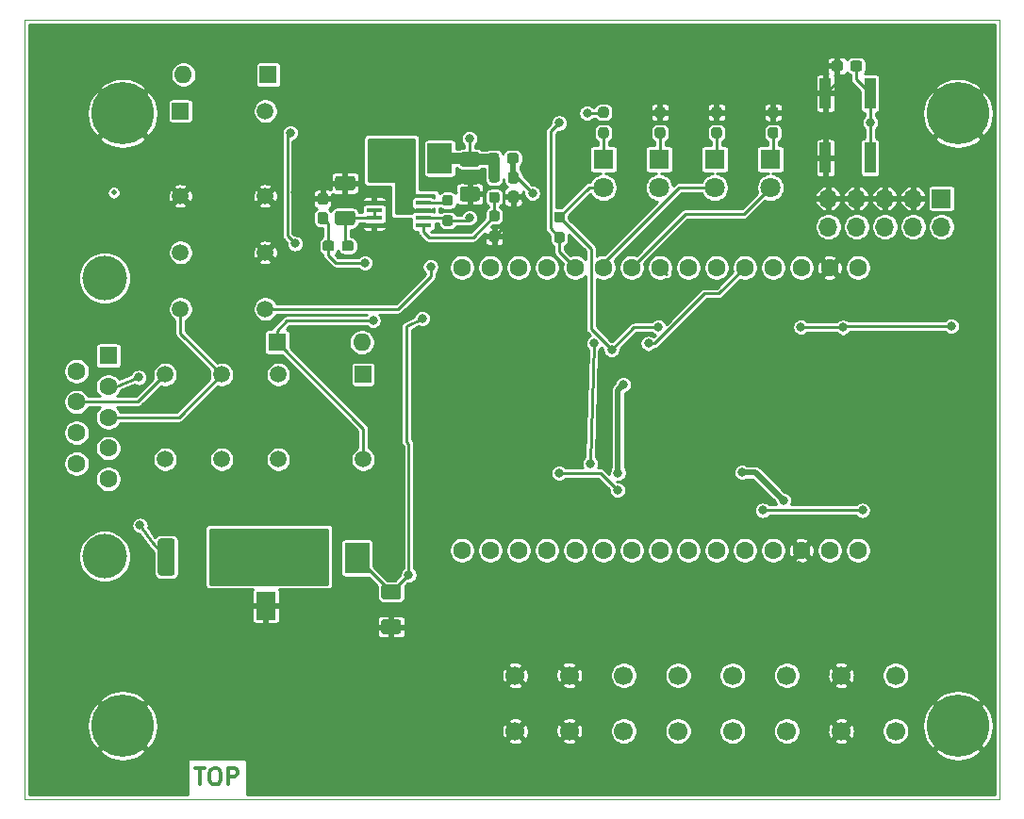
<source format=gbr>
%TF.GenerationSoftware,KiCad,Pcbnew,(5.1.6)-1*%
%TF.CreationDate,2020-12-18T16:38:49+01:00*%
%TF.ProjectId,Board,426f6172-642e-46b6-9963-61645f706362,rev?*%
%TF.SameCoordinates,PX253b400PY7a67730*%
%TF.FileFunction,Copper,L1,Top*%
%TF.FilePolarity,Positive*%
%FSLAX46Y46*%
G04 Gerber Fmt 4.6, Leading zero omitted, Abs format (unit mm)*
G04 Created by KiCad (PCBNEW (5.1.6)-1) date 2020-12-18 16:38:49*
%MOMM*%
%LPD*%
G01*
G04 APERTURE LIST*
%TA.AperFunction,NonConductor*%
%ADD10C,0.300000*%
%TD*%
%TA.AperFunction,Profile*%
%ADD11C,0.050000*%
%TD*%
%TA.AperFunction,ComponentPad*%
%ADD12C,1.700000*%
%TD*%
%TA.AperFunction,ComponentPad*%
%ADD13C,1.600000*%
%TD*%
%TA.AperFunction,ComponentPad*%
%ADD14O,1.700000X1.700000*%
%TD*%
%TA.AperFunction,ComponentPad*%
%ADD15R,1.700000X1.700000*%
%TD*%
%TA.AperFunction,SMDPad,CuDef*%
%ADD16C,0.500000*%
%TD*%
%TA.AperFunction,ComponentPad*%
%ADD17C,5.600000*%
%TD*%
%TA.AperFunction,ComponentPad*%
%ADD18O,1.600000X1.600000*%
%TD*%
%TA.AperFunction,ComponentPad*%
%ADD19R,1.600000X1.600000*%
%TD*%
%TA.AperFunction,ComponentPad*%
%ADD20C,4.000000*%
%TD*%
%TA.AperFunction,ComponentPad*%
%ADD21R,1.508000X1.508000*%
%TD*%
%TA.AperFunction,ComponentPad*%
%ADD22C,1.508000*%
%TD*%
%TA.AperFunction,SMDPad,CuDef*%
%ADD23R,2.200000X2.750000*%
%TD*%
%TA.AperFunction,SMDPad,CuDef*%
%ADD24R,1.450000X0.450000*%
%TD*%
%TA.AperFunction,SMDPad,CuDef*%
%ADD25R,1.800000X2.500000*%
%TD*%
%TA.AperFunction,ComponentPad*%
%ADD26R,1.800000X1.800000*%
%TD*%
%TA.AperFunction,ComponentPad*%
%ADD27C,1.800000*%
%TD*%
%TA.AperFunction,SMDPad,CuDef*%
%ADD28R,1.000000X2.800000*%
%TD*%
%TA.AperFunction,ViaPad*%
%ADD29C,0.800000*%
%TD*%
%TA.AperFunction,Conductor*%
%ADD30C,0.250000*%
%TD*%
%TA.AperFunction,Conductor*%
%ADD31C,0.500000*%
%TD*%
%TA.AperFunction,Conductor*%
%ADD32C,1.000000*%
%TD*%
%TA.AperFunction,Conductor*%
%ADD33C,0.254000*%
%TD*%
G04 APERTURE END LIST*
D10*
X15335714Y2821429D02*
X16192857Y2821429D01*
X15764285Y1321429D02*
X15764285Y2821429D01*
X16978571Y2821429D02*
X17264285Y2821429D01*
X17407142Y2750000D01*
X17550000Y2607143D01*
X17621428Y2321429D01*
X17621428Y1821429D01*
X17550000Y1535715D01*
X17407142Y1392858D01*
X17264285Y1321429D01*
X16978571Y1321429D01*
X16835714Y1392858D01*
X16692857Y1535715D01*
X16621428Y1821429D01*
X16621428Y2321429D01*
X16692857Y2607143D01*
X16835714Y2750000D01*
X16978571Y2821429D01*
X18264285Y1321429D02*
X18264285Y2821429D01*
X18835714Y2821429D01*
X18978571Y2750000D01*
X19050000Y2678572D01*
X19121428Y2535715D01*
X19121428Y2321429D01*
X19050000Y2178572D01*
X18978571Y2107143D01*
X18835714Y2035715D01*
X18264285Y2035715D01*
D11*
X0Y70000000D02*
X0Y0D01*
X87500000Y70000000D02*
X0Y70000000D01*
X87500000Y0D02*
X87500000Y70000000D01*
X0Y0D02*
X87500000Y0D01*
D12*
X44030000Y11130000D03*
X48910000Y11130000D03*
X53790000Y11130000D03*
X58670000Y11130000D03*
X63550000Y11130000D03*
X68430000Y11130000D03*
X73310000Y11130000D03*
X78190000Y11130000D03*
X44030000Y6130000D03*
X48910000Y6130000D03*
X53790000Y6130000D03*
X58670000Y6130000D03*
X63550000Y6130000D03*
X68430000Y6130000D03*
X73310000Y6130000D03*
X78190000Y6130000D03*
D13*
X39262000Y22374000D03*
X41802000Y22374000D03*
X44342000Y22374000D03*
X46882000Y22374000D03*
X49422000Y22374000D03*
X51962000Y22374000D03*
X54502000Y22374000D03*
X57042000Y22374000D03*
X59582000Y22374000D03*
X62122000Y22374000D03*
X64662000Y22374000D03*
X67202000Y22374000D03*
X69742000Y22374000D03*
X72282000Y22374000D03*
X74822000Y22374000D03*
X39262000Y47774000D03*
X41802000Y47774000D03*
X44342000Y47774000D03*
X46882000Y47774000D03*
X49422000Y47774000D03*
X51962000Y47774000D03*
X54502000Y47774000D03*
X57042000Y47774000D03*
X59582000Y47774000D03*
X62122000Y47774000D03*
X64662000Y47774000D03*
X67202000Y47774000D03*
X69742000Y47774000D03*
X72282000Y47774000D03*
X74822000Y47774000D03*
D14*
X72160000Y51430000D03*
X72160000Y53970000D03*
X74700000Y51430000D03*
X74700000Y53970000D03*
X77240000Y51430000D03*
X77240000Y53970000D03*
X79780000Y51430000D03*
X79780000Y53970000D03*
X82320000Y51430000D03*
D15*
X82320000Y53970000D03*
D16*
X8000000Y54500000D03*
D17*
X83800000Y6600000D03*
X83800000Y61600000D03*
X8800000Y61600000D03*
X8800000Y6600000D03*
D18*
X30270000Y41050000D03*
D19*
X22650000Y41050000D03*
D20*
X7200000Y21810000D03*
X7200000Y46810000D03*
D13*
X4660000Y30155000D03*
X4660000Y32925000D03*
X4660000Y35695000D03*
X4660000Y38465000D03*
X7500000Y28770000D03*
X7500000Y31540000D03*
X7500000Y34310000D03*
X7500000Y37080000D03*
D19*
X7500000Y39850000D03*
D21*
X30390000Y38160000D03*
D22*
X30390000Y30540000D03*
X22770000Y30540000D03*
X22770000Y38160000D03*
X17690000Y38160000D03*
X17690000Y30540000D03*
X12610000Y30540000D03*
X12610000Y38160000D03*
D23*
X37280000Y57580000D03*
X32580000Y57580000D03*
X29850000Y21680000D03*
X25150000Y21680000D03*
D24*
X35780000Y53555000D03*
X35780000Y52905000D03*
X35780000Y52255000D03*
X35780000Y51605000D03*
X31380000Y51605000D03*
X31380000Y52255000D03*
X31380000Y52905000D03*
X31380000Y53555000D03*
%TA.AperFunction,SMDPad,CuDef*%
G36*
G01*
X41931500Y51055000D02*
X42406500Y51055000D01*
G75*
G02*
X42644000Y50817500I0J-237500D01*
G01*
X42644000Y50317500D01*
G75*
G02*
X42406500Y50080000I-237500J0D01*
G01*
X41931500Y50080000D01*
G75*
G02*
X41694000Y50317500I0J237500D01*
G01*
X41694000Y50817500D01*
G75*
G02*
X41931500Y51055000I237500J0D01*
G01*
G37*
%TD.AperFunction*%
%TA.AperFunction,SMDPad,CuDef*%
G36*
G01*
X41931500Y52880000D02*
X42406500Y52880000D01*
G75*
G02*
X42644000Y52642500I0J-237500D01*
G01*
X42644000Y52142500D01*
G75*
G02*
X42406500Y51905000I-237500J0D01*
G01*
X41931500Y51905000D01*
G75*
G02*
X41694000Y52142500I0J237500D01*
G01*
X41694000Y52642500D01*
G75*
G02*
X41931500Y52880000I237500J0D01*
G01*
G37*
%TD.AperFunction*%
%TA.AperFunction,SMDPad,CuDef*%
G36*
G01*
X41931500Y54555000D02*
X42406500Y54555000D01*
G75*
G02*
X42644000Y54317500I0J-237500D01*
G01*
X42644000Y53817500D01*
G75*
G02*
X42406500Y53580000I-237500J0D01*
G01*
X41931500Y53580000D01*
G75*
G02*
X41694000Y53817500I0J237500D01*
G01*
X41694000Y54317500D01*
G75*
G02*
X41931500Y54555000I237500J0D01*
G01*
G37*
%TD.AperFunction*%
%TA.AperFunction,SMDPad,CuDef*%
G36*
G01*
X41931500Y56380000D02*
X42406500Y56380000D01*
G75*
G02*
X42644000Y56142500I0J-237500D01*
G01*
X42644000Y55642500D01*
G75*
G02*
X42406500Y55405000I-237500J0D01*
G01*
X41931500Y55405000D01*
G75*
G02*
X41694000Y55642500I0J237500D01*
G01*
X41694000Y56142500D01*
G75*
G02*
X41931500Y56380000I237500J0D01*
G01*
G37*
%TD.AperFunction*%
%TA.AperFunction,SMDPad,CuDef*%
G36*
G01*
X52207500Y61215000D02*
X51732500Y61215000D01*
G75*
G02*
X51495000Y61452500I0J237500D01*
G01*
X51495000Y61952500D01*
G75*
G02*
X51732500Y62190000I237500J0D01*
G01*
X52207500Y62190000D01*
G75*
G02*
X52445000Y61952500I0J-237500D01*
G01*
X52445000Y61452500D01*
G75*
G02*
X52207500Y61215000I-237500J0D01*
G01*
G37*
%TD.AperFunction*%
%TA.AperFunction,SMDPad,CuDef*%
G36*
G01*
X52207500Y59390000D02*
X51732500Y59390000D01*
G75*
G02*
X51495000Y59627500I0J237500D01*
G01*
X51495000Y60127500D01*
G75*
G02*
X51732500Y60365000I237500J0D01*
G01*
X52207500Y60365000D01*
G75*
G02*
X52445000Y60127500I0J-237500D01*
G01*
X52445000Y59627500D01*
G75*
G02*
X52207500Y59390000I-237500J0D01*
G01*
G37*
%TD.AperFunction*%
%TA.AperFunction,SMDPad,CuDef*%
G36*
G01*
X67437500Y61207500D02*
X66962500Y61207500D01*
G75*
G02*
X66725000Y61445000I0J237500D01*
G01*
X66725000Y61945000D01*
G75*
G02*
X66962500Y62182500I237500J0D01*
G01*
X67437500Y62182500D01*
G75*
G02*
X67675000Y61945000I0J-237500D01*
G01*
X67675000Y61445000D01*
G75*
G02*
X67437500Y61207500I-237500J0D01*
G01*
G37*
%TD.AperFunction*%
%TA.AperFunction,SMDPad,CuDef*%
G36*
G01*
X67437500Y59382500D02*
X66962500Y59382500D01*
G75*
G02*
X66725000Y59620000I0J237500D01*
G01*
X66725000Y60120000D01*
G75*
G02*
X66962500Y60357500I237500J0D01*
G01*
X67437500Y60357500D01*
G75*
G02*
X67675000Y60120000I0J-237500D01*
G01*
X67675000Y59620000D01*
G75*
G02*
X67437500Y59382500I-237500J0D01*
G01*
G37*
%TD.AperFunction*%
%TA.AperFunction,SMDPad,CuDef*%
G36*
G01*
X62367500Y61217500D02*
X61892500Y61217500D01*
G75*
G02*
X61655000Y61455000I0J237500D01*
G01*
X61655000Y61955000D01*
G75*
G02*
X61892500Y62192500I237500J0D01*
G01*
X62367500Y62192500D01*
G75*
G02*
X62605000Y61955000I0J-237500D01*
G01*
X62605000Y61455000D01*
G75*
G02*
X62367500Y61217500I-237500J0D01*
G01*
G37*
%TD.AperFunction*%
%TA.AperFunction,SMDPad,CuDef*%
G36*
G01*
X62367500Y59392500D02*
X61892500Y59392500D01*
G75*
G02*
X61655000Y59630000I0J237500D01*
G01*
X61655000Y60130000D01*
G75*
G02*
X61892500Y60367500I237500J0D01*
G01*
X62367500Y60367500D01*
G75*
G02*
X62605000Y60130000I0J-237500D01*
G01*
X62605000Y59630000D01*
G75*
G02*
X62367500Y59392500I-237500J0D01*
G01*
G37*
%TD.AperFunction*%
%TA.AperFunction,SMDPad,CuDef*%
G36*
G01*
X57287500Y61217500D02*
X56812500Y61217500D01*
G75*
G02*
X56575000Y61455000I0J237500D01*
G01*
X56575000Y61955000D01*
G75*
G02*
X56812500Y62192500I237500J0D01*
G01*
X57287500Y62192500D01*
G75*
G02*
X57525000Y61955000I0J-237500D01*
G01*
X57525000Y61455000D01*
G75*
G02*
X57287500Y61217500I-237500J0D01*
G01*
G37*
%TD.AperFunction*%
%TA.AperFunction,SMDPad,CuDef*%
G36*
G01*
X57287500Y59392500D02*
X56812500Y59392500D01*
G75*
G02*
X56575000Y59630000I0J237500D01*
G01*
X56575000Y60130000D01*
G75*
G02*
X56812500Y60367500I237500J0D01*
G01*
X57287500Y60367500D01*
G75*
G02*
X57525000Y60130000I0J-237500D01*
G01*
X57525000Y59630000D01*
G75*
G02*
X57287500Y59392500I-237500J0D01*
G01*
G37*
%TD.AperFunction*%
%TA.AperFunction,SMDPad,CuDef*%
G36*
G01*
X47782500Y50965000D02*
X48257500Y50965000D01*
G75*
G02*
X48495000Y50727500I0J-237500D01*
G01*
X48495000Y50227500D01*
G75*
G02*
X48257500Y49990000I-237500J0D01*
G01*
X47782500Y49990000D01*
G75*
G02*
X47545000Y50227500I0J237500D01*
G01*
X47545000Y50727500D01*
G75*
G02*
X47782500Y50965000I237500J0D01*
G01*
G37*
%TD.AperFunction*%
%TA.AperFunction,SMDPad,CuDef*%
G36*
G01*
X47782500Y52790000D02*
X48257500Y52790000D01*
G75*
G02*
X48495000Y52552500I0J-237500D01*
G01*
X48495000Y52052500D01*
G75*
G02*
X48257500Y51815000I-237500J0D01*
G01*
X47782500Y51815000D01*
G75*
G02*
X47545000Y52052500I0J237500D01*
G01*
X47545000Y52552500D01*
G75*
G02*
X47782500Y52790000I237500J0D01*
G01*
G37*
%TD.AperFunction*%
%TA.AperFunction,SMDPad,CuDef*%
G36*
G01*
X38217500Y53317500D02*
X37742500Y53317500D01*
G75*
G02*
X37505000Y53555000I0J237500D01*
G01*
X37505000Y54055000D01*
G75*
G02*
X37742500Y54292500I237500J0D01*
G01*
X38217500Y54292500D01*
G75*
G02*
X38455000Y54055000I0J-237500D01*
G01*
X38455000Y53555000D01*
G75*
G02*
X38217500Y53317500I-237500J0D01*
G01*
G37*
%TD.AperFunction*%
%TA.AperFunction,SMDPad,CuDef*%
G36*
G01*
X38217500Y51492500D02*
X37742500Y51492500D01*
G75*
G02*
X37505000Y51730000I0J237500D01*
G01*
X37505000Y52230000D01*
G75*
G02*
X37742500Y52467500I237500J0D01*
G01*
X38217500Y52467500D01*
G75*
G02*
X38455000Y52230000I0J-237500D01*
G01*
X38455000Y51730000D01*
G75*
G02*
X38217500Y51492500I-237500J0D01*
G01*
G37*
%TD.AperFunction*%
%TA.AperFunction,SMDPad,CuDef*%
G36*
G01*
X43642500Y54655000D02*
X44117500Y54655000D01*
G75*
G02*
X44355000Y54417500I0J-237500D01*
G01*
X44355000Y53817500D01*
G75*
G02*
X44117500Y53580000I-237500J0D01*
G01*
X43642500Y53580000D01*
G75*
G02*
X43405000Y53817500I0J237500D01*
G01*
X43405000Y54417500D01*
G75*
G02*
X43642500Y54655000I237500J0D01*
G01*
G37*
%TD.AperFunction*%
%TA.AperFunction,SMDPad,CuDef*%
G36*
G01*
X43642500Y56380000D02*
X44117500Y56380000D01*
G75*
G02*
X44355000Y56142500I0J-237500D01*
G01*
X44355000Y55542500D01*
G75*
G02*
X44117500Y55305000I-237500J0D01*
G01*
X43642500Y55305000D01*
G75*
G02*
X43405000Y55542500I0J237500D01*
G01*
X43405000Y56142500D01*
G75*
G02*
X43642500Y56380000I237500J0D01*
G01*
G37*
%TD.AperFunction*%
%TA.AperFunction,SMDPad,CuDef*%
G36*
G01*
X27007500Y53397500D02*
X26532500Y53397500D01*
G75*
G02*
X26295000Y53635000I0J237500D01*
G01*
X26295000Y54235000D01*
G75*
G02*
X26532500Y54472500I237500J0D01*
G01*
X27007500Y54472500D01*
G75*
G02*
X27245000Y54235000I0J-237500D01*
G01*
X27245000Y53635000D01*
G75*
G02*
X27007500Y53397500I-237500J0D01*
G01*
G37*
%TD.AperFunction*%
%TA.AperFunction,SMDPad,CuDef*%
G36*
G01*
X27007500Y51672500D02*
X26532500Y51672500D01*
G75*
G02*
X26295000Y51910000I0J237500D01*
G01*
X26295000Y52510000D01*
G75*
G02*
X26532500Y52747500I237500J0D01*
G01*
X27007500Y52747500D01*
G75*
G02*
X27245000Y52510000I0J-237500D01*
G01*
X27245000Y51910000D01*
G75*
G02*
X27007500Y51672500I-237500J0D01*
G01*
G37*
%TD.AperFunction*%
%TA.AperFunction,SMDPad,CuDef*%
G36*
G01*
X73475000Y66117500D02*
X73475000Y65642500D01*
G75*
G02*
X73237500Y65405000I-237500J0D01*
G01*
X72637500Y65405000D01*
G75*
G02*
X72400000Y65642500I0J237500D01*
G01*
X72400000Y66117500D01*
G75*
G02*
X72637500Y66355000I237500J0D01*
G01*
X73237500Y66355000D01*
G75*
G02*
X73475000Y66117500I0J-237500D01*
G01*
G37*
%TD.AperFunction*%
%TA.AperFunction,SMDPad,CuDef*%
G36*
G01*
X75200000Y66117500D02*
X75200000Y65642500D01*
G75*
G02*
X74962500Y65405000I-237500J0D01*
G01*
X74362500Y65405000D01*
G75*
G02*
X74125000Y65642500I0J237500D01*
G01*
X74125000Y66117500D01*
G75*
G02*
X74362500Y66355000I237500J0D01*
G01*
X74962500Y66355000D01*
G75*
G02*
X75200000Y66117500I0J-237500D01*
G01*
G37*
%TD.AperFunction*%
%TA.AperFunction,SMDPad,CuDef*%
G36*
G01*
X42605000Y57817500D02*
X42605000Y57342500D01*
G75*
G02*
X42367500Y57105000I-237500J0D01*
G01*
X41792500Y57105000D01*
G75*
G02*
X41555000Y57342500I0J237500D01*
G01*
X41555000Y57817500D01*
G75*
G02*
X41792500Y58055000I237500J0D01*
G01*
X42367500Y58055000D01*
G75*
G02*
X42605000Y57817500I0J-237500D01*
G01*
G37*
%TD.AperFunction*%
%TA.AperFunction,SMDPad,CuDef*%
G36*
G01*
X44355000Y57817500D02*
X44355000Y57342500D01*
G75*
G02*
X44117500Y57105000I-237500J0D01*
G01*
X43542500Y57105000D01*
G75*
G02*
X43305000Y57342500I0J237500D01*
G01*
X43305000Y57817500D01*
G75*
G02*
X43542500Y58055000I237500J0D01*
G01*
X44117500Y58055000D01*
G75*
G02*
X44355000Y57817500I0J-237500D01*
G01*
G37*
%TD.AperFunction*%
%TA.AperFunction,SMDPad,CuDef*%
G36*
G01*
X27795000Y49947500D02*
X27795000Y49472500D01*
G75*
G02*
X27557500Y49235000I-237500J0D01*
G01*
X26982500Y49235000D01*
G75*
G02*
X26745000Y49472500I0J237500D01*
G01*
X26745000Y49947500D01*
G75*
G02*
X26982500Y50185000I237500J0D01*
G01*
X27557500Y50185000D01*
G75*
G02*
X27795000Y49947500I0J-237500D01*
G01*
G37*
%TD.AperFunction*%
%TA.AperFunction,SMDPad,CuDef*%
G36*
G01*
X29545000Y49947500D02*
X29545000Y49472500D01*
G75*
G02*
X29307500Y49235000I-237500J0D01*
G01*
X28732500Y49235000D01*
G75*
G02*
X28495000Y49472500I0J237500D01*
G01*
X28495000Y49947500D01*
G75*
G02*
X28732500Y50185000I237500J0D01*
G01*
X29307500Y50185000D01*
G75*
G02*
X29545000Y49947500I0J-237500D01*
G01*
G37*
%TD.AperFunction*%
%TA.AperFunction,SMDPad,CuDef*%
G36*
G01*
X32249998Y16150000D02*
X33550002Y16150000D01*
G75*
G02*
X33800000Y15900002I0J-249998D01*
G01*
X33800000Y15074998D01*
G75*
G02*
X33550002Y14825000I-249998J0D01*
G01*
X32249998Y14825000D01*
G75*
G02*
X32000000Y15074998I0J249998D01*
G01*
X32000000Y15900002D01*
G75*
G02*
X32249998Y16150000I249998J0D01*
G01*
G37*
%TD.AperFunction*%
%TA.AperFunction,SMDPad,CuDef*%
G36*
G01*
X32249998Y19275000D02*
X33550002Y19275000D01*
G75*
G02*
X33800000Y19025002I0J-249998D01*
G01*
X33800000Y18199998D01*
G75*
G02*
X33550002Y17950000I-249998J0D01*
G01*
X32249998Y17950000D01*
G75*
G02*
X32000000Y18199998I0J249998D01*
G01*
X32000000Y19025002D01*
G75*
G02*
X32249998Y19275000I249998J0D01*
G01*
G37*
%TD.AperFunction*%
%TA.AperFunction,SMDPad,CuDef*%
G36*
G01*
X39329998Y55037500D02*
X40630002Y55037500D01*
G75*
G02*
X40880000Y54787502I0J-249998D01*
G01*
X40880000Y53962498D01*
G75*
G02*
X40630002Y53712500I-249998J0D01*
G01*
X39329998Y53712500D01*
G75*
G02*
X39080000Y53962498I0J249998D01*
G01*
X39080000Y54787502D01*
G75*
G02*
X39329998Y55037500I249998J0D01*
G01*
G37*
%TD.AperFunction*%
%TA.AperFunction,SMDPad,CuDef*%
G36*
G01*
X39329998Y58162500D02*
X40630002Y58162500D01*
G75*
G02*
X40880000Y57912502I0J-249998D01*
G01*
X40880000Y57087498D01*
G75*
G02*
X40630002Y56837500I-249998J0D01*
G01*
X39329998Y56837500D01*
G75*
G02*
X39080000Y57087498I0J249998D01*
G01*
X39080000Y57912502D01*
G75*
G02*
X39329998Y58162500I249998J0D01*
G01*
G37*
%TD.AperFunction*%
%TA.AperFunction,SMDPad,CuDef*%
G36*
G01*
X29420002Y54672500D02*
X28119998Y54672500D01*
G75*
G02*
X27870000Y54922498I0J249998D01*
G01*
X27870000Y55747502D01*
G75*
G02*
X28119998Y55997500I249998J0D01*
G01*
X29420002Y55997500D01*
G75*
G02*
X29670000Y55747502I0J-249998D01*
G01*
X29670000Y54922498D01*
G75*
G02*
X29420002Y54672500I-249998J0D01*
G01*
G37*
%TD.AperFunction*%
%TA.AperFunction,SMDPad,CuDef*%
G36*
G01*
X29420002Y51547500D02*
X28119998Y51547500D01*
G75*
G02*
X27870000Y51797498I0J249998D01*
G01*
X27870000Y52622502D01*
G75*
G02*
X28119998Y52872500I249998J0D01*
G01*
X29420002Y52872500D01*
G75*
G02*
X29670000Y52622502I0J-249998D01*
G01*
X29670000Y51797498D01*
G75*
G02*
X29420002Y51547500I-249998J0D01*
G01*
G37*
%TD.AperFunction*%
%TA.AperFunction,SMDPad,CuDef*%
G36*
G01*
X13487500Y23185001D02*
X13487500Y20334999D01*
G75*
G02*
X13237501Y20085000I-249999J0D01*
G01*
X12212499Y20085000D01*
G75*
G02*
X11962500Y20334999I0J249999D01*
G01*
X11962500Y23185001D01*
G75*
G02*
X12212499Y23435000I249999J0D01*
G01*
X13237501Y23435000D01*
G75*
G02*
X13487500Y23185001I0J-249999D01*
G01*
G37*
%TD.AperFunction*%
%TA.AperFunction,SMDPad,CuDef*%
G36*
G01*
X19462500Y23185001D02*
X19462500Y20334999D01*
G75*
G02*
X19212501Y20085000I-249999J0D01*
G01*
X18187499Y20085000D01*
G75*
G02*
X17937500Y20334999I0J249999D01*
G01*
X17937500Y23185001D01*
G75*
G02*
X18187499Y23435000I249999J0D01*
G01*
X19212501Y23435000D01*
G75*
G02*
X19462500Y23185001I0J-249999D01*
G01*
G37*
%TD.AperFunction*%
D25*
X21660000Y17360000D03*
X21660000Y21360000D03*
D22*
X13990000Y44040000D03*
X21610000Y44040000D03*
X21610000Y49120000D03*
X13990000Y49120000D03*
X13990000Y54200000D03*
X21610000Y54200000D03*
X21610000Y61820000D03*
D21*
X13990000Y61820000D03*
D19*
X21870000Y65100000D03*
D18*
X14250000Y65100000D03*
D26*
X51960000Y57490000D03*
D27*
X51960000Y54950000D03*
D28*
X71910000Y57620000D03*
X71910000Y63420000D03*
X75910000Y57620000D03*
X75910000Y63420000D03*
D26*
X66960000Y57490000D03*
D27*
X66960000Y54950000D03*
D26*
X61960000Y57490000D03*
D27*
X61960000Y54950000D03*
D26*
X56960000Y57490000D03*
D27*
X56960000Y54950000D03*
D29*
X65000000Y2500000D03*
X75000000Y2500000D03*
X85000000Y12500000D03*
X85000000Y22500000D03*
X85000000Y32500000D03*
X85000000Y42500000D03*
X85000000Y52500000D03*
X75000000Y67500000D03*
X65000000Y67500000D03*
X55000000Y67500000D03*
X45000000Y67500000D03*
X35000000Y67500000D03*
X25000000Y67500000D03*
X15000000Y67500000D03*
X5000000Y67500000D03*
X5000000Y52500000D03*
X5000000Y12500000D03*
X54720000Y35060000D03*
X31380000Y50580000D03*
X31380000Y54600000D03*
X45560000Y34450000D03*
X71940000Y27430000D03*
X53500000Y52000000D03*
X72500000Y33900000D03*
X73700000Y31700000D03*
X58400000Y53300000D03*
X14000000Y46350000D03*
X62200000Y44650000D03*
X52900000Y45550000D03*
X39150000Y42450000D03*
X45100000Y42400000D03*
X39300000Y38950000D03*
X45400000Y39800000D03*
X45400000Y59800000D03*
X48600000Y59000000D03*
X37950000Y55350000D03*
X40000000Y56000000D03*
X26250000Y45450000D03*
X33850000Y45450000D03*
X39200000Y45500000D03*
X43450000Y45600000D03*
X57200000Y40500000D03*
X57200000Y37300000D03*
X56150000Y32150000D03*
X57250000Y34550000D03*
X58900000Y44650000D03*
X59050000Y40650000D03*
X62300000Y40650000D03*
X66650000Y40650000D03*
X66400000Y44650000D03*
X71500000Y39550000D03*
X70950000Y35950000D03*
X72550000Y37500000D03*
X69000000Y34150000D03*
X66850000Y32300000D03*
X63150000Y30900000D03*
X58550000Y30900000D03*
X61100000Y30900000D03*
X63250000Y27600000D03*
X61150000Y27600000D03*
X58550000Y27600000D03*
X55600000Y27600000D03*
X33100000Y24400000D03*
X35950000Y24350000D03*
X33100000Y27150000D03*
X35950000Y39300000D03*
X33400000Y39750000D03*
X51400000Y14000000D03*
X51450000Y18850000D03*
X37050000Y19800000D03*
X34950000Y14900000D03*
X41050000Y19300000D03*
X41050000Y16100000D03*
X51850000Y8400000D03*
X56050000Y8450000D03*
X61200000Y8300000D03*
X66100000Y8300000D03*
X69950000Y8600000D03*
X35950000Y27050000D03*
X72600000Y17850000D03*
X69500000Y21000000D03*
X28550000Y38550000D03*
X28600000Y30600000D03*
X23350000Y34650000D03*
X69950000Y13500000D03*
X65900000Y13600000D03*
X61650000Y13500000D03*
X57850000Y18850000D03*
X58300000Y13600000D03*
X44000000Y50500000D03*
X75750000Y44750000D03*
X76000000Y41000000D03*
X49390000Y49790000D03*
X70520000Y1680000D03*
X60270000Y2330000D03*
X51240000Y1860000D03*
X55830000Y2380000D03*
X46660000Y3740000D03*
X46470000Y1540000D03*
X42120000Y1630000D03*
X24910000Y5000000D03*
X9510000Y17700000D03*
X68470000Y63020000D03*
X65750000Y64050000D03*
X65840000Y59750000D03*
X55780000Y63130000D03*
X51210000Y64570000D03*
X1291667Y68557500D03*
X1291667Y61557500D03*
X1291667Y54557500D03*
X1291667Y47557500D03*
X1291667Y40557500D03*
X1291667Y33557500D03*
X1291667Y26557500D03*
X1291667Y19557500D03*
X1291667Y12557500D03*
X1291667Y5557500D03*
X4291667Y1557500D03*
X5291667Y65557500D03*
X5291667Y58557500D03*
X5291667Y50557500D03*
X5291667Y43557500D03*
X5291667Y16557500D03*
X5291667Y9557500D03*
X9291667Y68557500D03*
X9291667Y55557500D03*
X9291667Y31557500D03*
X9291667Y13557500D03*
X10291667Y48557500D03*
X10291667Y41557500D03*
X10291667Y21557500D03*
X10291667Y2557500D03*
X12291667Y64557500D03*
X12291667Y35557500D03*
X12291667Y27557500D03*
X12291667Y9557500D03*
X13291667Y58557500D03*
X13291667Y17557500D03*
X14291667Y51557500D03*
X15291667Y23557500D03*
X15291667Y5557500D03*
X16291667Y32557500D03*
X16291667Y13557500D03*
X17291667Y68557500D03*
X17291667Y61557500D03*
X17291667Y47557500D03*
X18291667Y55557500D03*
X18291667Y41557500D03*
X19291667Y28557500D03*
X19291667Y18557500D03*
X19291667Y9557500D03*
X22291667Y59557500D03*
X22291667Y14557500D03*
X22291667Y5557500D03*
X23291667Y67557500D03*
X23291667Y46557500D03*
X23291667Y32557500D03*
X23291667Y25557500D03*
X24291667Y54557500D03*
X25291667Y41557500D03*
X25291667Y10557500D03*
X25291667Y1557500D03*
X26291667Y63557500D03*
X26291667Y18557500D03*
X27291667Y28557500D03*
X28291667Y58557500D03*
X28291667Y6557500D03*
X29291667Y68557500D03*
X29291667Y14557500D03*
X30291667Y24557500D03*
X31291667Y2557500D03*
X32291667Y64557500D03*
X32291667Y41557500D03*
X32291667Y10557500D03*
X33291667Y51557500D03*
X35291667Y60557500D03*
X35291667Y6557500D03*
X36291667Y22557500D03*
X37291667Y68557500D03*
X37291667Y45557500D03*
X37291667Y37557500D03*
X37291667Y30557500D03*
X37291667Y16557500D03*
X37291667Y1557500D03*
X39291667Y63557500D03*
X39291667Y11557500D03*
X40291667Y26557500D03*
X41291667Y42557500D03*
X41291667Y5557500D03*
X42291667Y59557500D03*
X43291667Y67557500D03*
X43291667Y20557500D03*
X44291667Y30557500D03*
X44291667Y14557500D03*
X44291667Y1557500D03*
X45291667Y8557500D03*
X46291667Y63557500D03*
X46291667Y44557500D03*
X46291667Y25557500D03*
X48291667Y55557500D03*
X48291667Y39557500D03*
X49291667Y68557500D03*
X49291667Y3557500D03*
X50291667Y16557500D03*
X51291667Y51557500D03*
X51291667Y10557500D03*
X52291667Y26557500D03*
X53291667Y65557500D03*
X53291667Y43557500D03*
X53291667Y20557500D03*
X54291667Y59557500D03*
X55291667Y4557500D03*
X57291667Y68557500D03*
X57291667Y24557500D03*
X58291667Y16557500D03*
X59291667Y63557500D03*
X59291667Y56557500D03*
X59291667Y38557500D03*
X61291667Y33557500D03*
X61291667Y11557500D03*
X62291667Y3557500D03*
X63291667Y67557500D03*
X63291667Y25557500D03*
X64291667Y54557500D03*
X64291667Y45557500D03*
X65291667Y37557500D03*
X65291667Y16557500D03*
X66291667Y6557500D03*
X67291667Y50557500D03*
X68291667Y65557500D03*
X68291667Y1557500D03*
X69291667Y59557500D03*
X69291667Y40557500D03*
X69291667Y24557500D03*
X70291667Y18557500D03*
X70291667Y11557500D03*
X72291667Y68557500D03*
X73291667Y3557500D03*
X74291667Y63557500D03*
X74291667Y15557500D03*
X75291667Y9557500D03*
X77291667Y31557500D03*
X77291667Y24557500D03*
X78291667Y67557500D03*
X78291667Y18557500D03*
X78291667Y1557500D03*
X81291667Y28557500D03*
X81291667Y11557500D03*
X83291667Y65557500D03*
X84291667Y44557500D03*
X84291667Y36557500D03*
X84291667Y24557500D03*
X84291667Y17557500D03*
X84291667Y2557500D03*
X86291667Y54557500D03*
X86291667Y30557500D03*
X56000000Y40950000D03*
X47980000Y60760000D03*
X75943722Y60806278D03*
X73490000Y42390000D03*
X83200000Y42500000D03*
X52700000Y40400000D03*
X56900000Y42400000D03*
X69700000Y42400000D03*
X10350000Y24600000D03*
X10250000Y37900000D03*
X36450000Y47850000D03*
X50500000Y61650000D03*
X68120000Y26860000D03*
X53279415Y29320585D03*
X64414000Y29364000D03*
X53750000Y37250000D03*
X45592001Y54442001D03*
X39960000Y52220000D03*
X39930000Y59360000D03*
X50800000Y30150000D03*
X51100000Y40950000D03*
X34484902Y20154902D03*
X30550000Y48200000D03*
X35700000Y43200000D03*
X48000000Y29300000D03*
X53220000Y27760000D03*
X66260000Y25960000D03*
X75222001Y25960000D03*
X31280000Y43000000D03*
X24270000Y49920000D03*
X23850000Y59870000D03*
D30*
X43880000Y52278500D02*
X42169000Y50567500D01*
X43880000Y54117500D02*
X43880000Y52278500D01*
X72937500Y64447500D02*
X71910000Y63420000D01*
X72937500Y65880000D02*
X72937500Y64447500D01*
X79890000Y53930000D02*
X77350000Y53930000D01*
X74810000Y53930000D02*
X77350000Y53930000D01*
X72270000Y53930000D02*
X74810000Y53930000D01*
X57625001Y47190999D02*
X57042000Y47774000D01*
X56565685Y40950000D02*
X61045685Y45430000D01*
X56000000Y40950000D02*
X56565685Y40950000D01*
X62318000Y45430000D02*
X64662000Y47774000D01*
X61045685Y45430000D02*
X62318000Y45430000D01*
X47219990Y51277510D02*
X48020000Y50477500D01*
X47219990Y59999990D02*
X47219990Y51277510D01*
X47980000Y60760000D02*
X47219990Y59999990D01*
X48020000Y49176000D02*
X48020000Y50477500D01*
X49422000Y47774000D02*
X48020000Y49176000D01*
X75950000Y59580000D02*
X75910000Y57620000D01*
X75943722Y60806278D02*
X75950000Y59580000D01*
X75943722Y60806278D02*
X75910000Y62720000D01*
X75910000Y62720000D02*
X75910000Y63420000D01*
X74662500Y64667500D02*
X75910000Y63420000D01*
X74662500Y65880000D02*
X74662500Y64667500D01*
X51962000Y48138998D02*
X51962000Y47774000D01*
X58773002Y54950000D02*
X51962000Y48138998D01*
X61960000Y54950000D02*
X58773002Y54950000D01*
X62130000Y59880000D02*
X62130000Y57500000D01*
X62130000Y57500000D02*
X62120000Y57490000D01*
X67200000Y59870000D02*
X67200000Y57490000D01*
X59302999Y52574999D02*
X54502000Y47774000D01*
X64584999Y52574999D02*
X59302999Y52574999D01*
X66960000Y54950000D02*
X64584999Y52574999D01*
X77664000Y11656000D02*
X78190000Y11130000D01*
X50667500Y54950000D02*
X48020000Y52302500D01*
X51960000Y54950000D02*
X50667500Y54950000D01*
X73594000Y42494000D02*
X73490000Y42390000D01*
X81994000Y42494000D02*
X73594000Y42494000D01*
X81994000Y42494000D02*
X82000000Y42500000D01*
X83194000Y42494000D02*
X83200000Y42500000D01*
X81994000Y42494000D02*
X83194000Y42494000D01*
X52700000Y40400000D02*
X54690000Y42390000D01*
X54690000Y42390000D02*
X56890000Y42390000D01*
X56890000Y42390000D02*
X56900000Y42400000D01*
X73480000Y42400000D02*
X73490000Y42390000D01*
X69700000Y42400000D02*
X73480000Y42400000D01*
X50836999Y49485501D02*
X48020000Y52302500D01*
X50836999Y42263001D02*
X50836999Y49485501D01*
X52700000Y40400000D02*
X50836999Y42263001D01*
X11485000Y23000000D02*
X12725000Y21760000D01*
X10350000Y24600000D02*
X11485000Y23000000D01*
X51970000Y59877500D02*
X51970000Y57500000D01*
X51970000Y57500000D02*
X51960000Y57490000D01*
X10145000Y35695000D02*
X12610000Y38160000D01*
X4660000Y35695000D02*
X10145000Y35695000D01*
X13840000Y34310000D02*
X17690000Y38160000D01*
X7500000Y34310000D02*
X13840000Y34310000D01*
X13990000Y41860000D02*
X17690000Y38160000D01*
X13990000Y44040000D02*
X13990000Y41860000D01*
X8000000Y37030000D02*
X10250000Y37900000D01*
X22040000Y44470000D02*
X21610000Y44040000D01*
X21610000Y44040000D02*
X33513002Y44040000D01*
X36450000Y46976998D02*
X36450000Y47850000D01*
X33513002Y44040000D02*
X36450000Y46976998D01*
X51917500Y61650000D02*
X51970000Y61702500D01*
X50500000Y61650000D02*
X51917500Y61650000D01*
D31*
X43880000Y55842500D02*
X43880000Y57530000D01*
D30*
X43880000Y57530000D02*
X43830000Y57580000D01*
D31*
X64414000Y29364000D02*
X65616000Y29364000D01*
X65616000Y29364000D02*
X68120000Y26860000D01*
X53279415Y29320585D02*
X53279415Y36779415D01*
X53279415Y36779415D02*
X53750000Y37250000D01*
D30*
X43880000Y55842500D02*
X44191502Y55842500D01*
X44191502Y55842500D02*
X45592001Y54442001D01*
X57050000Y59880000D02*
X57050000Y57500000D01*
X57050000Y57500000D02*
X57040000Y57490000D01*
X35780000Y53555000D02*
X37730000Y53555000D01*
X37730000Y53555000D02*
X37980000Y53805000D01*
X31380000Y52905000D02*
X31380000Y52255000D01*
X28770000Y52210000D02*
X30770000Y52210000D01*
X28770000Y52210000D02*
X28770000Y49960000D01*
X28770000Y49960000D02*
X29020000Y49710000D01*
X29020000Y51960000D02*
X28770000Y52210000D01*
X39980000Y57580000D02*
X39980000Y57205000D01*
X39980000Y57205000D02*
X40080000Y57105000D01*
D32*
X37280000Y57580000D02*
X39605000Y57580000D01*
D30*
X39605000Y57580000D02*
X39980000Y57205000D01*
X40555000Y57580000D02*
X40080000Y57105000D01*
D32*
X42169000Y55892500D02*
X42169000Y57491000D01*
D30*
X42169000Y57491000D02*
X42080000Y57580000D01*
X42080000Y55981500D02*
X42169000Y55892500D01*
X35780000Y52255000D02*
X37705000Y52255000D01*
X37705000Y52255000D02*
X37980000Y51980000D01*
X42000000Y57500000D02*
X42080000Y57580000D01*
D32*
X39980000Y57500000D02*
X42000000Y57500000D01*
D30*
X37980000Y51980000D02*
X39720000Y51980000D01*
X39720000Y51980000D02*
X39960000Y52220000D01*
X39930000Y57550000D02*
X39980000Y57500000D01*
X39930000Y59360000D02*
X39930000Y57550000D01*
X21980000Y21680000D02*
X21660000Y21360000D01*
X21260000Y21760000D02*
X21660000Y21360000D01*
X25070000Y21760000D02*
X25150000Y21680000D01*
X21885000Y21760000D02*
X21660000Y21535000D01*
X21660000Y21535000D02*
X21660000Y21360000D01*
X51100000Y40950000D02*
X50800000Y30150000D01*
X27020000Y51960000D02*
X26770000Y52210000D01*
X27270000Y49710000D02*
X27270000Y51710000D01*
X27270000Y51710000D02*
X27020000Y51960000D01*
X34480000Y20159804D02*
X34484902Y20154902D01*
X30550000Y48200000D02*
X27930000Y48200000D01*
X27270000Y48860000D02*
X27270000Y49710000D01*
X27930000Y48200000D02*
X27270000Y48860000D01*
X35700000Y43200000D02*
X34290000Y42500000D01*
X34290000Y32130000D02*
X34484902Y31935098D01*
X34290000Y42500000D02*
X34290000Y32130000D01*
X34484902Y31935098D02*
X34484902Y20154902D01*
X34442402Y20154902D02*
X32900000Y18612500D01*
X34484902Y20154902D02*
X34442402Y20154902D01*
X29850000Y21662500D02*
X32900000Y18612500D01*
X29850000Y21680000D02*
X29850000Y21662500D01*
X42169000Y52392500D02*
X42169000Y54067500D01*
X35780000Y51605000D02*
X35780000Y50980000D01*
X35780000Y50980000D02*
X36280000Y50480000D01*
X36280000Y50480000D02*
X40256500Y50480000D01*
X40256500Y50480000D02*
X42169000Y52392500D01*
X30390000Y30540000D02*
X30560000Y30540000D01*
X30390000Y33310000D02*
X22650000Y41050000D01*
X30390000Y30540000D02*
X30390000Y33310000D01*
X48000000Y29300000D02*
X51680000Y29300000D01*
X51680000Y29300000D02*
X53220000Y27760000D01*
X66260000Y25960000D02*
X75222001Y25960000D01*
X22650000Y41050000D02*
X22650000Y41200000D01*
X23550000Y43000000D02*
X31280000Y43000000D01*
X22650000Y41050000D02*
X22650000Y42100000D01*
X22650000Y42100000D02*
X23550000Y43000000D01*
X23566666Y59586666D02*
X23850000Y59870000D01*
X24270000Y49920000D02*
X23566666Y50623334D01*
X23566666Y50623334D02*
X23566666Y59586666D01*
D33*
G36*
X87098000Y402000D02*
G01*
X19934143Y402000D01*
X19934143Y3532000D01*
X19872369Y3532000D01*
X19867333Y3548601D01*
X19855597Y3570557D01*
X19839803Y3589803D01*
X19820557Y3605597D01*
X19798601Y3617333D01*
X19774776Y3624560D01*
X19750000Y3627000D01*
X14750000Y3627000D01*
X14725224Y3624560D01*
X14701399Y3617333D01*
X14679443Y3605597D01*
X14660197Y3589803D01*
X14644403Y3570557D01*
X14632667Y3548601D01*
X14625440Y3524776D01*
X14623000Y3500000D01*
X14623000Y500000D01*
X14625440Y475224D01*
X14632667Y451399D01*
X14644403Y429443D01*
X14660197Y410197D01*
X14665857Y405552D01*
X14665857Y402000D01*
X402000Y402000D01*
X402000Y4321336D01*
X6700941Y4321336D01*
X7027801Y3944712D01*
X7579874Y3649994D01*
X8178836Y3468642D01*
X8801669Y3407626D01*
X9424438Y3469293D01*
X10023211Y3651271D01*
X10572199Y3944712D01*
X10899059Y4321336D01*
X81700941Y4321336D01*
X82027801Y3944712D01*
X82579874Y3649994D01*
X83178836Y3468642D01*
X83801669Y3407626D01*
X84424438Y3469293D01*
X85023211Y3651271D01*
X85572199Y3944712D01*
X85899059Y4321336D01*
X83800000Y6420395D01*
X81700941Y4321336D01*
X10899059Y4321336D01*
X8800000Y6420395D01*
X6700941Y4321336D01*
X402000Y4321336D01*
X402000Y6598331D01*
X5607626Y6598331D01*
X5669293Y5975562D01*
X5851271Y5376789D01*
X6144712Y4827801D01*
X6521336Y4500941D01*
X8620395Y6600000D01*
X8979605Y6600000D01*
X11078664Y4500941D01*
X11455288Y4827801D01*
X11675360Y5240047D01*
X43319653Y5240047D01*
X43411897Y5063190D01*
X43631899Y4963103D01*
X43867199Y4907859D01*
X44108755Y4899581D01*
X44347285Y4938588D01*
X44573622Y5023380D01*
X44648103Y5063190D01*
X44740347Y5240047D01*
X48199653Y5240047D01*
X48291897Y5063190D01*
X48511899Y4963103D01*
X48747199Y4907859D01*
X48988755Y4899581D01*
X49227285Y4938588D01*
X49453622Y5023380D01*
X49528103Y5063190D01*
X49620347Y5240047D01*
X48910000Y5950395D01*
X48199653Y5240047D01*
X44740347Y5240047D01*
X44030000Y5950395D01*
X43319653Y5240047D01*
X11675360Y5240047D01*
X11750006Y5379874D01*
X11931358Y5978836D01*
X11938451Y6051245D01*
X42799581Y6051245D01*
X42838588Y5812715D01*
X42923380Y5586378D01*
X42963190Y5511897D01*
X43140047Y5419653D01*
X43850395Y6130000D01*
X44209605Y6130000D01*
X44919953Y5419653D01*
X45096810Y5511897D01*
X45196897Y5731899D01*
X45252141Y5967199D01*
X45255021Y6051245D01*
X47679581Y6051245D01*
X47718588Y5812715D01*
X47803380Y5586378D01*
X47843190Y5511897D01*
X48020047Y5419653D01*
X48730395Y6130000D01*
X49089605Y6130000D01*
X49799953Y5419653D01*
X49976810Y5511897D01*
X50076897Y5731899D01*
X50132141Y5967199D01*
X50140419Y6208755D01*
X50133536Y6250849D01*
X52563000Y6250849D01*
X52563000Y6009151D01*
X52610153Y5772097D01*
X52702647Y5548798D01*
X52836927Y5347833D01*
X53007833Y5176927D01*
X53208798Y5042647D01*
X53432097Y4950153D01*
X53669151Y4903000D01*
X53910849Y4903000D01*
X54147903Y4950153D01*
X54371202Y5042647D01*
X54572167Y5176927D01*
X54743073Y5347833D01*
X54877353Y5548798D01*
X54969847Y5772097D01*
X55017000Y6009151D01*
X55017000Y6250849D01*
X57443000Y6250849D01*
X57443000Y6009151D01*
X57490153Y5772097D01*
X57582647Y5548798D01*
X57716927Y5347833D01*
X57887833Y5176927D01*
X58088798Y5042647D01*
X58312097Y4950153D01*
X58549151Y4903000D01*
X58790849Y4903000D01*
X59027903Y4950153D01*
X59251202Y5042647D01*
X59452167Y5176927D01*
X59623073Y5347833D01*
X59757353Y5548798D01*
X59849847Y5772097D01*
X59897000Y6009151D01*
X59897000Y6250849D01*
X62323000Y6250849D01*
X62323000Y6009151D01*
X62370153Y5772097D01*
X62462647Y5548798D01*
X62596927Y5347833D01*
X62767833Y5176927D01*
X62968798Y5042647D01*
X63192097Y4950153D01*
X63429151Y4903000D01*
X63670849Y4903000D01*
X63907903Y4950153D01*
X64131202Y5042647D01*
X64332167Y5176927D01*
X64503073Y5347833D01*
X64637353Y5548798D01*
X64729847Y5772097D01*
X64777000Y6009151D01*
X64777000Y6250849D01*
X67203000Y6250849D01*
X67203000Y6009151D01*
X67250153Y5772097D01*
X67342647Y5548798D01*
X67476927Y5347833D01*
X67647833Y5176927D01*
X67848798Y5042647D01*
X68072097Y4950153D01*
X68309151Y4903000D01*
X68550849Y4903000D01*
X68787903Y4950153D01*
X69011202Y5042647D01*
X69212167Y5176927D01*
X69275287Y5240047D01*
X72599653Y5240047D01*
X72691897Y5063190D01*
X72911899Y4963103D01*
X73147199Y4907859D01*
X73388755Y4899581D01*
X73627285Y4938588D01*
X73853622Y5023380D01*
X73928103Y5063190D01*
X74020347Y5240047D01*
X73310000Y5950395D01*
X72599653Y5240047D01*
X69275287Y5240047D01*
X69383073Y5347833D01*
X69517353Y5548798D01*
X69609847Y5772097D01*
X69657000Y6009151D01*
X69657000Y6051245D01*
X72079581Y6051245D01*
X72118588Y5812715D01*
X72203380Y5586378D01*
X72243190Y5511897D01*
X72420047Y5419653D01*
X73130395Y6130000D01*
X73489605Y6130000D01*
X74199953Y5419653D01*
X74376810Y5511897D01*
X74476897Y5731899D01*
X74532141Y5967199D01*
X74540419Y6208755D01*
X74533536Y6250849D01*
X76963000Y6250849D01*
X76963000Y6009151D01*
X77010153Y5772097D01*
X77102647Y5548798D01*
X77236927Y5347833D01*
X77407833Y5176927D01*
X77608798Y5042647D01*
X77832097Y4950153D01*
X78069151Y4903000D01*
X78310849Y4903000D01*
X78547903Y4950153D01*
X78771202Y5042647D01*
X78972167Y5176927D01*
X79143073Y5347833D01*
X79277353Y5548798D01*
X79369847Y5772097D01*
X79417000Y6009151D01*
X79417000Y6250849D01*
X79369847Y6487903D01*
X79324106Y6598331D01*
X80607626Y6598331D01*
X80669293Y5975562D01*
X80851271Y5376789D01*
X81144712Y4827801D01*
X81521336Y4500941D01*
X83620395Y6600000D01*
X83979605Y6600000D01*
X86078664Y4500941D01*
X86455288Y4827801D01*
X86750006Y5379874D01*
X86931358Y5978836D01*
X86992374Y6601669D01*
X86930707Y7224438D01*
X86748729Y7823211D01*
X86455288Y8372199D01*
X86078664Y8699059D01*
X83979605Y6600000D01*
X83620395Y6600000D01*
X81521336Y8699059D01*
X81144712Y8372199D01*
X80849994Y7820126D01*
X80668642Y7221164D01*
X80607626Y6598331D01*
X79324106Y6598331D01*
X79277353Y6711202D01*
X79143073Y6912167D01*
X78972167Y7083073D01*
X78771202Y7217353D01*
X78547903Y7309847D01*
X78310849Y7357000D01*
X78069151Y7357000D01*
X77832097Y7309847D01*
X77608798Y7217353D01*
X77407833Y7083073D01*
X77236927Y6912167D01*
X77102647Y6711202D01*
X77010153Y6487903D01*
X76963000Y6250849D01*
X74533536Y6250849D01*
X74501412Y6447285D01*
X74416620Y6673622D01*
X74376810Y6748103D01*
X74199953Y6840347D01*
X73489605Y6130000D01*
X73130395Y6130000D01*
X72420047Y6840347D01*
X72243190Y6748103D01*
X72143103Y6528101D01*
X72087859Y6292801D01*
X72079581Y6051245D01*
X69657000Y6051245D01*
X69657000Y6250849D01*
X69609847Y6487903D01*
X69517353Y6711202D01*
X69383073Y6912167D01*
X69275287Y7019953D01*
X72599653Y7019953D01*
X73310000Y6309605D01*
X74020347Y7019953D01*
X73928103Y7196810D01*
X73708101Y7296897D01*
X73472801Y7352141D01*
X73231245Y7360419D01*
X72992715Y7321412D01*
X72766378Y7236620D01*
X72691897Y7196810D01*
X72599653Y7019953D01*
X69275287Y7019953D01*
X69212167Y7083073D01*
X69011202Y7217353D01*
X68787903Y7309847D01*
X68550849Y7357000D01*
X68309151Y7357000D01*
X68072097Y7309847D01*
X67848798Y7217353D01*
X67647833Y7083073D01*
X67476927Y6912167D01*
X67342647Y6711202D01*
X67250153Y6487903D01*
X67203000Y6250849D01*
X64777000Y6250849D01*
X64729847Y6487903D01*
X64637353Y6711202D01*
X64503073Y6912167D01*
X64332167Y7083073D01*
X64131202Y7217353D01*
X63907903Y7309847D01*
X63670849Y7357000D01*
X63429151Y7357000D01*
X63192097Y7309847D01*
X62968798Y7217353D01*
X62767833Y7083073D01*
X62596927Y6912167D01*
X62462647Y6711202D01*
X62370153Y6487903D01*
X62323000Y6250849D01*
X59897000Y6250849D01*
X59849847Y6487903D01*
X59757353Y6711202D01*
X59623073Y6912167D01*
X59452167Y7083073D01*
X59251202Y7217353D01*
X59027903Y7309847D01*
X58790849Y7357000D01*
X58549151Y7357000D01*
X58312097Y7309847D01*
X58088798Y7217353D01*
X57887833Y7083073D01*
X57716927Y6912167D01*
X57582647Y6711202D01*
X57490153Y6487903D01*
X57443000Y6250849D01*
X55017000Y6250849D01*
X54969847Y6487903D01*
X54877353Y6711202D01*
X54743073Y6912167D01*
X54572167Y7083073D01*
X54371202Y7217353D01*
X54147903Y7309847D01*
X53910849Y7357000D01*
X53669151Y7357000D01*
X53432097Y7309847D01*
X53208798Y7217353D01*
X53007833Y7083073D01*
X52836927Y6912167D01*
X52702647Y6711202D01*
X52610153Y6487903D01*
X52563000Y6250849D01*
X50133536Y6250849D01*
X50101412Y6447285D01*
X50016620Y6673622D01*
X49976810Y6748103D01*
X49799953Y6840347D01*
X49089605Y6130000D01*
X48730395Y6130000D01*
X48020047Y6840347D01*
X47843190Y6748103D01*
X47743103Y6528101D01*
X47687859Y6292801D01*
X47679581Y6051245D01*
X45255021Y6051245D01*
X45260419Y6208755D01*
X45221412Y6447285D01*
X45136620Y6673622D01*
X45096810Y6748103D01*
X44919953Y6840347D01*
X44209605Y6130000D01*
X43850395Y6130000D01*
X43140047Y6840347D01*
X42963190Y6748103D01*
X42863103Y6528101D01*
X42807859Y6292801D01*
X42799581Y6051245D01*
X11938451Y6051245D01*
X11992374Y6601669D01*
X11950956Y7019953D01*
X43319653Y7019953D01*
X44030000Y6309605D01*
X44740347Y7019953D01*
X48199653Y7019953D01*
X48910000Y6309605D01*
X49620347Y7019953D01*
X49528103Y7196810D01*
X49308101Y7296897D01*
X49072801Y7352141D01*
X48831245Y7360419D01*
X48592715Y7321412D01*
X48366378Y7236620D01*
X48291897Y7196810D01*
X48199653Y7019953D01*
X44740347Y7019953D01*
X44648103Y7196810D01*
X44428101Y7296897D01*
X44192801Y7352141D01*
X43951245Y7360419D01*
X43712715Y7321412D01*
X43486378Y7236620D01*
X43411897Y7196810D01*
X43319653Y7019953D01*
X11950956Y7019953D01*
X11930707Y7224438D01*
X11748729Y7823211D01*
X11455288Y8372199D01*
X11078664Y8699059D01*
X8979605Y6600000D01*
X8620395Y6600000D01*
X6521336Y8699059D01*
X6144712Y8372199D01*
X5849994Y7820126D01*
X5668642Y7221164D01*
X5607626Y6598331D01*
X402000Y6598331D01*
X402000Y8878664D01*
X6700941Y8878664D01*
X8800000Y6779605D01*
X10899059Y8878664D01*
X81700941Y8878664D01*
X83800000Y6779605D01*
X85899059Y8878664D01*
X85572199Y9255288D01*
X85020126Y9550006D01*
X84421164Y9731358D01*
X83798331Y9792374D01*
X83175562Y9730707D01*
X82576789Y9548729D01*
X82027801Y9255288D01*
X81700941Y8878664D01*
X10899059Y8878664D01*
X10572199Y9255288D01*
X10020126Y9550006D01*
X9421164Y9731358D01*
X8798331Y9792374D01*
X8175562Y9730707D01*
X7576789Y9548729D01*
X7027801Y9255288D01*
X6700941Y8878664D01*
X402000Y8878664D01*
X402000Y10240047D01*
X43319653Y10240047D01*
X43411897Y10063190D01*
X43631899Y9963103D01*
X43867199Y9907859D01*
X44108755Y9899581D01*
X44347285Y9938588D01*
X44573622Y10023380D01*
X44648103Y10063190D01*
X44740347Y10240047D01*
X48199653Y10240047D01*
X48291897Y10063190D01*
X48511899Y9963103D01*
X48747199Y9907859D01*
X48988755Y9899581D01*
X49227285Y9938588D01*
X49453622Y10023380D01*
X49528103Y10063190D01*
X49620347Y10240047D01*
X48910000Y10950395D01*
X48199653Y10240047D01*
X44740347Y10240047D01*
X44030000Y10950395D01*
X43319653Y10240047D01*
X402000Y10240047D01*
X402000Y11051245D01*
X42799581Y11051245D01*
X42838588Y10812715D01*
X42923380Y10586378D01*
X42963190Y10511897D01*
X43140047Y10419653D01*
X43850395Y11130000D01*
X44209605Y11130000D01*
X44919953Y10419653D01*
X45096810Y10511897D01*
X45196897Y10731899D01*
X45252141Y10967199D01*
X45255021Y11051245D01*
X47679581Y11051245D01*
X47718588Y10812715D01*
X47803380Y10586378D01*
X47843190Y10511897D01*
X48020047Y10419653D01*
X48730395Y11130000D01*
X49089605Y11130000D01*
X49799953Y10419653D01*
X49976810Y10511897D01*
X50076897Y10731899D01*
X50132141Y10967199D01*
X50140419Y11208755D01*
X50133536Y11250849D01*
X52563000Y11250849D01*
X52563000Y11009151D01*
X52610153Y10772097D01*
X52702647Y10548798D01*
X52836927Y10347833D01*
X53007833Y10176927D01*
X53208798Y10042647D01*
X53432097Y9950153D01*
X53669151Y9903000D01*
X53910849Y9903000D01*
X54147903Y9950153D01*
X54371202Y10042647D01*
X54572167Y10176927D01*
X54743073Y10347833D01*
X54877353Y10548798D01*
X54969847Y10772097D01*
X55017000Y11009151D01*
X55017000Y11250849D01*
X57443000Y11250849D01*
X57443000Y11009151D01*
X57490153Y10772097D01*
X57582647Y10548798D01*
X57716927Y10347833D01*
X57887833Y10176927D01*
X58088798Y10042647D01*
X58312097Y9950153D01*
X58549151Y9903000D01*
X58790849Y9903000D01*
X59027903Y9950153D01*
X59251202Y10042647D01*
X59452167Y10176927D01*
X59623073Y10347833D01*
X59757353Y10548798D01*
X59849847Y10772097D01*
X59897000Y11009151D01*
X59897000Y11250849D01*
X62323000Y11250849D01*
X62323000Y11009151D01*
X62370153Y10772097D01*
X62462647Y10548798D01*
X62596927Y10347833D01*
X62767833Y10176927D01*
X62968798Y10042647D01*
X63192097Y9950153D01*
X63429151Y9903000D01*
X63670849Y9903000D01*
X63907903Y9950153D01*
X64131202Y10042647D01*
X64332167Y10176927D01*
X64503073Y10347833D01*
X64637353Y10548798D01*
X64729847Y10772097D01*
X64777000Y11009151D01*
X64777000Y11250849D01*
X67203000Y11250849D01*
X67203000Y11009151D01*
X67250153Y10772097D01*
X67342647Y10548798D01*
X67476927Y10347833D01*
X67647833Y10176927D01*
X67848798Y10042647D01*
X68072097Y9950153D01*
X68309151Y9903000D01*
X68550849Y9903000D01*
X68787903Y9950153D01*
X69011202Y10042647D01*
X69212167Y10176927D01*
X69275287Y10240047D01*
X72599653Y10240047D01*
X72691897Y10063190D01*
X72911899Y9963103D01*
X73147199Y9907859D01*
X73388755Y9899581D01*
X73627285Y9938588D01*
X73853622Y10023380D01*
X73928103Y10063190D01*
X74020347Y10240047D01*
X73310000Y10950395D01*
X72599653Y10240047D01*
X69275287Y10240047D01*
X69383073Y10347833D01*
X69517353Y10548798D01*
X69609847Y10772097D01*
X69657000Y11009151D01*
X69657000Y11051245D01*
X72079581Y11051245D01*
X72118588Y10812715D01*
X72203380Y10586378D01*
X72243190Y10511897D01*
X72420047Y10419653D01*
X73130395Y11130000D01*
X73489605Y11130000D01*
X74199953Y10419653D01*
X74376810Y10511897D01*
X74476897Y10731899D01*
X74532141Y10967199D01*
X74540419Y11208755D01*
X74533536Y11250849D01*
X76963000Y11250849D01*
X76963000Y11009151D01*
X77010153Y10772097D01*
X77102647Y10548798D01*
X77236927Y10347833D01*
X77407833Y10176927D01*
X77608798Y10042647D01*
X77832097Y9950153D01*
X78069151Y9903000D01*
X78310849Y9903000D01*
X78547903Y9950153D01*
X78771202Y10042647D01*
X78972167Y10176927D01*
X79143073Y10347833D01*
X79277353Y10548798D01*
X79369847Y10772097D01*
X79417000Y11009151D01*
X79417000Y11250849D01*
X79369847Y11487903D01*
X79277353Y11711202D01*
X79143073Y11912167D01*
X78972167Y12083073D01*
X78771202Y12217353D01*
X78547903Y12309847D01*
X78310849Y12357000D01*
X78069151Y12357000D01*
X77832097Y12309847D01*
X77608798Y12217353D01*
X77446832Y12109131D01*
X77383755Y12075416D01*
X77307316Y12012684D01*
X77244584Y11936245D01*
X77210869Y11873168D01*
X77102647Y11711202D01*
X77010153Y11487903D01*
X76963000Y11250849D01*
X74533536Y11250849D01*
X74501412Y11447285D01*
X74416620Y11673622D01*
X74376810Y11748103D01*
X74199953Y11840347D01*
X73489605Y11130000D01*
X73130395Y11130000D01*
X72420047Y11840347D01*
X72243190Y11748103D01*
X72143103Y11528101D01*
X72087859Y11292801D01*
X72079581Y11051245D01*
X69657000Y11051245D01*
X69657000Y11250849D01*
X69609847Y11487903D01*
X69517353Y11711202D01*
X69383073Y11912167D01*
X69275287Y12019953D01*
X72599653Y12019953D01*
X73310000Y11309605D01*
X74020347Y12019953D01*
X73928103Y12196810D01*
X73708101Y12296897D01*
X73472801Y12352141D01*
X73231245Y12360419D01*
X72992715Y12321412D01*
X72766378Y12236620D01*
X72691897Y12196810D01*
X72599653Y12019953D01*
X69275287Y12019953D01*
X69212167Y12083073D01*
X69011202Y12217353D01*
X68787903Y12309847D01*
X68550849Y12357000D01*
X68309151Y12357000D01*
X68072097Y12309847D01*
X67848798Y12217353D01*
X67647833Y12083073D01*
X67476927Y11912167D01*
X67342647Y11711202D01*
X67250153Y11487903D01*
X67203000Y11250849D01*
X64777000Y11250849D01*
X64729847Y11487903D01*
X64637353Y11711202D01*
X64503073Y11912167D01*
X64332167Y12083073D01*
X64131202Y12217353D01*
X63907903Y12309847D01*
X63670849Y12357000D01*
X63429151Y12357000D01*
X63192097Y12309847D01*
X62968798Y12217353D01*
X62767833Y12083073D01*
X62596927Y11912167D01*
X62462647Y11711202D01*
X62370153Y11487903D01*
X62323000Y11250849D01*
X59897000Y11250849D01*
X59849847Y11487903D01*
X59757353Y11711202D01*
X59623073Y11912167D01*
X59452167Y12083073D01*
X59251202Y12217353D01*
X59027903Y12309847D01*
X58790849Y12357000D01*
X58549151Y12357000D01*
X58312097Y12309847D01*
X58088798Y12217353D01*
X57887833Y12083073D01*
X57716927Y11912167D01*
X57582647Y11711202D01*
X57490153Y11487903D01*
X57443000Y11250849D01*
X55017000Y11250849D01*
X54969847Y11487903D01*
X54877353Y11711202D01*
X54743073Y11912167D01*
X54572167Y12083073D01*
X54371202Y12217353D01*
X54147903Y12309847D01*
X53910849Y12357000D01*
X53669151Y12357000D01*
X53432097Y12309847D01*
X53208798Y12217353D01*
X53007833Y12083073D01*
X52836927Y11912167D01*
X52702647Y11711202D01*
X52610153Y11487903D01*
X52563000Y11250849D01*
X50133536Y11250849D01*
X50101412Y11447285D01*
X50016620Y11673622D01*
X49976810Y11748103D01*
X49799953Y11840347D01*
X49089605Y11130000D01*
X48730395Y11130000D01*
X48020047Y11840347D01*
X47843190Y11748103D01*
X47743103Y11528101D01*
X47687859Y11292801D01*
X47679581Y11051245D01*
X45255021Y11051245D01*
X45260419Y11208755D01*
X45221412Y11447285D01*
X45136620Y11673622D01*
X45096810Y11748103D01*
X44919953Y11840347D01*
X44209605Y11130000D01*
X43850395Y11130000D01*
X43140047Y11840347D01*
X42963190Y11748103D01*
X42863103Y11528101D01*
X42807859Y11292801D01*
X42799581Y11051245D01*
X402000Y11051245D01*
X402000Y12019953D01*
X43319653Y12019953D01*
X44030000Y11309605D01*
X44740347Y12019953D01*
X48199653Y12019953D01*
X48910000Y11309605D01*
X49620347Y12019953D01*
X49528103Y12196810D01*
X49308101Y12296897D01*
X49072801Y12352141D01*
X48831245Y12360419D01*
X48592715Y12321412D01*
X48366378Y12236620D01*
X48291897Y12196810D01*
X48199653Y12019953D01*
X44740347Y12019953D01*
X44648103Y12196810D01*
X44428101Y12296897D01*
X44192801Y12352141D01*
X43951245Y12360419D01*
X43712715Y12321412D01*
X43486378Y12236620D01*
X43411897Y12196810D01*
X43319653Y12019953D01*
X402000Y12019953D01*
X402000Y14825000D01*
X31621176Y14825000D01*
X31628455Y14751095D01*
X31650012Y14680030D01*
X31685019Y14614537D01*
X31732131Y14557131D01*
X31789537Y14510019D01*
X31855030Y14475012D01*
X31926095Y14453455D01*
X32000000Y14446176D01*
X32678750Y14448000D01*
X32773000Y14542250D01*
X32773000Y15360500D01*
X33027000Y15360500D01*
X33027000Y14542250D01*
X33121250Y14448000D01*
X33800000Y14446176D01*
X33873905Y14453455D01*
X33944970Y14475012D01*
X34010463Y14510019D01*
X34067869Y14557131D01*
X34114981Y14614537D01*
X34149988Y14680030D01*
X34171545Y14751095D01*
X34178824Y14825000D01*
X34177000Y15266250D01*
X34082750Y15360500D01*
X33027000Y15360500D01*
X32773000Y15360500D01*
X31717250Y15360500D01*
X31623000Y15266250D01*
X31621176Y14825000D01*
X402000Y14825000D01*
X402000Y16110000D01*
X20381176Y16110000D01*
X20388455Y16036095D01*
X20410012Y15965030D01*
X20445019Y15899537D01*
X20492131Y15842131D01*
X20549537Y15795019D01*
X20615030Y15760012D01*
X20686095Y15738455D01*
X20760000Y15731176D01*
X21438750Y15733000D01*
X21533000Y15827250D01*
X21533000Y17233000D01*
X21787000Y17233000D01*
X21787000Y15827250D01*
X21881250Y15733000D01*
X22560000Y15731176D01*
X22633905Y15738455D01*
X22704970Y15760012D01*
X22770463Y15795019D01*
X22827869Y15842131D01*
X22874981Y15899537D01*
X22909988Y15965030D01*
X22931545Y16036095D01*
X22938824Y16110000D01*
X22938754Y16150000D01*
X31621176Y16150000D01*
X31623000Y15708750D01*
X31717250Y15614500D01*
X32773000Y15614500D01*
X32773000Y16432750D01*
X33027000Y16432750D01*
X33027000Y15614500D01*
X34082750Y15614500D01*
X34177000Y15708750D01*
X34178824Y16150000D01*
X34171545Y16223905D01*
X34149988Y16294970D01*
X34114981Y16360463D01*
X34067869Y16417869D01*
X34010463Y16464981D01*
X33944970Y16499988D01*
X33873905Y16521545D01*
X33800000Y16528824D01*
X33121250Y16527000D01*
X33027000Y16432750D01*
X32773000Y16432750D01*
X32678750Y16527000D01*
X32000000Y16528824D01*
X31926095Y16521545D01*
X31855030Y16499988D01*
X31789537Y16464981D01*
X31732131Y16417869D01*
X31685019Y16360463D01*
X31650012Y16294970D01*
X31628455Y16223905D01*
X31621176Y16150000D01*
X22938754Y16150000D01*
X22937000Y17138750D01*
X22842750Y17233000D01*
X21787000Y17233000D01*
X21533000Y17233000D01*
X20477250Y17233000D01*
X20383000Y17138750D01*
X20381176Y16110000D01*
X402000Y16110000D01*
X402000Y22044114D01*
X4823000Y22044114D01*
X4823000Y21575886D01*
X4914347Y21116655D01*
X5093530Y20684068D01*
X5353664Y20294751D01*
X5684751Y19963664D01*
X6074068Y19703530D01*
X6506655Y19524347D01*
X6965886Y19433000D01*
X7434114Y19433000D01*
X7893345Y19524347D01*
X8325932Y19703530D01*
X8715249Y19963664D01*
X9046336Y20294751D01*
X9306470Y20684068D01*
X9485653Y21116655D01*
X9577000Y21575886D01*
X9577000Y22044114D01*
X9485653Y22503345D01*
X9306470Y22935932D01*
X9046336Y23325249D01*
X8715249Y23656336D01*
X8325932Y23916470D01*
X7893345Y24095653D01*
X7434114Y24187000D01*
X6965886Y24187000D01*
X6506655Y24095653D01*
X6074068Y23916470D01*
X5684751Y23656336D01*
X5353664Y23325249D01*
X5093530Y22935932D01*
X4914347Y22503345D01*
X4823000Y22044114D01*
X402000Y22044114D01*
X402000Y24676528D01*
X9573000Y24676528D01*
X9573000Y24523472D01*
X9602859Y24373357D01*
X9661431Y24231952D01*
X9746464Y24104691D01*
X9854691Y23996464D01*
X9981952Y23911431D01*
X10123357Y23852859D01*
X10273472Y23823000D01*
X10285705Y23823000D01*
X11057224Y22735395D01*
X11065584Y22719755D01*
X11085748Y22695185D01*
X11089820Y22689445D01*
X11101417Y22676093D01*
X11112601Y22662465D01*
X11117562Y22657504D01*
X11138419Y22633490D01*
X11152447Y22622619D01*
X11583676Y22191389D01*
X11583676Y20334999D01*
X11595759Y20212322D01*
X11631542Y20094359D01*
X11689652Y19985644D01*
X11767854Y19890354D01*
X11863144Y19812152D01*
X11971859Y19754042D01*
X12089822Y19718259D01*
X12212499Y19706176D01*
X13237501Y19706176D01*
X13360178Y19718259D01*
X13478141Y19754042D01*
X13586856Y19812152D01*
X13682146Y19890354D01*
X13760348Y19985644D01*
X13818458Y20094359D01*
X13854241Y20212322D01*
X13866324Y20334999D01*
X13866324Y23185001D01*
X13854241Y23307678D01*
X13818458Y23425641D01*
X13760348Y23534356D01*
X13682146Y23629646D01*
X13586856Y23707848D01*
X13478141Y23765958D01*
X13360178Y23801741D01*
X13237501Y23813824D01*
X12212499Y23813824D01*
X12089822Y23801741D01*
X11971859Y23765958D01*
X11863144Y23707848D01*
X11767854Y23629646D01*
X11706692Y23555119D01*
X11142824Y24350000D01*
X16183000Y24350000D01*
X16183000Y19220000D01*
X16190244Y19146451D01*
X16211697Y19075728D01*
X16246536Y19010550D01*
X16293421Y18953421D01*
X16350550Y18906536D01*
X16415728Y18871697D01*
X16486451Y18850244D01*
X16560000Y18843000D01*
X20463515Y18843000D01*
X20445019Y18820463D01*
X20410012Y18754970D01*
X20388455Y18683905D01*
X20381176Y18610000D01*
X20383000Y17581250D01*
X20477250Y17487000D01*
X21533000Y17487000D01*
X21533000Y17507000D01*
X21787000Y17507000D01*
X21787000Y17487000D01*
X22842750Y17487000D01*
X22937000Y17581250D01*
X22938824Y18610000D01*
X22931545Y18683905D01*
X22909988Y18754970D01*
X22874981Y18820463D01*
X22856485Y18843000D01*
X27320000Y18843000D01*
X27393549Y18850244D01*
X27464272Y18871697D01*
X27529450Y18906536D01*
X27586579Y18953421D01*
X27633464Y19010550D01*
X27668303Y19075728D01*
X27689756Y19146451D01*
X27697000Y19220000D01*
X27697000Y23055000D01*
X28371176Y23055000D01*
X28371176Y20305000D01*
X28378455Y20231095D01*
X28400012Y20160030D01*
X28435019Y20094537D01*
X28482131Y20037131D01*
X28539537Y19990019D01*
X28605030Y19955012D01*
X28676095Y19933455D01*
X28750000Y19926176D01*
X30876390Y19926176D01*
X31638293Y19164273D01*
X31633259Y19147679D01*
X31621176Y19025002D01*
X31621176Y18199998D01*
X31633259Y18077321D01*
X31669042Y17959358D01*
X31727152Y17850643D01*
X31805354Y17755354D01*
X31900643Y17677152D01*
X32009358Y17619042D01*
X32127321Y17583259D01*
X32249998Y17571176D01*
X33550002Y17571176D01*
X33672679Y17583259D01*
X33790642Y17619042D01*
X33899357Y17677152D01*
X33994646Y17755354D01*
X34072848Y17850643D01*
X34130958Y17959358D01*
X34166741Y18077321D01*
X34178824Y18199998D01*
X34178824Y19025002D01*
X34166741Y19147679D01*
X34161708Y19164272D01*
X34380818Y19383383D01*
X34408374Y19377902D01*
X34561430Y19377902D01*
X34711545Y19407761D01*
X34852950Y19466333D01*
X34980211Y19551366D01*
X35088438Y19659593D01*
X35173471Y19786854D01*
X35232043Y19928259D01*
X35261902Y20078374D01*
X35261902Y20231430D01*
X35232043Y20381545D01*
X35173471Y20522950D01*
X35088438Y20650211D01*
X34986902Y20751747D01*
X34986902Y22489924D01*
X38085000Y22489924D01*
X38085000Y22258076D01*
X38130231Y22030682D01*
X38218956Y21816481D01*
X38347764Y21623706D01*
X38511706Y21459764D01*
X38704481Y21330956D01*
X38918682Y21242231D01*
X39146076Y21197000D01*
X39377924Y21197000D01*
X39605318Y21242231D01*
X39819519Y21330956D01*
X40012294Y21459764D01*
X40176236Y21623706D01*
X40305044Y21816481D01*
X40393769Y22030682D01*
X40439000Y22258076D01*
X40439000Y22489924D01*
X40625000Y22489924D01*
X40625000Y22258076D01*
X40670231Y22030682D01*
X40758956Y21816481D01*
X40887764Y21623706D01*
X41051706Y21459764D01*
X41244481Y21330956D01*
X41458682Y21242231D01*
X41686076Y21197000D01*
X41917924Y21197000D01*
X42145318Y21242231D01*
X42359519Y21330956D01*
X42552294Y21459764D01*
X42716236Y21623706D01*
X42845044Y21816481D01*
X42933769Y22030682D01*
X42979000Y22258076D01*
X42979000Y22489924D01*
X43165000Y22489924D01*
X43165000Y22258076D01*
X43210231Y22030682D01*
X43298956Y21816481D01*
X43427764Y21623706D01*
X43591706Y21459764D01*
X43784481Y21330956D01*
X43998682Y21242231D01*
X44226076Y21197000D01*
X44457924Y21197000D01*
X44685318Y21242231D01*
X44899519Y21330956D01*
X45092294Y21459764D01*
X45256236Y21623706D01*
X45385044Y21816481D01*
X45473769Y22030682D01*
X45519000Y22258076D01*
X45519000Y22489924D01*
X45705000Y22489924D01*
X45705000Y22258076D01*
X45750231Y22030682D01*
X45838956Y21816481D01*
X45967764Y21623706D01*
X46131706Y21459764D01*
X46324481Y21330956D01*
X46538682Y21242231D01*
X46766076Y21197000D01*
X46997924Y21197000D01*
X47225318Y21242231D01*
X47439519Y21330956D01*
X47632294Y21459764D01*
X47796236Y21623706D01*
X47925044Y21816481D01*
X48013769Y22030682D01*
X48059000Y22258076D01*
X48059000Y22489924D01*
X48245000Y22489924D01*
X48245000Y22258076D01*
X48290231Y22030682D01*
X48378956Y21816481D01*
X48507764Y21623706D01*
X48671706Y21459764D01*
X48864481Y21330956D01*
X49078682Y21242231D01*
X49306076Y21197000D01*
X49537924Y21197000D01*
X49765318Y21242231D01*
X49979519Y21330956D01*
X50172294Y21459764D01*
X50336236Y21623706D01*
X50465044Y21816481D01*
X50553769Y22030682D01*
X50599000Y22258076D01*
X50599000Y22489924D01*
X50785000Y22489924D01*
X50785000Y22258076D01*
X50830231Y22030682D01*
X50918956Y21816481D01*
X51047764Y21623706D01*
X51211706Y21459764D01*
X51404481Y21330956D01*
X51618682Y21242231D01*
X51846076Y21197000D01*
X52077924Y21197000D01*
X52305318Y21242231D01*
X52519519Y21330956D01*
X52712294Y21459764D01*
X52876236Y21623706D01*
X53005044Y21816481D01*
X53093769Y22030682D01*
X53139000Y22258076D01*
X53139000Y22489924D01*
X53325000Y22489924D01*
X53325000Y22258076D01*
X53370231Y22030682D01*
X53458956Y21816481D01*
X53587764Y21623706D01*
X53751706Y21459764D01*
X53944481Y21330956D01*
X54158682Y21242231D01*
X54386076Y21197000D01*
X54617924Y21197000D01*
X54845318Y21242231D01*
X55059519Y21330956D01*
X55252294Y21459764D01*
X55416236Y21623706D01*
X55545044Y21816481D01*
X55633769Y22030682D01*
X55679000Y22258076D01*
X55679000Y22489924D01*
X55865000Y22489924D01*
X55865000Y22258076D01*
X55910231Y22030682D01*
X55998956Y21816481D01*
X56127764Y21623706D01*
X56291706Y21459764D01*
X56484481Y21330956D01*
X56698682Y21242231D01*
X56926076Y21197000D01*
X57157924Y21197000D01*
X57385318Y21242231D01*
X57599519Y21330956D01*
X57792294Y21459764D01*
X57956236Y21623706D01*
X58085044Y21816481D01*
X58173769Y22030682D01*
X58219000Y22258076D01*
X58219000Y22489924D01*
X58405000Y22489924D01*
X58405000Y22258076D01*
X58450231Y22030682D01*
X58538956Y21816481D01*
X58667764Y21623706D01*
X58831706Y21459764D01*
X59024481Y21330956D01*
X59238682Y21242231D01*
X59466076Y21197000D01*
X59697924Y21197000D01*
X59925318Y21242231D01*
X60139519Y21330956D01*
X60332294Y21459764D01*
X60496236Y21623706D01*
X60625044Y21816481D01*
X60713769Y22030682D01*
X60759000Y22258076D01*
X60759000Y22489924D01*
X60945000Y22489924D01*
X60945000Y22258076D01*
X60990231Y22030682D01*
X61078956Y21816481D01*
X61207764Y21623706D01*
X61371706Y21459764D01*
X61564481Y21330956D01*
X61778682Y21242231D01*
X62006076Y21197000D01*
X62237924Y21197000D01*
X62465318Y21242231D01*
X62679519Y21330956D01*
X62872294Y21459764D01*
X63036236Y21623706D01*
X63165044Y21816481D01*
X63253769Y22030682D01*
X63299000Y22258076D01*
X63299000Y22489924D01*
X63485000Y22489924D01*
X63485000Y22258076D01*
X63530231Y22030682D01*
X63618956Y21816481D01*
X63747764Y21623706D01*
X63911706Y21459764D01*
X64104481Y21330956D01*
X64318682Y21242231D01*
X64546076Y21197000D01*
X64777924Y21197000D01*
X65005318Y21242231D01*
X65219519Y21330956D01*
X65412294Y21459764D01*
X65576236Y21623706D01*
X65705044Y21816481D01*
X65793769Y22030682D01*
X65839000Y22258076D01*
X65839000Y22489924D01*
X66025000Y22489924D01*
X66025000Y22258076D01*
X66070231Y22030682D01*
X66158956Y21816481D01*
X66287764Y21623706D01*
X66451706Y21459764D01*
X66644481Y21330956D01*
X66858682Y21242231D01*
X67086076Y21197000D01*
X67317924Y21197000D01*
X67545318Y21242231D01*
X67759519Y21330956D01*
X67952294Y21459764D01*
X68012338Y21519808D01*
X69067413Y21519808D01*
X69153595Y21348064D01*
X69365051Y21252985D01*
X69590992Y21200986D01*
X69822738Y21194064D01*
X70051380Y21232488D01*
X70268133Y21314779D01*
X70330405Y21348064D01*
X70416587Y21519808D01*
X69742000Y22194395D01*
X69067413Y21519808D01*
X68012338Y21519808D01*
X68116236Y21623706D01*
X68245044Y21816481D01*
X68333769Y22030682D01*
X68379000Y22258076D01*
X68379000Y22293262D01*
X68562064Y22293262D01*
X68600488Y22064620D01*
X68682779Y21847867D01*
X68716064Y21785595D01*
X68887808Y21699413D01*
X69562395Y22374000D01*
X69921605Y22374000D01*
X70596192Y21699413D01*
X70767936Y21785595D01*
X70863015Y21997051D01*
X70915014Y22222992D01*
X70921936Y22454738D01*
X70916023Y22489924D01*
X71105000Y22489924D01*
X71105000Y22258076D01*
X71150231Y22030682D01*
X71238956Y21816481D01*
X71367764Y21623706D01*
X71531706Y21459764D01*
X71724481Y21330956D01*
X71938682Y21242231D01*
X72166076Y21197000D01*
X72397924Y21197000D01*
X72625318Y21242231D01*
X72839519Y21330956D01*
X73032294Y21459764D01*
X73196236Y21623706D01*
X73325044Y21816481D01*
X73413769Y22030682D01*
X73459000Y22258076D01*
X73459000Y22489924D01*
X73645000Y22489924D01*
X73645000Y22258076D01*
X73690231Y22030682D01*
X73778956Y21816481D01*
X73907764Y21623706D01*
X74071706Y21459764D01*
X74264481Y21330956D01*
X74478682Y21242231D01*
X74706076Y21197000D01*
X74937924Y21197000D01*
X75165318Y21242231D01*
X75379519Y21330956D01*
X75572294Y21459764D01*
X75736236Y21623706D01*
X75865044Y21816481D01*
X75953769Y22030682D01*
X75999000Y22258076D01*
X75999000Y22489924D01*
X75953769Y22717318D01*
X75865044Y22931519D01*
X75736236Y23124294D01*
X75572294Y23288236D01*
X75379519Y23417044D01*
X75165318Y23505769D01*
X74937924Y23551000D01*
X74706076Y23551000D01*
X74478682Y23505769D01*
X74264481Y23417044D01*
X74071706Y23288236D01*
X73907764Y23124294D01*
X73778956Y22931519D01*
X73690231Y22717318D01*
X73645000Y22489924D01*
X73459000Y22489924D01*
X73413769Y22717318D01*
X73325044Y22931519D01*
X73196236Y23124294D01*
X73032294Y23288236D01*
X72839519Y23417044D01*
X72625318Y23505769D01*
X72397924Y23551000D01*
X72166076Y23551000D01*
X71938682Y23505769D01*
X71724481Y23417044D01*
X71531706Y23288236D01*
X71367764Y23124294D01*
X71238956Y22931519D01*
X71150231Y22717318D01*
X71105000Y22489924D01*
X70916023Y22489924D01*
X70883512Y22683380D01*
X70801221Y22900133D01*
X70767936Y22962405D01*
X70596192Y23048587D01*
X69921605Y22374000D01*
X69562395Y22374000D01*
X68887808Y23048587D01*
X68716064Y22962405D01*
X68620985Y22750949D01*
X68568986Y22525008D01*
X68562064Y22293262D01*
X68379000Y22293262D01*
X68379000Y22489924D01*
X68333769Y22717318D01*
X68245044Y22931519D01*
X68116236Y23124294D01*
X68012338Y23228192D01*
X69067413Y23228192D01*
X69742000Y22553605D01*
X70416587Y23228192D01*
X70330405Y23399936D01*
X70118949Y23495015D01*
X69893008Y23547014D01*
X69661262Y23553936D01*
X69432620Y23515512D01*
X69215867Y23433221D01*
X69153595Y23399936D01*
X69067413Y23228192D01*
X68012338Y23228192D01*
X67952294Y23288236D01*
X67759519Y23417044D01*
X67545318Y23505769D01*
X67317924Y23551000D01*
X67086076Y23551000D01*
X66858682Y23505769D01*
X66644481Y23417044D01*
X66451706Y23288236D01*
X66287764Y23124294D01*
X66158956Y22931519D01*
X66070231Y22717318D01*
X66025000Y22489924D01*
X65839000Y22489924D01*
X65793769Y22717318D01*
X65705044Y22931519D01*
X65576236Y23124294D01*
X65412294Y23288236D01*
X65219519Y23417044D01*
X65005318Y23505769D01*
X64777924Y23551000D01*
X64546076Y23551000D01*
X64318682Y23505769D01*
X64104481Y23417044D01*
X63911706Y23288236D01*
X63747764Y23124294D01*
X63618956Y22931519D01*
X63530231Y22717318D01*
X63485000Y22489924D01*
X63299000Y22489924D01*
X63253769Y22717318D01*
X63165044Y22931519D01*
X63036236Y23124294D01*
X62872294Y23288236D01*
X62679519Y23417044D01*
X62465318Y23505769D01*
X62237924Y23551000D01*
X62006076Y23551000D01*
X61778682Y23505769D01*
X61564481Y23417044D01*
X61371706Y23288236D01*
X61207764Y23124294D01*
X61078956Y22931519D01*
X60990231Y22717318D01*
X60945000Y22489924D01*
X60759000Y22489924D01*
X60713769Y22717318D01*
X60625044Y22931519D01*
X60496236Y23124294D01*
X60332294Y23288236D01*
X60139519Y23417044D01*
X59925318Y23505769D01*
X59697924Y23551000D01*
X59466076Y23551000D01*
X59238682Y23505769D01*
X59024481Y23417044D01*
X58831706Y23288236D01*
X58667764Y23124294D01*
X58538956Y22931519D01*
X58450231Y22717318D01*
X58405000Y22489924D01*
X58219000Y22489924D01*
X58173769Y22717318D01*
X58085044Y22931519D01*
X57956236Y23124294D01*
X57792294Y23288236D01*
X57599519Y23417044D01*
X57385318Y23505769D01*
X57157924Y23551000D01*
X56926076Y23551000D01*
X56698682Y23505769D01*
X56484481Y23417044D01*
X56291706Y23288236D01*
X56127764Y23124294D01*
X55998956Y22931519D01*
X55910231Y22717318D01*
X55865000Y22489924D01*
X55679000Y22489924D01*
X55633769Y22717318D01*
X55545044Y22931519D01*
X55416236Y23124294D01*
X55252294Y23288236D01*
X55059519Y23417044D01*
X54845318Y23505769D01*
X54617924Y23551000D01*
X54386076Y23551000D01*
X54158682Y23505769D01*
X53944481Y23417044D01*
X53751706Y23288236D01*
X53587764Y23124294D01*
X53458956Y22931519D01*
X53370231Y22717318D01*
X53325000Y22489924D01*
X53139000Y22489924D01*
X53093769Y22717318D01*
X53005044Y22931519D01*
X52876236Y23124294D01*
X52712294Y23288236D01*
X52519519Y23417044D01*
X52305318Y23505769D01*
X52077924Y23551000D01*
X51846076Y23551000D01*
X51618682Y23505769D01*
X51404481Y23417044D01*
X51211706Y23288236D01*
X51047764Y23124294D01*
X50918956Y22931519D01*
X50830231Y22717318D01*
X50785000Y22489924D01*
X50599000Y22489924D01*
X50553769Y22717318D01*
X50465044Y22931519D01*
X50336236Y23124294D01*
X50172294Y23288236D01*
X49979519Y23417044D01*
X49765318Y23505769D01*
X49537924Y23551000D01*
X49306076Y23551000D01*
X49078682Y23505769D01*
X48864481Y23417044D01*
X48671706Y23288236D01*
X48507764Y23124294D01*
X48378956Y22931519D01*
X48290231Y22717318D01*
X48245000Y22489924D01*
X48059000Y22489924D01*
X48013769Y22717318D01*
X47925044Y22931519D01*
X47796236Y23124294D01*
X47632294Y23288236D01*
X47439519Y23417044D01*
X47225318Y23505769D01*
X46997924Y23551000D01*
X46766076Y23551000D01*
X46538682Y23505769D01*
X46324481Y23417044D01*
X46131706Y23288236D01*
X45967764Y23124294D01*
X45838956Y22931519D01*
X45750231Y22717318D01*
X45705000Y22489924D01*
X45519000Y22489924D01*
X45473769Y22717318D01*
X45385044Y22931519D01*
X45256236Y23124294D01*
X45092294Y23288236D01*
X44899519Y23417044D01*
X44685318Y23505769D01*
X44457924Y23551000D01*
X44226076Y23551000D01*
X43998682Y23505769D01*
X43784481Y23417044D01*
X43591706Y23288236D01*
X43427764Y23124294D01*
X43298956Y22931519D01*
X43210231Y22717318D01*
X43165000Y22489924D01*
X42979000Y22489924D01*
X42933769Y22717318D01*
X42845044Y22931519D01*
X42716236Y23124294D01*
X42552294Y23288236D01*
X42359519Y23417044D01*
X42145318Y23505769D01*
X41917924Y23551000D01*
X41686076Y23551000D01*
X41458682Y23505769D01*
X41244481Y23417044D01*
X41051706Y23288236D01*
X40887764Y23124294D01*
X40758956Y22931519D01*
X40670231Y22717318D01*
X40625000Y22489924D01*
X40439000Y22489924D01*
X40393769Y22717318D01*
X40305044Y22931519D01*
X40176236Y23124294D01*
X40012294Y23288236D01*
X39819519Y23417044D01*
X39605318Y23505769D01*
X39377924Y23551000D01*
X39146076Y23551000D01*
X38918682Y23505769D01*
X38704481Y23417044D01*
X38511706Y23288236D01*
X38347764Y23124294D01*
X38218956Y22931519D01*
X38130231Y22717318D01*
X38085000Y22489924D01*
X34986902Y22489924D01*
X34986902Y31910456D01*
X34989329Y31935099D01*
X34986902Y31959742D01*
X34986902Y31959751D01*
X34979638Y32033507D01*
X34950933Y32128134D01*
X34904319Y32215343D01*
X34841586Y32291782D01*
X34822434Y32307500D01*
X34792000Y32337934D01*
X34792000Y42188761D01*
X35391918Y42486592D01*
X35473357Y42452859D01*
X35623472Y42423000D01*
X35776528Y42423000D01*
X35926643Y42452859D01*
X36068048Y42511431D01*
X36195309Y42596464D01*
X36303536Y42704691D01*
X36388569Y42831952D01*
X36447141Y42973357D01*
X36477000Y43123472D01*
X36477000Y43276528D01*
X36447141Y43426643D01*
X36388569Y43568048D01*
X36303536Y43695309D01*
X36195309Y43803536D01*
X36068048Y43888569D01*
X35926643Y43947141D01*
X35776528Y43977000D01*
X35623472Y43977000D01*
X35473357Y43947141D01*
X35331952Y43888569D01*
X35204691Y43803536D01*
X35096464Y43695309D01*
X35011431Y43568048D01*
X34952859Y43426643D01*
X34944670Y43385472D01*
X34104247Y42968240D01*
X34096964Y42966031D01*
X34060008Y42946278D01*
X34044694Y42938675D01*
X34038290Y42934669D01*
X34009755Y42919417D01*
X33996450Y42908498D01*
X33981861Y42899372D01*
X33958314Y42877200D01*
X33933316Y42856684D01*
X33922398Y42843380D01*
X33909869Y42831583D01*
X33891105Y42805251D01*
X33870583Y42780245D01*
X33862469Y42765064D01*
X33852484Y42751052D01*
X33839219Y42721566D01*
X33823969Y42693035D01*
X33818971Y42676558D01*
X33811914Y42660872D01*
X33804657Y42629372D01*
X33795264Y42598408D01*
X33793577Y42581279D01*
X33789714Y42564511D01*
X33788742Y42532186D01*
X33788000Y42524652D01*
X33788000Y42507508D01*
X33786742Y42465671D01*
X33788000Y42458175D01*
X33788001Y32154653D01*
X33785573Y32130000D01*
X33795265Y32031591D01*
X33823970Y31936964D01*
X33870584Y31849755D01*
X33917601Y31792465D01*
X33917604Y31792462D01*
X33933317Y31773316D01*
X33952463Y31757603D01*
X33982902Y31727164D01*
X33982903Y20751748D01*
X33881366Y20650211D01*
X33796333Y20522950D01*
X33737761Y20381545D01*
X33707902Y20231430D01*
X33707902Y20130337D01*
X33231389Y19653824D01*
X32568611Y19653824D01*
X31328824Y20893610D01*
X31328824Y23055000D01*
X31321545Y23128905D01*
X31299988Y23199970D01*
X31264981Y23265463D01*
X31217869Y23322869D01*
X31160463Y23369981D01*
X31094970Y23404988D01*
X31023905Y23426545D01*
X30950000Y23433824D01*
X28750000Y23433824D01*
X28676095Y23426545D01*
X28605030Y23404988D01*
X28539537Y23369981D01*
X28482131Y23322869D01*
X28435019Y23265463D01*
X28400012Y23199970D01*
X28378455Y23128905D01*
X28371176Y23055000D01*
X27697000Y23055000D01*
X27697000Y24350000D01*
X27689756Y24423549D01*
X27668303Y24494272D01*
X27633464Y24559450D01*
X27586579Y24616579D01*
X27529450Y24663464D01*
X27464272Y24698303D01*
X27393549Y24719756D01*
X27320000Y24727000D01*
X16560000Y24727000D01*
X16486451Y24719756D01*
X16415728Y24698303D01*
X16350550Y24663464D01*
X16293421Y24616579D01*
X16246536Y24559450D01*
X16211697Y24494272D01*
X16190244Y24423549D01*
X16183000Y24350000D01*
X11142824Y24350000D01*
X11103517Y24405410D01*
X11127000Y24523472D01*
X11127000Y24676528D01*
X11097141Y24826643D01*
X11038569Y24968048D01*
X10953536Y25095309D01*
X10845309Y25203536D01*
X10718048Y25288569D01*
X10576643Y25347141D01*
X10426528Y25377000D01*
X10273472Y25377000D01*
X10123357Y25347141D01*
X9981952Y25288569D01*
X9854691Y25203536D01*
X9746464Y25095309D01*
X9661431Y24968048D01*
X9602859Y24826643D01*
X9573000Y24676528D01*
X402000Y24676528D01*
X402000Y28885924D01*
X6323000Y28885924D01*
X6323000Y28654076D01*
X6368231Y28426682D01*
X6456956Y28212481D01*
X6585764Y28019706D01*
X6749706Y27855764D01*
X6942481Y27726956D01*
X7156682Y27638231D01*
X7384076Y27593000D01*
X7615924Y27593000D01*
X7843318Y27638231D01*
X8057519Y27726956D01*
X8250294Y27855764D01*
X8414236Y28019706D01*
X8543044Y28212481D01*
X8631769Y28426682D01*
X8677000Y28654076D01*
X8677000Y28885924D01*
X8631769Y29113318D01*
X8543044Y29327519D01*
X8414236Y29520294D01*
X8250294Y29684236D01*
X8057519Y29813044D01*
X7843318Y29901769D01*
X7615924Y29947000D01*
X7384076Y29947000D01*
X7156682Y29901769D01*
X6942481Y29813044D01*
X6749706Y29684236D01*
X6585764Y29520294D01*
X6456956Y29327519D01*
X6368231Y29113318D01*
X6323000Y28885924D01*
X402000Y28885924D01*
X402000Y30270924D01*
X3483000Y30270924D01*
X3483000Y30039076D01*
X3528231Y29811682D01*
X3616956Y29597481D01*
X3745764Y29404706D01*
X3909706Y29240764D01*
X4102481Y29111956D01*
X4316682Y29023231D01*
X4544076Y28978000D01*
X4775924Y28978000D01*
X5003318Y29023231D01*
X5217519Y29111956D01*
X5410294Y29240764D01*
X5574236Y29404706D01*
X5703044Y29597481D01*
X5791769Y29811682D01*
X5837000Y30039076D01*
X5837000Y30270924D01*
X5791769Y30498318D01*
X5703044Y30712519D01*
X5574236Y30905294D01*
X5410294Y31069236D01*
X5217519Y31198044D01*
X5003318Y31286769D01*
X4775924Y31332000D01*
X4544076Y31332000D01*
X4316682Y31286769D01*
X4102481Y31198044D01*
X3909706Y31069236D01*
X3745764Y30905294D01*
X3616956Y30712519D01*
X3528231Y30498318D01*
X3483000Y30270924D01*
X402000Y30270924D01*
X402000Y31655924D01*
X6323000Y31655924D01*
X6323000Y31424076D01*
X6368231Y31196682D01*
X6456956Y30982481D01*
X6585764Y30789706D01*
X6749706Y30625764D01*
X6942481Y30496956D01*
X7156682Y30408231D01*
X7384076Y30363000D01*
X7615924Y30363000D01*
X7843318Y30408231D01*
X8057519Y30496956D01*
X8250294Y30625764D01*
X8275924Y30651394D01*
X11479000Y30651394D01*
X11479000Y30428606D01*
X11522464Y30210100D01*
X11607721Y30004271D01*
X11731495Y29819030D01*
X11889030Y29661495D01*
X12074271Y29537721D01*
X12280100Y29452464D01*
X12498606Y29409000D01*
X12721394Y29409000D01*
X12939900Y29452464D01*
X13145729Y29537721D01*
X13330970Y29661495D01*
X13488505Y29819030D01*
X13612279Y30004271D01*
X13697536Y30210100D01*
X13741000Y30428606D01*
X13741000Y30651394D01*
X16559000Y30651394D01*
X16559000Y30428606D01*
X16602464Y30210100D01*
X16687721Y30004271D01*
X16811495Y29819030D01*
X16969030Y29661495D01*
X17154271Y29537721D01*
X17360100Y29452464D01*
X17578606Y29409000D01*
X17801394Y29409000D01*
X18019900Y29452464D01*
X18225729Y29537721D01*
X18410970Y29661495D01*
X18568505Y29819030D01*
X18692279Y30004271D01*
X18777536Y30210100D01*
X18821000Y30428606D01*
X18821000Y30651394D01*
X21639000Y30651394D01*
X21639000Y30428606D01*
X21682464Y30210100D01*
X21767721Y30004271D01*
X21891495Y29819030D01*
X22049030Y29661495D01*
X22234271Y29537721D01*
X22440100Y29452464D01*
X22658606Y29409000D01*
X22881394Y29409000D01*
X23099900Y29452464D01*
X23305729Y29537721D01*
X23490970Y29661495D01*
X23648505Y29819030D01*
X23772279Y30004271D01*
X23857536Y30210100D01*
X23901000Y30428606D01*
X23901000Y30651394D01*
X23857536Y30869900D01*
X23772279Y31075729D01*
X23648505Y31260970D01*
X23490970Y31418505D01*
X23305729Y31542279D01*
X23099900Y31627536D01*
X22881394Y31671000D01*
X22658606Y31671000D01*
X22440100Y31627536D01*
X22234271Y31542279D01*
X22049030Y31418505D01*
X21891495Y31260970D01*
X21767721Y31075729D01*
X21682464Y30869900D01*
X21639000Y30651394D01*
X18821000Y30651394D01*
X18777536Y30869900D01*
X18692279Y31075729D01*
X18568505Y31260970D01*
X18410970Y31418505D01*
X18225729Y31542279D01*
X18019900Y31627536D01*
X17801394Y31671000D01*
X17578606Y31671000D01*
X17360100Y31627536D01*
X17154271Y31542279D01*
X16969030Y31418505D01*
X16811495Y31260970D01*
X16687721Y31075729D01*
X16602464Y30869900D01*
X16559000Y30651394D01*
X13741000Y30651394D01*
X13697536Y30869900D01*
X13612279Y31075729D01*
X13488505Y31260970D01*
X13330970Y31418505D01*
X13145729Y31542279D01*
X12939900Y31627536D01*
X12721394Y31671000D01*
X12498606Y31671000D01*
X12280100Y31627536D01*
X12074271Y31542279D01*
X11889030Y31418505D01*
X11731495Y31260970D01*
X11607721Y31075729D01*
X11522464Y30869900D01*
X11479000Y30651394D01*
X8275924Y30651394D01*
X8414236Y30789706D01*
X8543044Y30982481D01*
X8631769Y31196682D01*
X8677000Y31424076D01*
X8677000Y31655924D01*
X8631769Y31883318D01*
X8543044Y32097519D01*
X8414236Y32290294D01*
X8250294Y32454236D01*
X8057519Y32583044D01*
X7843318Y32671769D01*
X7615924Y32717000D01*
X7384076Y32717000D01*
X7156682Y32671769D01*
X6942481Y32583044D01*
X6749706Y32454236D01*
X6585764Y32290294D01*
X6456956Y32097519D01*
X6368231Y31883318D01*
X6323000Y31655924D01*
X402000Y31655924D01*
X402000Y33040924D01*
X3483000Y33040924D01*
X3483000Y32809076D01*
X3528231Y32581682D01*
X3616956Y32367481D01*
X3745764Y32174706D01*
X3909706Y32010764D01*
X4102481Y31881956D01*
X4316682Y31793231D01*
X4544076Y31748000D01*
X4775924Y31748000D01*
X5003318Y31793231D01*
X5217519Y31881956D01*
X5410294Y32010764D01*
X5574236Y32174706D01*
X5703044Y32367481D01*
X5791769Y32581682D01*
X5837000Y32809076D01*
X5837000Y33040924D01*
X5791769Y33268318D01*
X5703044Y33482519D01*
X5574236Y33675294D01*
X5410294Y33839236D01*
X5217519Y33968044D01*
X5003318Y34056769D01*
X4775924Y34102000D01*
X4544076Y34102000D01*
X4316682Y34056769D01*
X4102481Y33968044D01*
X3909706Y33839236D01*
X3745764Y33675294D01*
X3616956Y33482519D01*
X3528231Y33268318D01*
X3483000Y33040924D01*
X402000Y33040924D01*
X402000Y35810924D01*
X3483000Y35810924D01*
X3483000Y35579076D01*
X3528231Y35351682D01*
X3616956Y35137481D01*
X3745764Y34944706D01*
X3909706Y34780764D01*
X4102481Y34651956D01*
X4316682Y34563231D01*
X4544076Y34518000D01*
X4775924Y34518000D01*
X5003318Y34563231D01*
X5217519Y34651956D01*
X5410294Y34780764D01*
X5574236Y34944706D01*
X5703044Y35137481D01*
X5726041Y35193000D01*
X6718470Y35193000D01*
X6585764Y35060294D01*
X6456956Y34867519D01*
X6368231Y34653318D01*
X6323000Y34425924D01*
X6323000Y34194076D01*
X6368231Y33966682D01*
X6456956Y33752481D01*
X6585764Y33559706D01*
X6749706Y33395764D01*
X6942481Y33266956D01*
X7156682Y33178231D01*
X7384076Y33133000D01*
X7615924Y33133000D01*
X7843318Y33178231D01*
X8057519Y33266956D01*
X8250294Y33395764D01*
X8414236Y33559706D01*
X8543044Y33752481D01*
X8566041Y33808000D01*
X13815357Y33808000D01*
X13840000Y33805573D01*
X13864643Y33808000D01*
X13864653Y33808000D01*
X13938409Y33815264D01*
X14033036Y33843969D01*
X14120245Y33890583D01*
X14196684Y33953316D01*
X14212402Y33972468D01*
X17326370Y37086435D01*
X17360100Y37072464D01*
X17578606Y37029000D01*
X17801394Y37029000D01*
X18019900Y37072464D01*
X18225729Y37157721D01*
X18410970Y37281495D01*
X18568505Y37439030D01*
X18692279Y37624271D01*
X18777536Y37830100D01*
X18821000Y38048606D01*
X18821000Y38271394D01*
X21639000Y38271394D01*
X21639000Y38048606D01*
X21682464Y37830100D01*
X21767721Y37624271D01*
X21891495Y37439030D01*
X22049030Y37281495D01*
X22234271Y37157721D01*
X22440100Y37072464D01*
X22658606Y37029000D01*
X22881394Y37029000D01*
X23099900Y37072464D01*
X23305729Y37157721D01*
X23490970Y37281495D01*
X23648505Y37439030D01*
X23772279Y37624271D01*
X23857536Y37830100D01*
X23901000Y38048606D01*
X23901000Y38271394D01*
X23857536Y38489900D01*
X23772279Y38695729D01*
X23648505Y38880970D01*
X23490970Y39038505D01*
X23305729Y39162279D01*
X23099900Y39247536D01*
X22881394Y39291000D01*
X22658606Y39291000D01*
X22440100Y39247536D01*
X22234271Y39162279D01*
X22049030Y39038505D01*
X21891495Y38880970D01*
X21767721Y38695729D01*
X21682464Y38489900D01*
X21639000Y38271394D01*
X18821000Y38271394D01*
X18777536Y38489900D01*
X18692279Y38695729D01*
X18568505Y38880970D01*
X18410970Y39038505D01*
X18225729Y39162279D01*
X18019900Y39247536D01*
X17801394Y39291000D01*
X17578606Y39291000D01*
X17360100Y39247536D01*
X17326370Y39233565D01*
X14492000Y42067934D01*
X14492000Y43023750D01*
X14525729Y43037721D01*
X14710970Y43161495D01*
X14868505Y43319030D01*
X14992279Y43504271D01*
X15077536Y43710100D01*
X15121000Y43928606D01*
X15121000Y44151394D01*
X20479000Y44151394D01*
X20479000Y43928606D01*
X20522464Y43710100D01*
X20607721Y43504271D01*
X20731495Y43319030D01*
X20889030Y43161495D01*
X21074271Y43037721D01*
X21280100Y42952464D01*
X21498606Y42909000D01*
X21721394Y42909000D01*
X21939900Y42952464D01*
X22145729Y43037721D01*
X22330970Y43161495D01*
X22488505Y43319030D01*
X22612279Y43504271D01*
X22626250Y43538000D01*
X30719155Y43538000D01*
X30683155Y43502000D01*
X23574642Y43502000D01*
X23549999Y43504427D01*
X23525356Y43502000D01*
X23525347Y43502000D01*
X23451591Y43494736D01*
X23356964Y43466031D01*
X23269755Y43419417D01*
X23193316Y43356684D01*
X23177603Y43337538D01*
X22312463Y42472397D01*
X22293317Y42456684D01*
X22277604Y42437538D01*
X22277601Y42437535D01*
X22230584Y42380245D01*
X22183970Y42293036D01*
X22164491Y42228824D01*
X21850000Y42228824D01*
X21776095Y42221545D01*
X21705030Y42199988D01*
X21639537Y42164981D01*
X21582131Y42117869D01*
X21535019Y42060463D01*
X21500012Y41994970D01*
X21478455Y41923905D01*
X21471176Y41850000D01*
X21471176Y40250000D01*
X21478455Y40176095D01*
X21500012Y40105030D01*
X21535019Y40039537D01*
X21582131Y39982131D01*
X21639537Y39935019D01*
X21705030Y39900012D01*
X21776095Y39878455D01*
X21850000Y39871176D01*
X23118890Y39871176D01*
X29888001Y33102064D01*
X29888000Y31556250D01*
X29854271Y31542279D01*
X29669030Y31418505D01*
X29511495Y31260970D01*
X29387721Y31075729D01*
X29302464Y30869900D01*
X29259000Y30651394D01*
X29259000Y30428606D01*
X29302464Y30210100D01*
X29387721Y30004271D01*
X29511495Y29819030D01*
X29669030Y29661495D01*
X29854271Y29537721D01*
X30060100Y29452464D01*
X30278606Y29409000D01*
X30501394Y29409000D01*
X30719900Y29452464D01*
X30925729Y29537721D01*
X31110970Y29661495D01*
X31268505Y29819030D01*
X31392279Y30004271D01*
X31477536Y30210100D01*
X31521000Y30428606D01*
X31521000Y30651394D01*
X31477536Y30869900D01*
X31392279Y31075729D01*
X31268505Y31260970D01*
X31110970Y31418505D01*
X30925729Y31542279D01*
X30892000Y31556250D01*
X30892000Y33285357D01*
X30894427Y33310000D01*
X30892000Y33334643D01*
X30892000Y33334653D01*
X30884736Y33408409D01*
X30856031Y33503036D01*
X30809417Y33590245D01*
X30746684Y33666684D01*
X30727538Y33682397D01*
X25495935Y38914000D01*
X29257176Y38914000D01*
X29257176Y37406000D01*
X29264455Y37332095D01*
X29286012Y37261030D01*
X29321019Y37195537D01*
X29368131Y37138131D01*
X29425537Y37091019D01*
X29491030Y37056012D01*
X29562095Y37034455D01*
X29636000Y37027176D01*
X31144000Y37027176D01*
X31217905Y37034455D01*
X31288970Y37056012D01*
X31354463Y37091019D01*
X31411869Y37138131D01*
X31458981Y37195537D01*
X31493988Y37261030D01*
X31515545Y37332095D01*
X31522824Y37406000D01*
X31522824Y38914000D01*
X31515545Y38987905D01*
X31493988Y39058970D01*
X31458981Y39124463D01*
X31411869Y39181869D01*
X31354463Y39228981D01*
X31288970Y39263988D01*
X31217905Y39285545D01*
X31144000Y39292824D01*
X29636000Y39292824D01*
X29562095Y39285545D01*
X29491030Y39263988D01*
X29425537Y39228981D01*
X29368131Y39181869D01*
X29321019Y39124463D01*
X29286012Y39058970D01*
X29264455Y38987905D01*
X29257176Y38914000D01*
X25495935Y38914000D01*
X23828824Y40581110D01*
X23828824Y41165924D01*
X29093000Y41165924D01*
X29093000Y40934076D01*
X29138231Y40706682D01*
X29226956Y40492481D01*
X29355764Y40299706D01*
X29519706Y40135764D01*
X29712481Y40006956D01*
X29926682Y39918231D01*
X30154076Y39873000D01*
X30385924Y39873000D01*
X30613318Y39918231D01*
X30827519Y40006956D01*
X31020294Y40135764D01*
X31184236Y40299706D01*
X31313044Y40492481D01*
X31401769Y40706682D01*
X31447000Y40934076D01*
X31447000Y41165924D01*
X31401769Y41393318D01*
X31313044Y41607519D01*
X31184236Y41800294D01*
X31020294Y41964236D01*
X30827519Y42093044D01*
X30613318Y42181769D01*
X30385924Y42227000D01*
X30154076Y42227000D01*
X29926682Y42181769D01*
X29712481Y42093044D01*
X29519706Y41964236D01*
X29355764Y41800294D01*
X29226956Y41607519D01*
X29138231Y41393318D01*
X29093000Y41165924D01*
X23828824Y41165924D01*
X23828824Y41850000D01*
X23821545Y41923905D01*
X23799988Y41994970D01*
X23764981Y42060463D01*
X23717869Y42117869D01*
X23660463Y42164981D01*
X23594970Y42199988D01*
X23523905Y42221545D01*
X23485283Y42225349D01*
X23757935Y42498000D01*
X30683155Y42498000D01*
X30784691Y42396464D01*
X30911952Y42311431D01*
X31053357Y42252859D01*
X31203472Y42223000D01*
X31356528Y42223000D01*
X31506643Y42252859D01*
X31648048Y42311431D01*
X31775309Y42396464D01*
X31883536Y42504691D01*
X31968569Y42631952D01*
X32027141Y42773357D01*
X32057000Y42923472D01*
X32057000Y43076528D01*
X32027141Y43226643D01*
X31968569Y43368048D01*
X31883536Y43495309D01*
X31840845Y43538000D01*
X33488359Y43538000D01*
X33513002Y43535573D01*
X33537645Y43538000D01*
X33537655Y43538000D01*
X33611411Y43545264D01*
X33706038Y43573969D01*
X33793247Y43620583D01*
X33869686Y43683316D01*
X33885404Y43702468D01*
X36787538Y46604601D01*
X36806684Y46620314D01*
X36869417Y46696753D01*
X36916031Y46783962D01*
X36944736Y46878589D01*
X36952000Y46952345D01*
X36952000Y46952354D01*
X36954427Y46976997D01*
X36952000Y47001640D01*
X36952000Y47253155D01*
X37053536Y47354691D01*
X37138569Y47481952D01*
X37197141Y47623357D01*
X37227000Y47773472D01*
X37227000Y47889924D01*
X38085000Y47889924D01*
X38085000Y47658076D01*
X38130231Y47430682D01*
X38218956Y47216481D01*
X38347764Y47023706D01*
X38511706Y46859764D01*
X38704481Y46730956D01*
X38918682Y46642231D01*
X39146076Y46597000D01*
X39377924Y46597000D01*
X39605318Y46642231D01*
X39819519Y46730956D01*
X40012294Y46859764D01*
X40176236Y47023706D01*
X40305044Y47216481D01*
X40393769Y47430682D01*
X40439000Y47658076D01*
X40439000Y47889924D01*
X40625000Y47889924D01*
X40625000Y47658076D01*
X40670231Y47430682D01*
X40758956Y47216481D01*
X40887764Y47023706D01*
X41051706Y46859764D01*
X41244481Y46730956D01*
X41458682Y46642231D01*
X41686076Y46597000D01*
X41917924Y46597000D01*
X42145318Y46642231D01*
X42359519Y46730956D01*
X42552294Y46859764D01*
X42716236Y47023706D01*
X42845044Y47216481D01*
X42933769Y47430682D01*
X42979000Y47658076D01*
X42979000Y47889924D01*
X43165000Y47889924D01*
X43165000Y47658076D01*
X43210231Y47430682D01*
X43298956Y47216481D01*
X43427764Y47023706D01*
X43591706Y46859764D01*
X43784481Y46730956D01*
X43998682Y46642231D01*
X44226076Y46597000D01*
X44457924Y46597000D01*
X44685318Y46642231D01*
X44899519Y46730956D01*
X45092294Y46859764D01*
X45256236Y47023706D01*
X45385044Y47216481D01*
X45473769Y47430682D01*
X45519000Y47658076D01*
X45519000Y47889924D01*
X45705000Y47889924D01*
X45705000Y47658076D01*
X45750231Y47430682D01*
X45838956Y47216481D01*
X45967764Y47023706D01*
X46131706Y46859764D01*
X46324481Y46730956D01*
X46538682Y46642231D01*
X46766076Y46597000D01*
X46997924Y46597000D01*
X47225318Y46642231D01*
X47439519Y46730956D01*
X47632294Y46859764D01*
X47796236Y47023706D01*
X47925044Y47216481D01*
X48013769Y47430682D01*
X48059000Y47658076D01*
X48059000Y47889924D01*
X48013769Y48117318D01*
X47925044Y48331519D01*
X47796236Y48524294D01*
X47632294Y48688236D01*
X47439519Y48817044D01*
X47225318Y48905769D01*
X46997924Y48951000D01*
X46766076Y48951000D01*
X46538682Y48905769D01*
X46324481Y48817044D01*
X46131706Y48688236D01*
X45967764Y48524294D01*
X45838956Y48331519D01*
X45750231Y48117318D01*
X45705000Y47889924D01*
X45519000Y47889924D01*
X45473769Y48117318D01*
X45385044Y48331519D01*
X45256236Y48524294D01*
X45092294Y48688236D01*
X44899519Y48817044D01*
X44685318Y48905769D01*
X44457924Y48951000D01*
X44226076Y48951000D01*
X43998682Y48905769D01*
X43784481Y48817044D01*
X43591706Y48688236D01*
X43427764Y48524294D01*
X43298956Y48331519D01*
X43210231Y48117318D01*
X43165000Y47889924D01*
X42979000Y47889924D01*
X42933769Y48117318D01*
X42845044Y48331519D01*
X42716236Y48524294D01*
X42552294Y48688236D01*
X42359519Y48817044D01*
X42145318Y48905769D01*
X41917924Y48951000D01*
X41686076Y48951000D01*
X41458682Y48905769D01*
X41244481Y48817044D01*
X41051706Y48688236D01*
X40887764Y48524294D01*
X40758956Y48331519D01*
X40670231Y48117318D01*
X40625000Y47889924D01*
X40439000Y47889924D01*
X40393769Y48117318D01*
X40305044Y48331519D01*
X40176236Y48524294D01*
X40012294Y48688236D01*
X39819519Y48817044D01*
X39605318Y48905769D01*
X39377924Y48951000D01*
X39146076Y48951000D01*
X38918682Y48905769D01*
X38704481Y48817044D01*
X38511706Y48688236D01*
X38347764Y48524294D01*
X38218956Y48331519D01*
X38130231Y48117318D01*
X38085000Y47889924D01*
X37227000Y47889924D01*
X37227000Y47926528D01*
X37197141Y48076643D01*
X37138569Y48218048D01*
X37053536Y48345309D01*
X36945309Y48453536D01*
X36818048Y48538569D01*
X36676643Y48597141D01*
X36526528Y48627000D01*
X36373472Y48627000D01*
X36223357Y48597141D01*
X36081952Y48538569D01*
X35954691Y48453536D01*
X35846464Y48345309D01*
X35761431Y48218048D01*
X35702859Y48076643D01*
X35673000Y47926528D01*
X35673000Y47773472D01*
X35702859Y47623357D01*
X35761431Y47481952D01*
X35846464Y47354691D01*
X35948000Y47253155D01*
X35948000Y47184933D01*
X33305068Y44542000D01*
X22626250Y44542000D01*
X22612279Y44575729D01*
X22488505Y44760970D01*
X22330970Y44918505D01*
X22145729Y45042279D01*
X21939900Y45127536D01*
X21721394Y45171000D01*
X21498606Y45171000D01*
X21280100Y45127536D01*
X21074271Y45042279D01*
X20889030Y44918505D01*
X20731495Y44760970D01*
X20607721Y44575729D01*
X20522464Y44369900D01*
X20479000Y44151394D01*
X15121000Y44151394D01*
X15077536Y44369900D01*
X14992279Y44575729D01*
X14868505Y44760970D01*
X14710970Y44918505D01*
X14525729Y45042279D01*
X14319900Y45127536D01*
X14101394Y45171000D01*
X13878606Y45171000D01*
X13660100Y45127536D01*
X13454271Y45042279D01*
X13269030Y44918505D01*
X13111495Y44760970D01*
X12987721Y44575729D01*
X12902464Y44369900D01*
X12859000Y44151394D01*
X12859000Y43928606D01*
X12902464Y43710100D01*
X12987721Y43504271D01*
X13111495Y43319030D01*
X13269030Y43161495D01*
X13454271Y43037721D01*
X13488000Y43023750D01*
X13488001Y41884653D01*
X13485573Y41860000D01*
X13495265Y41761591D01*
X13523970Y41666964D01*
X13570584Y41579755D01*
X13617601Y41522465D01*
X13617604Y41522462D01*
X13633317Y41503316D01*
X13652463Y41487603D01*
X16616435Y38523630D01*
X16602464Y38489900D01*
X16559000Y38271394D01*
X16559000Y38048606D01*
X16602464Y37830100D01*
X16616435Y37796370D01*
X13632066Y34812000D01*
X8566041Y34812000D01*
X8543044Y34867519D01*
X8414236Y35060294D01*
X8281530Y35193000D01*
X10120357Y35193000D01*
X10145000Y35190573D01*
X10169643Y35193000D01*
X10169653Y35193000D01*
X10243409Y35200264D01*
X10338036Y35228969D01*
X10425245Y35275583D01*
X10501684Y35338316D01*
X10517402Y35357468D01*
X12246370Y37086435D01*
X12280100Y37072464D01*
X12498606Y37029000D01*
X12721394Y37029000D01*
X12939900Y37072464D01*
X13145729Y37157721D01*
X13330970Y37281495D01*
X13488505Y37439030D01*
X13612279Y37624271D01*
X13697536Y37830100D01*
X13741000Y38048606D01*
X13741000Y38271394D01*
X13697536Y38489900D01*
X13612279Y38695729D01*
X13488505Y38880970D01*
X13330970Y39038505D01*
X13145729Y39162279D01*
X12939900Y39247536D01*
X12721394Y39291000D01*
X12498606Y39291000D01*
X12280100Y39247536D01*
X12074271Y39162279D01*
X11889030Y39038505D01*
X11731495Y38880970D01*
X11607721Y38695729D01*
X11522464Y38489900D01*
X11479000Y38271394D01*
X11479000Y38048606D01*
X11522464Y37830100D01*
X11536435Y37796370D01*
X9937066Y36197000D01*
X8281530Y36197000D01*
X8414236Y36329706D01*
X8543044Y36522481D01*
X8631464Y36735947D01*
X9874334Y37216521D01*
X9881952Y37211431D01*
X10023357Y37152859D01*
X10173472Y37123000D01*
X10326528Y37123000D01*
X10476643Y37152859D01*
X10618048Y37211431D01*
X10745309Y37296464D01*
X10853536Y37404691D01*
X10938569Y37531952D01*
X10997141Y37673357D01*
X11027000Y37823472D01*
X11027000Y37976528D01*
X10997141Y38126643D01*
X10938569Y38268048D01*
X10853536Y38395309D01*
X10745309Y38503536D01*
X10618048Y38588569D01*
X10476643Y38647141D01*
X10326528Y38677000D01*
X10173472Y38677000D01*
X10023357Y38647141D01*
X9881952Y38588569D01*
X9754691Y38503536D01*
X9646464Y38395309D01*
X9561431Y38268048D01*
X9514046Y38153651D01*
X8468346Y37749313D01*
X8414236Y37830294D01*
X8250294Y37994236D01*
X8057519Y38123044D01*
X7843318Y38211769D01*
X7615924Y38257000D01*
X7384076Y38257000D01*
X7156682Y38211769D01*
X6942481Y38123044D01*
X6749706Y37994236D01*
X6585764Y37830294D01*
X6456956Y37637519D01*
X6368231Y37423318D01*
X6323000Y37195924D01*
X6323000Y36964076D01*
X6368231Y36736682D01*
X6456956Y36522481D01*
X6585764Y36329706D01*
X6718470Y36197000D01*
X5726041Y36197000D01*
X5703044Y36252519D01*
X5574236Y36445294D01*
X5410294Y36609236D01*
X5217519Y36738044D01*
X5003318Y36826769D01*
X4775924Y36872000D01*
X4544076Y36872000D01*
X4316682Y36826769D01*
X4102481Y36738044D01*
X3909706Y36609236D01*
X3745764Y36445294D01*
X3616956Y36252519D01*
X3528231Y36038318D01*
X3483000Y35810924D01*
X402000Y35810924D01*
X402000Y38580924D01*
X3483000Y38580924D01*
X3483000Y38349076D01*
X3528231Y38121682D01*
X3616956Y37907481D01*
X3745764Y37714706D01*
X3909706Y37550764D01*
X4102481Y37421956D01*
X4316682Y37333231D01*
X4544076Y37288000D01*
X4775924Y37288000D01*
X5003318Y37333231D01*
X5217519Y37421956D01*
X5410294Y37550764D01*
X5574236Y37714706D01*
X5703044Y37907481D01*
X5791769Y38121682D01*
X5837000Y38349076D01*
X5837000Y38580924D01*
X5791769Y38808318D01*
X5703044Y39022519D01*
X5574236Y39215294D01*
X5410294Y39379236D01*
X5217519Y39508044D01*
X5003318Y39596769D01*
X4775924Y39642000D01*
X4544076Y39642000D01*
X4316682Y39596769D01*
X4102481Y39508044D01*
X3909706Y39379236D01*
X3745764Y39215294D01*
X3616956Y39022519D01*
X3528231Y38808318D01*
X3483000Y38580924D01*
X402000Y38580924D01*
X402000Y40650000D01*
X6321176Y40650000D01*
X6321176Y39050000D01*
X6328455Y38976095D01*
X6350012Y38905030D01*
X6385019Y38839537D01*
X6432131Y38782131D01*
X6489537Y38735019D01*
X6555030Y38700012D01*
X6626095Y38678455D01*
X6700000Y38671176D01*
X8300000Y38671176D01*
X8373905Y38678455D01*
X8444970Y38700012D01*
X8510463Y38735019D01*
X8567869Y38782131D01*
X8614981Y38839537D01*
X8649988Y38905030D01*
X8671545Y38976095D01*
X8678824Y39050000D01*
X8678824Y40650000D01*
X8671545Y40723905D01*
X8649988Y40794970D01*
X8614981Y40860463D01*
X8567869Y40917869D01*
X8510463Y40964981D01*
X8444970Y40999988D01*
X8373905Y41021545D01*
X8300000Y41028824D01*
X6700000Y41028824D01*
X6626095Y41021545D01*
X6555030Y40999988D01*
X6489537Y40964981D01*
X6432131Y40917869D01*
X6385019Y40860463D01*
X6350012Y40794970D01*
X6328455Y40723905D01*
X6321176Y40650000D01*
X402000Y40650000D01*
X402000Y47044114D01*
X4823000Y47044114D01*
X4823000Y46575886D01*
X4914347Y46116655D01*
X5093530Y45684068D01*
X5353664Y45294751D01*
X5684751Y44963664D01*
X6074068Y44703530D01*
X6506655Y44524347D01*
X6965886Y44433000D01*
X7434114Y44433000D01*
X7893345Y44524347D01*
X8325932Y44703530D01*
X8715249Y44963664D01*
X9046336Y45294751D01*
X9306470Y45684068D01*
X9485653Y46116655D01*
X9577000Y46575886D01*
X9577000Y47044114D01*
X9485653Y47503345D01*
X9306470Y47935932D01*
X9046336Y48325249D01*
X8715249Y48656336D01*
X8325932Y48916470D01*
X7893345Y49095653D01*
X7434114Y49187000D01*
X6965886Y49187000D01*
X6506655Y49095653D01*
X6074068Y48916470D01*
X5684751Y48656336D01*
X5353664Y48325249D01*
X5093530Y47935932D01*
X4914347Y47503345D01*
X4823000Y47044114D01*
X402000Y47044114D01*
X402000Y49231394D01*
X12859000Y49231394D01*
X12859000Y49008606D01*
X12902464Y48790100D01*
X12987721Y48584271D01*
X13111495Y48399030D01*
X13269030Y48241495D01*
X13454271Y48117721D01*
X13660100Y48032464D01*
X13878606Y47989000D01*
X14101394Y47989000D01*
X14319900Y48032464D01*
X14525729Y48117721D01*
X14710970Y48241495D01*
X14768202Y48298727D01*
X20968332Y48298727D01*
X21048927Y48131685D01*
X21252519Y48041215D01*
X21469848Y47992202D01*
X21692563Y47986530D01*
X21912106Y48024417D01*
X22120039Y48104407D01*
X22171073Y48131685D01*
X22251668Y48298727D01*
X21610000Y48940395D01*
X20968332Y48298727D01*
X14768202Y48298727D01*
X14868505Y48399030D01*
X14992279Y48584271D01*
X15077536Y48790100D01*
X15121000Y49008606D01*
X15121000Y49037437D01*
X20476530Y49037437D01*
X20514417Y48817894D01*
X20594407Y48609961D01*
X20621685Y48558927D01*
X20788727Y48478332D01*
X21430395Y49120000D01*
X21789605Y49120000D01*
X22431273Y48478332D01*
X22598315Y48558927D01*
X22688785Y48762519D01*
X22737798Y48979848D01*
X22743470Y49202563D01*
X22705583Y49422106D01*
X22625593Y49630039D01*
X22598315Y49681073D01*
X22431273Y49761668D01*
X21789605Y49120000D01*
X21430395Y49120000D01*
X20788727Y49761668D01*
X20621685Y49681073D01*
X20531215Y49477481D01*
X20482202Y49260152D01*
X20476530Y49037437D01*
X15121000Y49037437D01*
X15121000Y49231394D01*
X15077536Y49449900D01*
X14992279Y49655729D01*
X14868505Y49840970D01*
X14768202Y49941273D01*
X20968332Y49941273D01*
X21610000Y49299605D01*
X22251668Y49941273D01*
X22171073Y50108315D01*
X21967481Y50198785D01*
X21750152Y50247798D01*
X21527437Y50253470D01*
X21307894Y50215583D01*
X21099961Y50135593D01*
X21048927Y50108315D01*
X20968332Y49941273D01*
X14768202Y49941273D01*
X14710970Y49998505D01*
X14525729Y50122279D01*
X14319900Y50207536D01*
X14101394Y50251000D01*
X13878606Y50251000D01*
X13660100Y50207536D01*
X13454271Y50122279D01*
X13269030Y49998505D01*
X13111495Y49840970D01*
X12987721Y49655729D01*
X12902464Y49449900D01*
X12859000Y49231394D01*
X402000Y49231394D01*
X402000Y53378727D01*
X13348332Y53378727D01*
X13428927Y53211685D01*
X13632519Y53121215D01*
X13849848Y53072202D01*
X14072563Y53066530D01*
X14292106Y53104417D01*
X14500039Y53184407D01*
X14551073Y53211685D01*
X14631668Y53378727D01*
X20968332Y53378727D01*
X21048927Y53211685D01*
X21252519Y53121215D01*
X21469848Y53072202D01*
X21692563Y53066530D01*
X21912106Y53104417D01*
X22120039Y53184407D01*
X22171073Y53211685D01*
X22251668Y53378727D01*
X21610000Y54020395D01*
X20968332Y53378727D01*
X14631668Y53378727D01*
X13990000Y54020395D01*
X13348332Y53378727D01*
X402000Y53378727D01*
X402000Y54561754D01*
X7373000Y54561754D01*
X7373000Y54438246D01*
X7397095Y54317111D01*
X7444360Y54203004D01*
X7512977Y54100311D01*
X7600311Y54012977D01*
X7703004Y53944360D01*
X7817111Y53897095D01*
X7938246Y53873000D01*
X8061754Y53873000D01*
X8182889Y53897095D01*
X8296996Y53944360D01*
X8399689Y54012977D01*
X8487023Y54100311D01*
X8498466Y54117437D01*
X12856530Y54117437D01*
X12894417Y53897894D01*
X12974407Y53689961D01*
X13001685Y53638927D01*
X13168727Y53558332D01*
X13810395Y54200000D01*
X14169605Y54200000D01*
X14811273Y53558332D01*
X14978315Y53638927D01*
X15068785Y53842519D01*
X15117798Y54059848D01*
X15119264Y54117437D01*
X20476530Y54117437D01*
X20514417Y53897894D01*
X20594407Y53689961D01*
X20621685Y53638927D01*
X20788727Y53558332D01*
X21430395Y54200000D01*
X21789605Y54200000D01*
X22431273Y53558332D01*
X22598315Y53638927D01*
X22688785Y53842519D01*
X22737798Y54059848D01*
X22743470Y54282563D01*
X22705583Y54502106D01*
X22625593Y54710039D01*
X22598315Y54761073D01*
X22431273Y54841668D01*
X21789605Y54200000D01*
X21430395Y54200000D01*
X20788727Y54841668D01*
X20621685Y54761073D01*
X20531215Y54557481D01*
X20482202Y54340152D01*
X20476530Y54117437D01*
X15119264Y54117437D01*
X15123470Y54282563D01*
X15085583Y54502106D01*
X15005593Y54710039D01*
X14978315Y54761073D01*
X14811273Y54841668D01*
X14169605Y54200000D01*
X13810395Y54200000D01*
X13168727Y54841668D01*
X13001685Y54761073D01*
X12911215Y54557481D01*
X12862202Y54340152D01*
X12856530Y54117437D01*
X8498466Y54117437D01*
X8555640Y54203004D01*
X8602905Y54317111D01*
X8627000Y54438246D01*
X8627000Y54561754D01*
X8602905Y54682889D01*
X8555640Y54796996D01*
X8487023Y54899689D01*
X8399689Y54987023D01*
X8348431Y55021273D01*
X13348332Y55021273D01*
X13990000Y54379605D01*
X14631668Y55021273D01*
X20968332Y55021273D01*
X21610000Y54379605D01*
X22251668Y55021273D01*
X22171073Y55188315D01*
X21967481Y55278785D01*
X21750152Y55327798D01*
X21527437Y55333470D01*
X21307894Y55295583D01*
X21099961Y55215593D01*
X21048927Y55188315D01*
X20968332Y55021273D01*
X14631668Y55021273D01*
X14551073Y55188315D01*
X14347481Y55278785D01*
X14130152Y55327798D01*
X13907437Y55333470D01*
X13687894Y55295583D01*
X13479961Y55215593D01*
X13428927Y55188315D01*
X13348332Y55021273D01*
X8348431Y55021273D01*
X8296996Y55055640D01*
X8182889Y55102905D01*
X8061754Y55127000D01*
X7938246Y55127000D01*
X7817111Y55102905D01*
X7703004Y55055640D01*
X7600311Y54987023D01*
X7512977Y54899689D01*
X7444360Y54796996D01*
X7397095Y54682889D01*
X7373000Y54561754D01*
X402000Y54561754D01*
X402000Y59321336D01*
X6700941Y59321336D01*
X7027801Y58944712D01*
X7579874Y58649994D01*
X8178836Y58468642D01*
X8801669Y58407626D01*
X9424438Y58469293D01*
X10023211Y58651271D01*
X10572199Y58944712D01*
X10899059Y59321336D01*
X8800000Y61420395D01*
X6700941Y59321336D01*
X402000Y59321336D01*
X402000Y61598331D01*
X5607626Y61598331D01*
X5669293Y60975562D01*
X5851271Y60376789D01*
X6144712Y59827801D01*
X6521336Y59500941D01*
X8620395Y61600000D01*
X8979605Y61600000D01*
X11078664Y59500941D01*
X11177440Y59586666D01*
X23062239Y59586666D01*
X23064667Y59562013D01*
X23064666Y50647977D01*
X23062239Y50623334D01*
X23064666Y50598691D01*
X23064666Y50598682D01*
X23071930Y50524926D01*
X23100635Y50430299D01*
X23147249Y50343089D01*
X23209982Y50266650D01*
X23229133Y50250933D01*
X23493000Y49987066D01*
X23493000Y49843472D01*
X23522859Y49693357D01*
X23581431Y49551952D01*
X23666464Y49424691D01*
X23774691Y49316464D01*
X23901952Y49231431D01*
X24043357Y49172859D01*
X24193472Y49143000D01*
X24346528Y49143000D01*
X24496643Y49172859D01*
X24638048Y49231431D01*
X24765309Y49316464D01*
X24873536Y49424691D01*
X24958569Y49551952D01*
X25017141Y49693357D01*
X25047000Y49843472D01*
X25047000Y49996528D01*
X25017141Y50146643D01*
X24958569Y50288048D01*
X24873536Y50415309D01*
X24765309Y50523536D01*
X24638048Y50608569D01*
X24496643Y50667141D01*
X24346528Y50697000D01*
X24202934Y50697000D01*
X24068666Y50831268D01*
X24068666Y53397500D01*
X25916176Y53397500D01*
X25923455Y53323595D01*
X25945012Y53252530D01*
X25980019Y53187037D01*
X26027131Y53129631D01*
X26084537Y53082519D01*
X26150030Y53047512D01*
X26205492Y53030688D01*
X26190089Y53022455D01*
X26096693Y52945807D01*
X26020045Y52852411D01*
X25963091Y52745857D01*
X25928018Y52630239D01*
X25916176Y52510000D01*
X25916176Y51910000D01*
X25928018Y51789761D01*
X25963091Y51674143D01*
X26020045Y51567589D01*
X26096693Y51474193D01*
X26190089Y51397545D01*
X26296643Y51340591D01*
X26412261Y51305518D01*
X26532500Y51293676D01*
X26768001Y51293676D01*
X26768000Y50523388D01*
X26746643Y50516909D01*
X26640089Y50459955D01*
X26546693Y50383307D01*
X26470045Y50289911D01*
X26413091Y50183357D01*
X26378018Y50067739D01*
X26366176Y49947500D01*
X26366176Y49472500D01*
X26378018Y49352261D01*
X26413091Y49236643D01*
X26470045Y49130089D01*
X26546693Y49036693D01*
X26640089Y48960045D01*
X26746643Y48903091D01*
X26768000Y48896612D01*
X26768000Y48884643D01*
X26765573Y48860000D01*
X26768000Y48835357D01*
X26768000Y48835348D01*
X26775264Y48761592D01*
X26803969Y48666965D01*
X26850583Y48579755D01*
X26913316Y48503316D01*
X26932467Y48487599D01*
X27557603Y47862462D01*
X27573316Y47843316D01*
X27649755Y47780583D01*
X27736964Y47733969D01*
X27831591Y47705264D01*
X27905347Y47698000D01*
X27905357Y47698000D01*
X27930000Y47695573D01*
X27954643Y47698000D01*
X29953155Y47698000D01*
X30054691Y47596464D01*
X30181952Y47511431D01*
X30323357Y47452859D01*
X30473472Y47423000D01*
X30626528Y47423000D01*
X30776643Y47452859D01*
X30918048Y47511431D01*
X31045309Y47596464D01*
X31153536Y47704691D01*
X31238569Y47831952D01*
X31297141Y47973357D01*
X31327000Y48123472D01*
X31327000Y48276528D01*
X31297141Y48426643D01*
X31238569Y48568048D01*
X31153536Y48695309D01*
X31045309Y48803536D01*
X30918048Y48888569D01*
X30776643Y48947141D01*
X30626528Y48977000D01*
X30473472Y48977000D01*
X30323357Y48947141D01*
X30181952Y48888569D01*
X30054691Y48803536D01*
X29953155Y48702000D01*
X28137935Y48702000D01*
X27886863Y48953071D01*
X27899911Y48960045D01*
X27993307Y49036693D01*
X28069955Y49130089D01*
X28126909Y49236643D01*
X28145000Y49296280D01*
X28163091Y49236643D01*
X28220045Y49130089D01*
X28296693Y49036693D01*
X28390089Y48960045D01*
X28496643Y48903091D01*
X28612261Y48868018D01*
X28732500Y48856176D01*
X29307500Y48856176D01*
X29427739Y48868018D01*
X29543357Y48903091D01*
X29649911Y48960045D01*
X29743307Y49036693D01*
X29819955Y49130089D01*
X29876909Y49236643D01*
X29911982Y49352261D01*
X29923824Y49472500D01*
X29923824Y49947500D01*
X29911982Y50067739D01*
X29876909Y50183357D01*
X29819955Y50289911D01*
X29743307Y50383307D01*
X29649911Y50459955D01*
X29543357Y50516909D01*
X29427739Y50551982D01*
X29307500Y50563824D01*
X29272000Y50563824D01*
X29272000Y51168676D01*
X29420002Y51168676D01*
X29542679Y51180759D01*
X29660642Y51216542D01*
X29769357Y51274652D01*
X29864646Y51352854D01*
X29886924Y51380000D01*
X30276176Y51380000D01*
X30283455Y51306095D01*
X30305012Y51235030D01*
X30340019Y51169537D01*
X30387131Y51112131D01*
X30444537Y51065019D01*
X30510030Y51030012D01*
X30581095Y51008455D01*
X30655000Y51001176D01*
X31158750Y51003000D01*
X31253000Y51097250D01*
X31253000Y51507000D01*
X31507000Y51507000D01*
X31507000Y51097250D01*
X31601250Y51003000D01*
X32105000Y51001176D01*
X32178905Y51008455D01*
X32249970Y51030012D01*
X32315463Y51065019D01*
X32372869Y51112131D01*
X32419981Y51169537D01*
X32454988Y51235030D01*
X32476545Y51306095D01*
X32483824Y51380000D01*
X32482000Y51412750D01*
X32387750Y51507000D01*
X31507000Y51507000D01*
X31253000Y51507000D01*
X30372250Y51507000D01*
X30278000Y51412750D01*
X30276176Y51380000D01*
X29886924Y51380000D01*
X29942848Y51448143D01*
X30000958Y51556858D01*
X30036741Y51674821D01*
X30040009Y51708000D01*
X30367250Y51708000D01*
X30372250Y51703000D01*
X30467023Y51703000D01*
X30510030Y51680012D01*
X30581095Y51658455D01*
X30655000Y51651176D01*
X32105000Y51651176D01*
X32178905Y51658455D01*
X32249970Y51680012D01*
X32292977Y51703000D01*
X32387750Y51703000D01*
X32482000Y51797250D01*
X32483824Y51830000D01*
X32476545Y51903905D01*
X32468629Y51930000D01*
X32476545Y51956095D01*
X32483824Y52030000D01*
X32483824Y52480000D01*
X32476545Y52553905D01*
X32468629Y52580000D01*
X32476545Y52606095D01*
X32483824Y52680000D01*
X32483824Y53130000D01*
X32476545Y53203905D01*
X32468629Y53230000D01*
X32476545Y53256095D01*
X32483824Y53330000D01*
X32482000Y53362750D01*
X32387750Y53457000D01*
X32292977Y53457000D01*
X32249970Y53479988D01*
X32178905Y53501545D01*
X32105000Y53508824D01*
X30655000Y53508824D01*
X30581095Y53501545D01*
X30510030Y53479988D01*
X30467023Y53457000D01*
X30372250Y53457000D01*
X30278000Y53362750D01*
X30276176Y53330000D01*
X30283455Y53256095D01*
X30291371Y53230000D01*
X30283455Y53203905D01*
X30276176Y53130000D01*
X30276176Y52712000D01*
X30040009Y52712000D01*
X30036741Y52745179D01*
X30000958Y52863142D01*
X29942848Y52971857D01*
X29864646Y53067146D01*
X29769357Y53145348D01*
X29660642Y53203458D01*
X29542679Y53239241D01*
X29420002Y53251324D01*
X28119998Y53251324D01*
X27997321Y53239241D01*
X27879358Y53203458D01*
X27770643Y53145348D01*
X27675354Y53067146D01*
X27597152Y52971857D01*
X27539042Y52863142D01*
X27530055Y52833515D01*
X27519955Y52852411D01*
X27443307Y52945807D01*
X27349911Y53022455D01*
X27334508Y53030688D01*
X27389970Y53047512D01*
X27455463Y53082519D01*
X27512869Y53129631D01*
X27559981Y53187037D01*
X27594988Y53252530D01*
X27616545Y53323595D01*
X27623824Y53397500D01*
X27622000Y53713750D01*
X27555750Y53780000D01*
X30276176Y53780000D01*
X30278000Y53747250D01*
X30372250Y53653000D01*
X31253000Y53653000D01*
X31253000Y54062750D01*
X31507000Y54062750D01*
X31507000Y53653000D01*
X32387750Y53653000D01*
X32482000Y53747250D01*
X32483824Y53780000D01*
X32476545Y53853905D01*
X32454988Y53924970D01*
X32419981Y53990463D01*
X32372869Y54047869D01*
X32315463Y54094981D01*
X32249970Y54129988D01*
X32178905Y54151545D01*
X32105000Y54158824D01*
X31601250Y54157000D01*
X31507000Y54062750D01*
X31253000Y54062750D01*
X31158750Y54157000D01*
X30655000Y54158824D01*
X30581095Y54151545D01*
X30510030Y54129988D01*
X30444537Y54094981D01*
X30387131Y54047869D01*
X30340019Y53990463D01*
X30305012Y53924970D01*
X30283455Y53853905D01*
X30276176Y53780000D01*
X27555750Y53780000D01*
X27527750Y53808000D01*
X26897000Y53808000D01*
X26897000Y53788000D01*
X26643000Y53788000D01*
X26643000Y53808000D01*
X26012250Y53808000D01*
X25918000Y53713750D01*
X25916176Y53397500D01*
X24068666Y53397500D01*
X24068666Y54472500D01*
X25916176Y54472500D01*
X25918000Y54156250D01*
X26012250Y54062000D01*
X26643000Y54062000D01*
X26643000Y54755250D01*
X26897000Y54755250D01*
X26897000Y54062000D01*
X27527750Y54062000D01*
X27622000Y54156250D01*
X27623332Y54387232D01*
X27659537Y54357519D01*
X27725030Y54322512D01*
X27796095Y54300955D01*
X27870000Y54293676D01*
X28548750Y54295500D01*
X28643000Y54389750D01*
X28643000Y55208000D01*
X28897000Y55208000D01*
X28897000Y54389750D01*
X28991250Y54295500D01*
X29670000Y54293676D01*
X29743905Y54300955D01*
X29814970Y54322512D01*
X29880463Y54357519D01*
X29937869Y54404631D01*
X29984981Y54462037D01*
X30019988Y54527530D01*
X30041545Y54598595D01*
X30048824Y54672500D01*
X30047000Y55113750D01*
X29952750Y55208000D01*
X28897000Y55208000D01*
X28643000Y55208000D01*
X27587250Y55208000D01*
X27493000Y55113750D01*
X27491529Y54757882D01*
X27455463Y54787481D01*
X27389970Y54822488D01*
X27318905Y54844045D01*
X27245000Y54851324D01*
X26991250Y54849500D01*
X26897000Y54755250D01*
X26643000Y54755250D01*
X26548750Y54849500D01*
X26295000Y54851324D01*
X26221095Y54844045D01*
X26150030Y54822488D01*
X26084537Y54787481D01*
X26027131Y54740369D01*
X25980019Y54682963D01*
X25945012Y54617470D01*
X25923455Y54546405D01*
X25916176Y54472500D01*
X24068666Y54472500D01*
X24068666Y55997500D01*
X27491176Y55997500D01*
X27493000Y55556250D01*
X27587250Y55462000D01*
X28643000Y55462000D01*
X28643000Y56280250D01*
X28897000Y56280250D01*
X28897000Y55462000D01*
X29952750Y55462000D01*
X30047000Y55556250D01*
X30048824Y55997500D01*
X30041545Y56071405D01*
X30019988Y56142470D01*
X29984981Y56207963D01*
X29937869Y56265369D01*
X29880463Y56312481D01*
X29814970Y56347488D01*
X29743905Y56369045D01*
X29670000Y56376324D01*
X28991250Y56374500D01*
X28897000Y56280250D01*
X28643000Y56280250D01*
X28548750Y56374500D01*
X27870000Y56376324D01*
X27796095Y56369045D01*
X27725030Y56347488D01*
X27659537Y56312481D01*
X27602131Y56265369D01*
X27555019Y56207963D01*
X27520012Y56142470D01*
X27498455Y56071405D01*
X27491176Y55997500D01*
X24068666Y55997500D01*
X24068666Y59121272D01*
X24076643Y59122859D01*
X24218048Y59181431D01*
X24345309Y59266464D01*
X24453536Y59374691D01*
X24470446Y59400000D01*
X30423000Y59400000D01*
X30423000Y55400000D01*
X30430244Y55326451D01*
X30451697Y55255728D01*
X30486536Y55190550D01*
X30533421Y55133421D01*
X30590550Y55086536D01*
X30655728Y55051697D01*
X30726451Y55030244D01*
X30800000Y55023000D01*
X32823000Y55023000D01*
X32823000Y52500000D01*
X32830244Y52426451D01*
X32851697Y52355728D01*
X32886536Y52290550D01*
X32933421Y52233421D01*
X32990550Y52186536D01*
X33055728Y52151697D01*
X33126451Y52130244D01*
X33200000Y52123000D01*
X34676176Y52123000D01*
X34676176Y52030000D01*
X34683455Y51956095D01*
X34691371Y51930000D01*
X34683455Y51903905D01*
X34676176Y51830000D01*
X34676176Y51380000D01*
X34683455Y51306095D01*
X34705012Y51235030D01*
X34740019Y51169537D01*
X34787131Y51112131D01*
X34844537Y51065019D01*
X34910030Y51030012D01*
X34981095Y51008455D01*
X35055000Y51001176D01*
X35277659Y51001176D01*
X35275573Y50980000D01*
X35285265Y50881591D01*
X35313970Y50786964D01*
X35360584Y50699755D01*
X35407601Y50642465D01*
X35407604Y50642462D01*
X35423317Y50623316D01*
X35442462Y50607604D01*
X35907607Y50142457D01*
X35923316Y50123316D01*
X35942456Y50107608D01*
X35942464Y50107600D01*
X35999754Y50060583D01*
X36024166Y50047535D01*
X36086964Y50013969D01*
X36181591Y49985264D01*
X36255347Y49978000D01*
X36255357Y49978000D01*
X36280000Y49975573D01*
X36304643Y49978000D01*
X40231857Y49978000D01*
X40256500Y49975573D01*
X40281143Y49978000D01*
X40281153Y49978000D01*
X40354909Y49985264D01*
X40449536Y50013969D01*
X40536745Y50060583D01*
X40560404Y50080000D01*
X41315176Y50080000D01*
X41322455Y50006095D01*
X41344012Y49935030D01*
X41379019Y49869537D01*
X41426131Y49812131D01*
X41483537Y49765019D01*
X41549030Y49730012D01*
X41620095Y49708455D01*
X41694000Y49701176D01*
X41947750Y49703000D01*
X42042000Y49797250D01*
X42042000Y50440500D01*
X42296000Y50440500D01*
X42296000Y49797250D01*
X42390250Y49703000D01*
X42644000Y49701176D01*
X42717905Y49708455D01*
X42788970Y49730012D01*
X42854463Y49765019D01*
X42911869Y49812131D01*
X42958981Y49869537D01*
X42993988Y49935030D01*
X43015545Y50006095D01*
X43022824Y50080000D01*
X43021000Y50346250D01*
X42926750Y50440500D01*
X42296000Y50440500D01*
X42042000Y50440500D01*
X41411250Y50440500D01*
X41317000Y50346250D01*
X41315176Y50080000D01*
X40560404Y50080000D01*
X40613184Y50123316D01*
X40628901Y50142467D01*
X41316715Y50830281D01*
X41317000Y50788750D01*
X41411250Y50694500D01*
X42042000Y50694500D01*
X42042000Y51337750D01*
X42296000Y51337750D01*
X42296000Y50694500D01*
X42926750Y50694500D01*
X43021000Y50788750D01*
X43022824Y51055000D01*
X43015545Y51128905D01*
X42993988Y51199970D01*
X42958981Y51265463D01*
X42911869Y51322869D01*
X42854463Y51369981D01*
X42788970Y51404988D01*
X42717905Y51426545D01*
X42644000Y51433824D01*
X42390250Y51432000D01*
X42296000Y51337750D01*
X42042000Y51337750D01*
X41947750Y51432000D01*
X41918644Y51432209D01*
X42012611Y51526176D01*
X42406500Y51526176D01*
X42526739Y51538018D01*
X42642357Y51573091D01*
X42748911Y51630045D01*
X42842307Y51706693D01*
X42918955Y51800089D01*
X42975909Y51906643D01*
X43010982Y52022261D01*
X43022824Y52142500D01*
X43022824Y52642500D01*
X43010982Y52762739D01*
X42975909Y52878357D01*
X42918955Y52984911D01*
X42842307Y53078307D01*
X42748911Y53154955D01*
X42671000Y53196599D01*
X42671000Y53263401D01*
X42748911Y53305045D01*
X42842307Y53381693D01*
X42918955Y53475089D01*
X42975030Y53580000D01*
X43026176Y53580000D01*
X43033455Y53506095D01*
X43055012Y53435030D01*
X43090019Y53369537D01*
X43137131Y53312131D01*
X43194537Y53265019D01*
X43260030Y53230012D01*
X43331095Y53208455D01*
X43405000Y53201176D01*
X43658750Y53203000D01*
X43753000Y53297250D01*
X43753000Y53990500D01*
X44007000Y53990500D01*
X44007000Y53297250D01*
X44101250Y53203000D01*
X44355000Y53201176D01*
X44428905Y53208455D01*
X44499970Y53230012D01*
X44565463Y53265019D01*
X44622869Y53312131D01*
X44669981Y53369537D01*
X44704988Y53435030D01*
X44726545Y53506095D01*
X44733824Y53580000D01*
X44732000Y53896250D01*
X44637750Y53990500D01*
X44007000Y53990500D01*
X43753000Y53990500D01*
X43122250Y53990500D01*
X43028000Y53896250D01*
X43026176Y53580000D01*
X42975030Y53580000D01*
X42975909Y53581643D01*
X43010982Y53697261D01*
X43022824Y53817500D01*
X43022824Y54317500D01*
X43010982Y54437739D01*
X42975909Y54553357D01*
X42918955Y54659911D01*
X42842307Y54753307D01*
X42748911Y54829955D01*
X42642357Y54886909D01*
X42526739Y54921982D01*
X42406500Y54933824D01*
X41931500Y54933824D01*
X41811261Y54921982D01*
X41695643Y54886909D01*
X41589089Y54829955D01*
X41495693Y54753307D01*
X41419045Y54659911D01*
X41362091Y54553357D01*
X41327018Y54437739D01*
X41315176Y54317500D01*
X41315176Y53817500D01*
X41327018Y53697261D01*
X41362091Y53581643D01*
X41419045Y53475089D01*
X41495693Y53381693D01*
X41589089Y53305045D01*
X41667001Y53263401D01*
X41667000Y53196599D01*
X41589089Y53154955D01*
X41495693Y53078307D01*
X41419045Y52984911D01*
X41362091Y52878357D01*
X41327018Y52762739D01*
X41315176Y52642500D01*
X41315176Y52248611D01*
X40048566Y50982000D01*
X36487935Y50982000D01*
X36468759Y51001176D01*
X36505000Y51001176D01*
X36578905Y51008455D01*
X36649970Y51030012D01*
X36715463Y51065019D01*
X36772869Y51112131D01*
X36819981Y51169537D01*
X36854988Y51235030D01*
X36876545Y51306095D01*
X36883824Y51380000D01*
X36883824Y51753000D01*
X37126176Y51753000D01*
X37126176Y51730000D01*
X37138018Y51609761D01*
X37173091Y51494143D01*
X37230045Y51387589D01*
X37306693Y51294193D01*
X37400089Y51217545D01*
X37506643Y51160591D01*
X37622261Y51125518D01*
X37742500Y51113676D01*
X38217500Y51113676D01*
X38337739Y51125518D01*
X38453357Y51160591D01*
X38559911Y51217545D01*
X38653307Y51294193D01*
X38729955Y51387589D01*
X38778280Y51478000D01*
X39695357Y51478000D01*
X39720000Y51475573D01*
X39725498Y51476114D01*
X39733357Y51472859D01*
X39883472Y51443000D01*
X40036528Y51443000D01*
X40186643Y51472859D01*
X40328048Y51531431D01*
X40455309Y51616464D01*
X40563536Y51724691D01*
X40648569Y51851952D01*
X40707141Y51993357D01*
X40737000Y52143472D01*
X40737000Y52296528D01*
X40707141Y52446643D01*
X40648569Y52588048D01*
X40563536Y52715309D01*
X40455309Y52823536D01*
X40328048Y52908569D01*
X40186643Y52967141D01*
X40036528Y52997000D01*
X39883472Y52997000D01*
X39733357Y52967141D01*
X39591952Y52908569D01*
X39464691Y52823536D01*
X39356464Y52715309D01*
X39271431Y52588048D01*
X39227504Y52482000D01*
X38778280Y52482000D01*
X38729955Y52572411D01*
X38653307Y52665807D01*
X38559911Y52742455D01*
X38453357Y52799409D01*
X38337739Y52834482D01*
X38217500Y52846324D01*
X37742500Y52846324D01*
X37622261Y52834482D01*
X37506643Y52799409D01*
X37427301Y52757000D01*
X37277000Y52757000D01*
X37277000Y53053000D01*
X37387350Y53053000D01*
X37400089Y53042545D01*
X37506643Y52985591D01*
X37622261Y52950518D01*
X37742500Y52938676D01*
X38217500Y52938676D01*
X38337739Y52950518D01*
X38453357Y52985591D01*
X38559911Y53042545D01*
X38653307Y53119193D01*
X38729955Y53212589D01*
X38786909Y53319143D01*
X38821982Y53434761D01*
X38822145Y53436413D01*
X38869537Y53397519D01*
X38935030Y53362512D01*
X39006095Y53340955D01*
X39080000Y53333676D01*
X39758750Y53335500D01*
X39853000Y53429750D01*
X39853000Y54248000D01*
X40107000Y54248000D01*
X40107000Y53429750D01*
X40201250Y53335500D01*
X40880000Y53333676D01*
X40953905Y53340955D01*
X41024970Y53362512D01*
X41090463Y53397519D01*
X41147869Y53444631D01*
X41194981Y53502037D01*
X41229988Y53567530D01*
X41251545Y53638595D01*
X41258824Y53712500D01*
X41257000Y54153750D01*
X41162750Y54248000D01*
X40107000Y54248000D01*
X39853000Y54248000D01*
X39833000Y54248000D01*
X39833000Y54502000D01*
X39853000Y54502000D01*
X39853000Y55320250D01*
X40107000Y55320250D01*
X40107000Y54502000D01*
X41162750Y54502000D01*
X41257000Y54596250D01*
X41258824Y55037500D01*
X41251545Y55111405D01*
X41229988Y55182470D01*
X41194981Y55247963D01*
X41147869Y55305369D01*
X41090463Y55352481D01*
X41024970Y55387488D01*
X40953905Y55409045D01*
X40880000Y55416324D01*
X40201250Y55414500D01*
X40107000Y55320250D01*
X39853000Y55320250D01*
X39758750Y55414500D01*
X39080000Y55416324D01*
X39006095Y55409045D01*
X38935030Y55387488D01*
X38869537Y55352481D01*
X38812131Y55305369D01*
X38765019Y55247963D01*
X38730012Y55182470D01*
X38708455Y55111405D01*
X38701176Y55037500D01*
X38703000Y54596250D01*
X38797248Y54502002D01*
X38703000Y54502002D01*
X38703000Y54430256D01*
X38653307Y54490807D01*
X38559911Y54567455D01*
X38453357Y54624409D01*
X38337739Y54659482D01*
X38217500Y54671324D01*
X37742500Y54671324D01*
X37622261Y54659482D01*
X37506643Y54624409D01*
X37400089Y54567455D01*
X37306693Y54490807D01*
X37272196Y54448773D01*
X37269756Y54473549D01*
X37248303Y54544272D01*
X37213464Y54609450D01*
X37166579Y54666579D01*
X37109450Y54713464D01*
X37044272Y54748303D01*
X36973549Y54769756D01*
X36900000Y54777000D01*
X35477000Y54777000D01*
X35477000Y58955000D01*
X35801176Y58955000D01*
X35801176Y56205000D01*
X35808455Y56131095D01*
X35830012Y56060030D01*
X35865019Y55994537D01*
X35912131Y55937131D01*
X35969537Y55890019D01*
X36035030Y55855012D01*
X36106095Y55833455D01*
X36180000Y55826176D01*
X38380000Y55826176D01*
X38453905Y55833455D01*
X38524970Y55855012D01*
X38590463Y55890019D01*
X38647869Y55937131D01*
X38694981Y55994537D01*
X38729988Y56060030D01*
X38751545Y56131095D01*
X38758824Y56205000D01*
X38758824Y56703000D01*
X38835993Y56703000D01*
X38885354Y56642854D01*
X38980643Y56564652D01*
X39089358Y56506542D01*
X39207321Y56470759D01*
X39329998Y56458676D01*
X40630002Y56458676D01*
X40752679Y56470759D01*
X40870642Y56506542D01*
X40979357Y56564652D01*
X41050454Y56623000D01*
X41292000Y56623000D01*
X41292000Y55849422D01*
X41304690Y55720579D01*
X41315176Y55686011D01*
X41315176Y55642500D01*
X41327018Y55522261D01*
X41362091Y55406643D01*
X41419045Y55300089D01*
X41495693Y55206693D01*
X41589089Y55130045D01*
X41695643Y55073091D01*
X41811261Y55038018D01*
X41931500Y55026176D01*
X42017526Y55026176D01*
X42169000Y55011257D01*
X42320473Y55026176D01*
X42406500Y55026176D01*
X42526739Y55038018D01*
X42642357Y55073091D01*
X42748911Y55130045D01*
X42842307Y55206693D01*
X42918955Y55300089D01*
X42975909Y55406643D01*
X43010982Y55522261D01*
X43022824Y55642500D01*
X43022824Y55686010D01*
X43026176Y55697060D01*
X43026176Y55542500D01*
X43038018Y55422261D01*
X43073091Y55306643D01*
X43130045Y55200089D01*
X43206693Y55106693D01*
X43300089Y55030045D01*
X43315492Y55021812D01*
X43260030Y55004988D01*
X43194537Y54969981D01*
X43137131Y54922869D01*
X43090019Y54865463D01*
X43055012Y54799970D01*
X43033455Y54728905D01*
X43026176Y54655000D01*
X43028000Y54338750D01*
X43122250Y54244500D01*
X43753000Y54244500D01*
X43753000Y54264500D01*
X44007000Y54264500D01*
X44007000Y54244500D01*
X44637750Y54244500D01*
X44732000Y54338750D01*
X44733453Y54590614D01*
X44815001Y54509066D01*
X44815001Y54365473D01*
X44844860Y54215358D01*
X44903432Y54073953D01*
X44988465Y53946692D01*
X45096692Y53838465D01*
X45223953Y53753432D01*
X45365358Y53694860D01*
X45515473Y53665001D01*
X45668529Y53665001D01*
X45818644Y53694860D01*
X45960049Y53753432D01*
X46087310Y53838465D01*
X46195537Y53946692D01*
X46280570Y54073953D01*
X46339142Y54215358D01*
X46369001Y54365473D01*
X46369001Y54518529D01*
X46339142Y54668644D01*
X46280570Y54810049D01*
X46195537Y54937310D01*
X46087310Y55045537D01*
X45960049Y55130570D01*
X45818644Y55189142D01*
X45668529Y55219001D01*
X45524936Y55219001D01*
X44733824Y56010112D01*
X44733824Y56142500D01*
X44721982Y56262739D01*
X44686909Y56378357D01*
X44629955Y56484911D01*
X44553307Y56578307D01*
X44507000Y56616310D01*
X44507000Y56868690D01*
X44553307Y56906693D01*
X44629955Y57000089D01*
X44686909Y57106643D01*
X44721982Y57222261D01*
X44733824Y57342500D01*
X44733824Y57817500D01*
X44721982Y57937739D01*
X44686909Y58053357D01*
X44629955Y58159911D01*
X44553307Y58253307D01*
X44459911Y58329955D01*
X44353357Y58386909D01*
X44237739Y58421982D01*
X44117500Y58433824D01*
X43542500Y58433824D01*
X43422261Y58421982D01*
X43306643Y58386909D01*
X43200089Y58329955D01*
X43106693Y58253307D01*
X43030045Y58159911D01*
X42973091Y58053357D01*
X42955000Y57993720D01*
X42936909Y58053357D01*
X42879955Y58159911D01*
X42803307Y58253307D01*
X42709911Y58329955D01*
X42603357Y58386909D01*
X42487739Y58421982D01*
X42367500Y58433824D01*
X41792500Y58433824D01*
X41672261Y58421982D01*
X41556643Y58386909D01*
X41538104Y58377000D01*
X41050454Y58377000D01*
X40979357Y58435348D01*
X40870642Y58493458D01*
X40752679Y58529241D01*
X40630002Y58541324D01*
X40432000Y58541324D01*
X40432000Y58763155D01*
X40533536Y58864691D01*
X40618569Y58991952D01*
X40677141Y59133357D01*
X40707000Y59283472D01*
X40707000Y59436528D01*
X40677141Y59586643D01*
X40618569Y59728048D01*
X40533536Y59855309D01*
X40425309Y59963536D01*
X40370752Y59999990D01*
X46715563Y59999990D01*
X46717990Y59975347D01*
X46717991Y51302163D01*
X46715563Y51277510D01*
X46725255Y51179101D01*
X46753960Y51084474D01*
X46800574Y50997265D01*
X46847591Y50939975D01*
X46847594Y50939972D01*
X46863307Y50920826D01*
X46882453Y50905113D01*
X47166176Y50621390D01*
X47166176Y50227500D01*
X47178018Y50107261D01*
X47213091Y49991643D01*
X47270045Y49885089D01*
X47346693Y49791693D01*
X47440089Y49715045D01*
X47518000Y49673401D01*
X47518000Y49200643D01*
X47515573Y49176000D01*
X47518000Y49151357D01*
X47518000Y49151348D01*
X47525264Y49077592D01*
X47553969Y48982965D01*
X47600583Y48895755D01*
X47663316Y48819316D01*
X47682467Y48803599D01*
X48313228Y48172838D01*
X48290231Y48117318D01*
X48245000Y47889924D01*
X48245000Y47658076D01*
X48290231Y47430682D01*
X48378956Y47216481D01*
X48507764Y47023706D01*
X48671706Y46859764D01*
X48864481Y46730956D01*
X49078682Y46642231D01*
X49306076Y46597000D01*
X49537924Y46597000D01*
X49765318Y46642231D01*
X49979519Y46730956D01*
X50172294Y46859764D01*
X50335000Y47022470D01*
X50334999Y42287644D01*
X50332572Y42263001D01*
X50334999Y42238358D01*
X50334999Y42238349D01*
X50342263Y42164593D01*
X50370968Y42069966D01*
X50417582Y41982756D01*
X50480315Y41906317D01*
X50499466Y41890600D01*
X50745772Y41644294D01*
X50731952Y41638569D01*
X50604691Y41553536D01*
X50496464Y41445309D01*
X50411431Y41318048D01*
X50352859Y41176643D01*
X50323000Y41026528D01*
X50323000Y40873472D01*
X50352859Y40723357D01*
X50411431Y40581952D01*
X50496464Y40454691D01*
X50581682Y40369473D01*
X50314759Y30760263D01*
X50304691Y30753536D01*
X50196464Y30645309D01*
X50111431Y30518048D01*
X50052859Y30376643D01*
X50023000Y30226528D01*
X50023000Y30073472D01*
X50052859Y29923357D01*
X50103127Y29802000D01*
X48596845Y29802000D01*
X48495309Y29903536D01*
X48368048Y29988569D01*
X48226643Y30047141D01*
X48076528Y30077000D01*
X47923472Y30077000D01*
X47773357Y30047141D01*
X47631952Y29988569D01*
X47504691Y29903536D01*
X47396464Y29795309D01*
X47311431Y29668048D01*
X47252859Y29526643D01*
X47223000Y29376528D01*
X47223000Y29223472D01*
X47252859Y29073357D01*
X47311431Y28931952D01*
X47396464Y28804691D01*
X47504691Y28696464D01*
X47631952Y28611431D01*
X47773357Y28552859D01*
X47923472Y28523000D01*
X48076528Y28523000D01*
X48226643Y28552859D01*
X48368048Y28611431D01*
X48495309Y28696464D01*
X48596845Y28798000D01*
X51472066Y28798000D01*
X52443000Y27827065D01*
X52443000Y27683472D01*
X52472859Y27533357D01*
X52531431Y27391952D01*
X52616464Y27264691D01*
X52724691Y27156464D01*
X52851952Y27071431D01*
X52993357Y27012859D01*
X53143472Y26983000D01*
X53296528Y26983000D01*
X53446643Y27012859D01*
X53588048Y27071431D01*
X53715309Y27156464D01*
X53823536Y27264691D01*
X53908569Y27391952D01*
X53967141Y27533357D01*
X53997000Y27683472D01*
X53997000Y27836528D01*
X53967141Y27986643D01*
X53908569Y28128048D01*
X53823536Y28255309D01*
X53715309Y28363536D01*
X53588048Y28448569D01*
X53446643Y28507141D01*
X53296528Y28537000D01*
X53152935Y28537000D01*
X53132312Y28557623D01*
X53202887Y28543585D01*
X53355943Y28543585D01*
X53506058Y28573444D01*
X53647463Y28632016D01*
X53774724Y28717049D01*
X53882951Y28825276D01*
X53967984Y28952537D01*
X54026556Y29093942D01*
X54056415Y29244057D01*
X54056415Y29397113D01*
X54047780Y29440528D01*
X63637000Y29440528D01*
X63637000Y29287472D01*
X63666859Y29137357D01*
X63725431Y28995952D01*
X63810464Y28868691D01*
X63918691Y28760464D01*
X64045952Y28675431D01*
X64187357Y28616859D01*
X64337472Y28587000D01*
X64490528Y28587000D01*
X64640643Y28616859D01*
X64782048Y28675431D01*
X64874193Y28737000D01*
X65356289Y28737000D01*
X67351239Y26742049D01*
X67372859Y26633357D01*
X67431431Y26491952D01*
X67451444Y26462000D01*
X66856845Y26462000D01*
X66755309Y26563536D01*
X66628048Y26648569D01*
X66486643Y26707141D01*
X66336528Y26737000D01*
X66183472Y26737000D01*
X66033357Y26707141D01*
X65891952Y26648569D01*
X65764691Y26563536D01*
X65656464Y26455309D01*
X65571431Y26328048D01*
X65512859Y26186643D01*
X65483000Y26036528D01*
X65483000Y25883472D01*
X65512859Y25733357D01*
X65571431Y25591952D01*
X65656464Y25464691D01*
X65764691Y25356464D01*
X65891952Y25271431D01*
X66033357Y25212859D01*
X66183472Y25183000D01*
X66336528Y25183000D01*
X66486643Y25212859D01*
X66628048Y25271431D01*
X66755309Y25356464D01*
X66856845Y25458000D01*
X74625156Y25458000D01*
X74726692Y25356464D01*
X74853953Y25271431D01*
X74995358Y25212859D01*
X75145473Y25183000D01*
X75298529Y25183000D01*
X75448644Y25212859D01*
X75590049Y25271431D01*
X75717310Y25356464D01*
X75825537Y25464691D01*
X75910570Y25591952D01*
X75969142Y25733357D01*
X75999001Y25883472D01*
X75999001Y26036528D01*
X75969142Y26186643D01*
X75910570Y26328048D01*
X75825537Y26455309D01*
X75717310Y26563536D01*
X75590049Y26648569D01*
X75448644Y26707141D01*
X75298529Y26737000D01*
X75145473Y26737000D01*
X74995358Y26707141D01*
X74853953Y26648569D01*
X74726692Y26563536D01*
X74625156Y26462000D01*
X68788556Y26462000D01*
X68808569Y26491952D01*
X68867141Y26633357D01*
X68897000Y26783472D01*
X68897000Y26936528D01*
X68867141Y27086643D01*
X68808569Y27228048D01*
X68723536Y27355309D01*
X68615309Y27463536D01*
X68488048Y27548569D01*
X68346643Y27607141D01*
X68237951Y27628761D01*
X66081138Y29785573D01*
X66061501Y29809501D01*
X65966028Y29887853D01*
X65857103Y29946075D01*
X65738913Y29981927D01*
X65646794Y29991000D01*
X65616000Y29994033D01*
X65585206Y29991000D01*
X64874193Y29991000D01*
X64782048Y30052569D01*
X64640643Y30111141D01*
X64490528Y30141000D01*
X64337472Y30141000D01*
X64187357Y30111141D01*
X64045952Y30052569D01*
X63918691Y29967536D01*
X63810464Y29859309D01*
X63725431Y29732048D01*
X63666859Y29590643D01*
X63637000Y29440528D01*
X54047780Y29440528D01*
X54026556Y29547228D01*
X53967984Y29688633D01*
X53906415Y29780778D01*
X53906415Y36488890D01*
X53976643Y36502859D01*
X54118048Y36561431D01*
X54245309Y36646464D01*
X54353536Y36754691D01*
X54438569Y36881952D01*
X54497141Y37023357D01*
X54527000Y37173472D01*
X54527000Y37326528D01*
X54497141Y37476643D01*
X54438569Y37618048D01*
X54353536Y37745309D01*
X54245309Y37853536D01*
X54118048Y37938569D01*
X53976643Y37997141D01*
X53826528Y38027000D01*
X53673472Y38027000D01*
X53523357Y37997141D01*
X53381952Y37938569D01*
X53254691Y37853536D01*
X53146464Y37745309D01*
X53061431Y37618048D01*
X53002859Y37476643D01*
X52981239Y37367951D01*
X52857837Y37244548D01*
X52833915Y37224916D01*
X52755563Y37129443D01*
X52697341Y37020518D01*
X52661488Y36902327D01*
X52649382Y36779415D01*
X52652416Y36748611D01*
X52652415Y29780778D01*
X52590846Y29688633D01*
X52532274Y29547228D01*
X52502415Y29397113D01*
X52502415Y29244057D01*
X52516453Y29173481D01*
X52052401Y29637533D01*
X52036684Y29656684D01*
X51960245Y29719417D01*
X51873036Y29766031D01*
X51778409Y29794736D01*
X51704653Y29802000D01*
X51704643Y29802000D01*
X51680000Y29804427D01*
X51655357Y29802000D01*
X51496873Y29802000D01*
X51547141Y29923357D01*
X51577000Y30073472D01*
X51577000Y30226528D01*
X51547141Y30376643D01*
X51488569Y30518048D01*
X51403536Y30645309D01*
X51318318Y30730527D01*
X51585241Y40339737D01*
X51595309Y40346464D01*
X51703536Y40454691D01*
X51788569Y40581952D01*
X51794293Y40595772D01*
X51923000Y40467065D01*
X51923000Y40323472D01*
X51952859Y40173357D01*
X52011431Y40031952D01*
X52096464Y39904691D01*
X52204691Y39796464D01*
X52331952Y39711431D01*
X52473357Y39652859D01*
X52623472Y39623000D01*
X52776528Y39623000D01*
X52926643Y39652859D01*
X53068048Y39711431D01*
X53195309Y39796464D01*
X53303536Y39904691D01*
X53388569Y40031952D01*
X53447141Y40173357D01*
X53477000Y40323472D01*
X53477000Y40467066D01*
X54897935Y41888000D01*
X56313155Y41888000D01*
X56404691Y41796464D01*
X56531952Y41711431D01*
X56592219Y41686468D01*
X56473715Y41567964D01*
X56368048Y41638569D01*
X56226643Y41697141D01*
X56076528Y41727000D01*
X55923472Y41727000D01*
X55773357Y41697141D01*
X55631952Y41638569D01*
X55504691Y41553536D01*
X55396464Y41445309D01*
X55311431Y41318048D01*
X55252859Y41176643D01*
X55223000Y41026528D01*
X55223000Y40873472D01*
X55252859Y40723357D01*
X55311431Y40581952D01*
X55396464Y40454691D01*
X55504691Y40346464D01*
X55631952Y40261431D01*
X55773357Y40202859D01*
X55923472Y40173000D01*
X56076528Y40173000D01*
X56226643Y40202859D01*
X56368048Y40261431D01*
X56495309Y40346464D01*
X56597556Y40448711D01*
X56664094Y40455264D01*
X56758721Y40483969D01*
X56845930Y40530583D01*
X56922369Y40593316D01*
X56938087Y40612467D01*
X58802148Y42476528D01*
X68923000Y42476528D01*
X68923000Y42323472D01*
X68952859Y42173357D01*
X69011431Y42031952D01*
X69096464Y41904691D01*
X69204691Y41796464D01*
X69331952Y41711431D01*
X69473357Y41652859D01*
X69623472Y41623000D01*
X69776528Y41623000D01*
X69926643Y41652859D01*
X70068048Y41711431D01*
X70195309Y41796464D01*
X70296845Y41898000D01*
X72884253Y41898000D01*
X72886464Y41894691D01*
X72994691Y41786464D01*
X73121952Y41701431D01*
X73263357Y41642859D01*
X73413472Y41613000D01*
X73566528Y41613000D01*
X73716643Y41642859D01*
X73858048Y41701431D01*
X73985309Y41786464D01*
X74093536Y41894691D01*
X74158556Y41992000D01*
X81969357Y41992000D01*
X81994000Y41989573D01*
X82018643Y41992000D01*
X82609155Y41992000D01*
X82704691Y41896464D01*
X82831952Y41811431D01*
X82973357Y41752859D01*
X83123472Y41723000D01*
X83276528Y41723000D01*
X83426643Y41752859D01*
X83568048Y41811431D01*
X83695309Y41896464D01*
X83803536Y42004691D01*
X83888569Y42131952D01*
X83947141Y42273357D01*
X83977000Y42423472D01*
X83977000Y42576528D01*
X83947141Y42726643D01*
X83888569Y42868048D01*
X83803536Y42995309D01*
X83695309Y43103536D01*
X83568048Y43188569D01*
X83426643Y43247141D01*
X83276528Y43277000D01*
X83123472Y43277000D01*
X82973357Y43247141D01*
X82831952Y43188569D01*
X82704691Y43103536D01*
X82597155Y42996000D01*
X82085565Y42996000D01*
X81999999Y43004427D01*
X81914435Y42996000D01*
X73981621Y42996000D01*
X73858048Y43078569D01*
X73716643Y43137141D01*
X73566528Y43167000D01*
X73413472Y43167000D01*
X73263357Y43137141D01*
X73121952Y43078569D01*
X72994691Y42993536D01*
X72903155Y42902000D01*
X70296845Y42902000D01*
X70195309Y43003536D01*
X70068048Y43088569D01*
X69926643Y43147141D01*
X69776528Y43177000D01*
X69623472Y43177000D01*
X69473357Y43147141D01*
X69331952Y43088569D01*
X69204691Y43003536D01*
X69096464Y42895309D01*
X69011431Y42768048D01*
X68952859Y42626643D01*
X68923000Y42476528D01*
X58802148Y42476528D01*
X61253621Y44928000D01*
X62293357Y44928000D01*
X62318000Y44925573D01*
X62342643Y44928000D01*
X62342653Y44928000D01*
X62416409Y44935264D01*
X62511036Y44963969D01*
X62598245Y45010583D01*
X62674684Y45073316D01*
X62690401Y45092467D01*
X64263163Y46665228D01*
X64318682Y46642231D01*
X64546076Y46597000D01*
X64777924Y46597000D01*
X65005318Y46642231D01*
X65219519Y46730956D01*
X65412294Y46859764D01*
X65576236Y47023706D01*
X65705044Y47216481D01*
X65793769Y47430682D01*
X65839000Y47658076D01*
X65839000Y47889924D01*
X66025000Y47889924D01*
X66025000Y47658076D01*
X66070231Y47430682D01*
X66158956Y47216481D01*
X66287764Y47023706D01*
X66451706Y46859764D01*
X66644481Y46730956D01*
X66858682Y46642231D01*
X67086076Y46597000D01*
X67317924Y46597000D01*
X67545318Y46642231D01*
X67759519Y46730956D01*
X67952294Y46859764D01*
X68116236Y47023706D01*
X68245044Y47216481D01*
X68333769Y47430682D01*
X68379000Y47658076D01*
X68379000Y47889924D01*
X68565000Y47889924D01*
X68565000Y47658076D01*
X68610231Y47430682D01*
X68698956Y47216481D01*
X68827764Y47023706D01*
X68991706Y46859764D01*
X69184481Y46730956D01*
X69398682Y46642231D01*
X69626076Y46597000D01*
X69857924Y46597000D01*
X70085318Y46642231D01*
X70299519Y46730956D01*
X70492294Y46859764D01*
X70552338Y46919808D01*
X71607413Y46919808D01*
X71693595Y46748064D01*
X71905051Y46652985D01*
X72130992Y46600986D01*
X72362738Y46594064D01*
X72591380Y46632488D01*
X72808133Y46714779D01*
X72870405Y46748064D01*
X72956587Y46919808D01*
X72282000Y47594395D01*
X71607413Y46919808D01*
X70552338Y46919808D01*
X70656236Y47023706D01*
X70785044Y47216481D01*
X70873769Y47430682D01*
X70919000Y47658076D01*
X70919000Y47693262D01*
X71102064Y47693262D01*
X71140488Y47464620D01*
X71222779Y47247867D01*
X71256064Y47185595D01*
X71427808Y47099413D01*
X72102395Y47774000D01*
X72461605Y47774000D01*
X73136192Y47099413D01*
X73307936Y47185595D01*
X73403015Y47397051D01*
X73455014Y47622992D01*
X73461936Y47854738D01*
X73456023Y47889924D01*
X73645000Y47889924D01*
X73645000Y47658076D01*
X73690231Y47430682D01*
X73778956Y47216481D01*
X73907764Y47023706D01*
X74071706Y46859764D01*
X74264481Y46730956D01*
X74478682Y46642231D01*
X74706076Y46597000D01*
X74937924Y46597000D01*
X75165318Y46642231D01*
X75379519Y46730956D01*
X75572294Y46859764D01*
X75736236Y47023706D01*
X75865044Y47216481D01*
X75953769Y47430682D01*
X75999000Y47658076D01*
X75999000Y47889924D01*
X75953769Y48117318D01*
X75865044Y48331519D01*
X75736236Y48524294D01*
X75572294Y48688236D01*
X75379519Y48817044D01*
X75165318Y48905769D01*
X74937924Y48951000D01*
X74706076Y48951000D01*
X74478682Y48905769D01*
X74264481Y48817044D01*
X74071706Y48688236D01*
X73907764Y48524294D01*
X73778956Y48331519D01*
X73690231Y48117318D01*
X73645000Y47889924D01*
X73456023Y47889924D01*
X73423512Y48083380D01*
X73341221Y48300133D01*
X73307936Y48362405D01*
X73136192Y48448587D01*
X72461605Y47774000D01*
X72102395Y47774000D01*
X71427808Y48448587D01*
X71256064Y48362405D01*
X71160985Y48150949D01*
X71108986Y47925008D01*
X71102064Y47693262D01*
X70919000Y47693262D01*
X70919000Y47889924D01*
X70873769Y48117318D01*
X70785044Y48331519D01*
X70656236Y48524294D01*
X70552338Y48628192D01*
X71607413Y48628192D01*
X72282000Y47953605D01*
X72956587Y48628192D01*
X72870405Y48799936D01*
X72658949Y48895015D01*
X72433008Y48947014D01*
X72201262Y48953936D01*
X71972620Y48915512D01*
X71755867Y48833221D01*
X71693595Y48799936D01*
X71607413Y48628192D01*
X70552338Y48628192D01*
X70492294Y48688236D01*
X70299519Y48817044D01*
X70085318Y48905769D01*
X69857924Y48951000D01*
X69626076Y48951000D01*
X69398682Y48905769D01*
X69184481Y48817044D01*
X68991706Y48688236D01*
X68827764Y48524294D01*
X68698956Y48331519D01*
X68610231Y48117318D01*
X68565000Y47889924D01*
X68379000Y47889924D01*
X68333769Y48117318D01*
X68245044Y48331519D01*
X68116236Y48524294D01*
X67952294Y48688236D01*
X67759519Y48817044D01*
X67545318Y48905769D01*
X67317924Y48951000D01*
X67086076Y48951000D01*
X66858682Y48905769D01*
X66644481Y48817044D01*
X66451706Y48688236D01*
X66287764Y48524294D01*
X66158956Y48331519D01*
X66070231Y48117318D01*
X66025000Y47889924D01*
X65839000Y47889924D01*
X65793769Y48117318D01*
X65705044Y48331519D01*
X65576236Y48524294D01*
X65412294Y48688236D01*
X65219519Y48817044D01*
X65005318Y48905769D01*
X64777924Y48951000D01*
X64546076Y48951000D01*
X64318682Y48905769D01*
X64104481Y48817044D01*
X63911706Y48688236D01*
X63747764Y48524294D01*
X63618956Y48331519D01*
X63530231Y48117318D01*
X63485000Y47889924D01*
X63485000Y47658076D01*
X63530231Y47430682D01*
X63553228Y47375163D01*
X62110066Y45932000D01*
X61070328Y45932000D01*
X61045685Y45934427D01*
X61021042Y45932000D01*
X61021032Y45932000D01*
X60947276Y45924736D01*
X60852649Y45896031D01*
X60812053Y45874332D01*
X60765439Y45849417D01*
X60708149Y45802400D01*
X60708141Y45802392D01*
X60689001Y45786684D01*
X60673293Y45767543D01*
X57613532Y42707782D01*
X57588569Y42768048D01*
X57503536Y42895309D01*
X57395309Y43003536D01*
X57268048Y43088569D01*
X57126643Y43147141D01*
X56976528Y43177000D01*
X56823472Y43177000D01*
X56673357Y43147141D01*
X56531952Y43088569D01*
X56404691Y43003536D01*
X56296464Y42895309D01*
X56294253Y42892000D01*
X54714643Y42892000D01*
X54690000Y42894427D01*
X54665357Y42892000D01*
X54665347Y42892000D01*
X54591591Y42884736D01*
X54496964Y42856031D01*
X54409755Y42809417D01*
X54409753Y42809416D01*
X54409754Y42809416D01*
X54359348Y42768048D01*
X54333316Y42746684D01*
X54317603Y42727538D01*
X52767066Y41177000D01*
X52632935Y41177000D01*
X51338999Y42470935D01*
X51338999Y46774710D01*
X51404481Y46730956D01*
X51618682Y46642231D01*
X51846076Y46597000D01*
X52077924Y46597000D01*
X52305318Y46642231D01*
X52519519Y46730956D01*
X52712294Y46859764D01*
X52876236Y47023706D01*
X53005044Y47216481D01*
X53093769Y47430682D01*
X53139000Y47658076D01*
X53139000Y47889924D01*
X53325000Y47889924D01*
X53325000Y47658076D01*
X53370231Y47430682D01*
X53458956Y47216481D01*
X53587764Y47023706D01*
X53751706Y46859764D01*
X53944481Y46730956D01*
X54158682Y46642231D01*
X54386076Y46597000D01*
X54617924Y46597000D01*
X54845318Y46642231D01*
X55059519Y46730956D01*
X55252294Y46859764D01*
X55416236Y47023706D01*
X55545044Y47216481D01*
X55633769Y47430682D01*
X55679000Y47658076D01*
X55679000Y47889924D01*
X55865000Y47889924D01*
X55865000Y47658076D01*
X55910231Y47430682D01*
X55998956Y47216481D01*
X56127764Y47023706D01*
X56291706Y46859764D01*
X56484481Y46730956D01*
X56698682Y46642231D01*
X56926076Y46597000D01*
X57157924Y46597000D01*
X57385318Y46642231D01*
X57520342Y46698160D01*
X57526591Y46696264D01*
X57625001Y46686572D01*
X57723410Y46696264D01*
X57818037Y46724969D01*
X57905246Y46771583D01*
X57981685Y46834315D01*
X58044417Y46910754D01*
X58091031Y46997963D01*
X58119736Y47092590D01*
X58129428Y47190999D01*
X58119736Y47289409D01*
X58117840Y47295658D01*
X58173769Y47430682D01*
X58219000Y47658076D01*
X58219000Y47889924D01*
X58405000Y47889924D01*
X58405000Y47658076D01*
X58450231Y47430682D01*
X58538956Y47216481D01*
X58667764Y47023706D01*
X58831706Y46859764D01*
X59024481Y46730956D01*
X59238682Y46642231D01*
X59466076Y46597000D01*
X59697924Y46597000D01*
X59925318Y46642231D01*
X60139519Y46730956D01*
X60332294Y46859764D01*
X60496236Y47023706D01*
X60625044Y47216481D01*
X60713769Y47430682D01*
X60759000Y47658076D01*
X60759000Y47889924D01*
X60945000Y47889924D01*
X60945000Y47658076D01*
X60990231Y47430682D01*
X61078956Y47216481D01*
X61207764Y47023706D01*
X61371706Y46859764D01*
X61564481Y46730956D01*
X61778682Y46642231D01*
X62006076Y46597000D01*
X62237924Y46597000D01*
X62465318Y46642231D01*
X62679519Y46730956D01*
X62872294Y46859764D01*
X63036236Y47023706D01*
X63165044Y47216481D01*
X63253769Y47430682D01*
X63299000Y47658076D01*
X63299000Y47889924D01*
X63253769Y48117318D01*
X63165044Y48331519D01*
X63036236Y48524294D01*
X62872294Y48688236D01*
X62679519Y48817044D01*
X62465318Y48905769D01*
X62237924Y48951000D01*
X62006076Y48951000D01*
X61778682Y48905769D01*
X61564481Y48817044D01*
X61371706Y48688236D01*
X61207764Y48524294D01*
X61078956Y48331519D01*
X60990231Y48117318D01*
X60945000Y47889924D01*
X60759000Y47889924D01*
X60713769Y48117318D01*
X60625044Y48331519D01*
X60496236Y48524294D01*
X60332294Y48688236D01*
X60139519Y48817044D01*
X59925318Y48905769D01*
X59697924Y48951000D01*
X59466076Y48951000D01*
X59238682Y48905769D01*
X59024481Y48817044D01*
X58831706Y48688236D01*
X58667764Y48524294D01*
X58538956Y48331519D01*
X58450231Y48117318D01*
X58405000Y47889924D01*
X58219000Y47889924D01*
X58173769Y48117318D01*
X58085044Y48331519D01*
X57956236Y48524294D01*
X57792294Y48688236D01*
X57599519Y48817044D01*
X57385318Y48905769D01*
X57157924Y48951000D01*
X56926076Y48951000D01*
X56698682Y48905769D01*
X56484481Y48817044D01*
X56291706Y48688236D01*
X56127764Y48524294D01*
X55998956Y48331519D01*
X55910231Y48117318D01*
X55865000Y47889924D01*
X55679000Y47889924D01*
X55633769Y48117318D01*
X55610772Y48172838D01*
X58988783Y51550849D01*
X70933000Y51550849D01*
X70933000Y51309151D01*
X70980153Y51072097D01*
X71072647Y50848798D01*
X71206927Y50647833D01*
X71377833Y50476927D01*
X71578798Y50342647D01*
X71802097Y50250153D01*
X72039151Y50203000D01*
X72280849Y50203000D01*
X72517903Y50250153D01*
X72741202Y50342647D01*
X72942167Y50476927D01*
X73113073Y50647833D01*
X73247353Y50848798D01*
X73339847Y51072097D01*
X73387000Y51309151D01*
X73387000Y51550849D01*
X73473000Y51550849D01*
X73473000Y51309151D01*
X73520153Y51072097D01*
X73612647Y50848798D01*
X73746927Y50647833D01*
X73917833Y50476927D01*
X74118798Y50342647D01*
X74342097Y50250153D01*
X74579151Y50203000D01*
X74820849Y50203000D01*
X75057903Y50250153D01*
X75281202Y50342647D01*
X75482167Y50476927D01*
X75653073Y50647833D01*
X75787353Y50848798D01*
X75879847Y51072097D01*
X75927000Y51309151D01*
X75927000Y51550849D01*
X76013000Y51550849D01*
X76013000Y51309151D01*
X76060153Y51072097D01*
X76152647Y50848798D01*
X76286927Y50647833D01*
X76457833Y50476927D01*
X76658798Y50342647D01*
X76882097Y50250153D01*
X77119151Y50203000D01*
X77360849Y50203000D01*
X77597903Y50250153D01*
X77821202Y50342647D01*
X78022167Y50476927D01*
X78193073Y50647833D01*
X78327353Y50848798D01*
X78419847Y51072097D01*
X78467000Y51309151D01*
X78467000Y51550849D01*
X78553000Y51550849D01*
X78553000Y51309151D01*
X78600153Y51072097D01*
X78692647Y50848798D01*
X78826927Y50647833D01*
X78997833Y50476927D01*
X79198798Y50342647D01*
X79422097Y50250153D01*
X79659151Y50203000D01*
X79900849Y50203000D01*
X80137903Y50250153D01*
X80361202Y50342647D01*
X80562167Y50476927D01*
X80733073Y50647833D01*
X80867353Y50848798D01*
X80959847Y51072097D01*
X81007000Y51309151D01*
X81007000Y51550849D01*
X81093000Y51550849D01*
X81093000Y51309151D01*
X81140153Y51072097D01*
X81232647Y50848798D01*
X81366927Y50647833D01*
X81537833Y50476927D01*
X81738798Y50342647D01*
X81962097Y50250153D01*
X82199151Y50203000D01*
X82440849Y50203000D01*
X82677903Y50250153D01*
X82901202Y50342647D01*
X83102167Y50476927D01*
X83273073Y50647833D01*
X83407353Y50848798D01*
X83499847Y51072097D01*
X83547000Y51309151D01*
X83547000Y51550849D01*
X83499847Y51787903D01*
X83407353Y52011202D01*
X83273073Y52212167D01*
X83102167Y52383073D01*
X82901202Y52517353D01*
X82677903Y52609847D01*
X82440849Y52657000D01*
X82199151Y52657000D01*
X81962097Y52609847D01*
X81738798Y52517353D01*
X81537833Y52383073D01*
X81366927Y52212167D01*
X81232647Y52011202D01*
X81140153Y51787903D01*
X81093000Y51550849D01*
X81007000Y51550849D01*
X80959847Y51787903D01*
X80867353Y52011202D01*
X80733073Y52212167D01*
X80562167Y52383073D01*
X80361202Y52517353D01*
X80137903Y52609847D01*
X79900849Y52657000D01*
X79659151Y52657000D01*
X79422097Y52609847D01*
X79198798Y52517353D01*
X78997833Y52383073D01*
X78826927Y52212167D01*
X78692647Y52011202D01*
X78600153Y51787903D01*
X78553000Y51550849D01*
X78467000Y51550849D01*
X78419847Y51787903D01*
X78327353Y52011202D01*
X78193073Y52212167D01*
X78022167Y52383073D01*
X77821202Y52517353D01*
X77597903Y52609847D01*
X77360849Y52657000D01*
X77119151Y52657000D01*
X76882097Y52609847D01*
X76658798Y52517353D01*
X76457833Y52383073D01*
X76286927Y52212167D01*
X76152647Y52011202D01*
X76060153Y51787903D01*
X76013000Y51550849D01*
X75927000Y51550849D01*
X75879847Y51787903D01*
X75787353Y52011202D01*
X75653073Y52212167D01*
X75482167Y52383073D01*
X75281202Y52517353D01*
X75057903Y52609847D01*
X74820849Y52657000D01*
X74579151Y52657000D01*
X74342097Y52609847D01*
X74118798Y52517353D01*
X73917833Y52383073D01*
X73746927Y52212167D01*
X73612647Y52011202D01*
X73520153Y51787903D01*
X73473000Y51550849D01*
X73387000Y51550849D01*
X73339847Y51787903D01*
X73247353Y52011202D01*
X73113073Y52212167D01*
X72942167Y52383073D01*
X72741202Y52517353D01*
X72517903Y52609847D01*
X72280849Y52657000D01*
X72039151Y52657000D01*
X71802097Y52609847D01*
X71578798Y52517353D01*
X71377833Y52383073D01*
X71206927Y52212167D01*
X71072647Y52011202D01*
X70980153Y51787903D01*
X70933000Y51550849D01*
X58988783Y51550849D01*
X59510934Y52072999D01*
X64560356Y52072999D01*
X64584999Y52070572D01*
X64609642Y52072999D01*
X64609652Y52072999D01*
X64683408Y52080263D01*
X64778035Y52108968D01*
X64865244Y52155582D01*
X64941683Y52218315D01*
X64957400Y52237466D01*
X66373582Y53653648D01*
X70974477Y53653648D01*
X71058974Y53428443D01*
X71185782Y53224049D01*
X71350029Y53048322D01*
X71545403Y52908014D01*
X71764395Y52808518D01*
X71843649Y52784482D01*
X72033000Y52844392D01*
X72033000Y53843000D01*
X72287000Y53843000D01*
X72287000Y52844392D01*
X72476351Y52784482D01*
X72555605Y52808518D01*
X72774597Y52908014D01*
X72969971Y53048322D01*
X73134218Y53224049D01*
X73261026Y53428443D01*
X73345523Y53653648D01*
X73514477Y53653648D01*
X73598974Y53428443D01*
X73725782Y53224049D01*
X73890029Y53048322D01*
X74085403Y52908014D01*
X74304395Y52808518D01*
X74383649Y52784482D01*
X74573000Y52844392D01*
X74573000Y53843000D01*
X74827000Y53843000D01*
X74827000Y52844392D01*
X75016351Y52784482D01*
X75095605Y52808518D01*
X75314597Y52908014D01*
X75509971Y53048322D01*
X75674218Y53224049D01*
X75801026Y53428443D01*
X75885523Y53653648D01*
X76054477Y53653648D01*
X76138974Y53428443D01*
X76265782Y53224049D01*
X76430029Y53048322D01*
X76625403Y52908014D01*
X76844395Y52808518D01*
X76923649Y52784482D01*
X77113000Y52844392D01*
X77113000Y53843000D01*
X77367000Y53843000D01*
X77367000Y52844392D01*
X77556351Y52784482D01*
X77635605Y52808518D01*
X77854597Y52908014D01*
X78049971Y53048322D01*
X78214218Y53224049D01*
X78341026Y53428443D01*
X78425523Y53653648D01*
X78594477Y53653648D01*
X78678974Y53428443D01*
X78805782Y53224049D01*
X78970029Y53048322D01*
X79165403Y52908014D01*
X79384395Y52808518D01*
X79463649Y52784482D01*
X79653000Y52844392D01*
X79653000Y53843000D01*
X79907000Y53843000D01*
X79907000Y52844392D01*
X80096351Y52784482D01*
X80175605Y52808518D01*
X80394597Y52908014D01*
X80589971Y53048322D01*
X80754218Y53224049D01*
X80881026Y53428443D01*
X80965523Y53653648D01*
X80906166Y53843000D01*
X79907000Y53843000D01*
X79653000Y53843000D01*
X78653834Y53843000D01*
X78594477Y53653648D01*
X78425523Y53653648D01*
X78366166Y53843000D01*
X77367000Y53843000D01*
X77113000Y53843000D01*
X76113834Y53843000D01*
X76054477Y53653648D01*
X75885523Y53653648D01*
X75826166Y53843000D01*
X74827000Y53843000D01*
X74573000Y53843000D01*
X73573834Y53843000D01*
X73514477Y53653648D01*
X73345523Y53653648D01*
X73286166Y53843000D01*
X72287000Y53843000D01*
X72033000Y53843000D01*
X71033834Y53843000D01*
X70974477Y53653648D01*
X66373582Y53653648D01*
X66484626Y53764691D01*
X66587513Y53722074D01*
X66834226Y53673000D01*
X67085774Y53673000D01*
X67332487Y53722074D01*
X67564886Y53818337D01*
X67774040Y53958089D01*
X67951911Y54135960D01*
X68052399Y54286352D01*
X70974477Y54286352D01*
X71033834Y54097000D01*
X72033000Y54097000D01*
X72033000Y55095608D01*
X72287000Y55095608D01*
X72287000Y54097000D01*
X73286166Y54097000D01*
X73345523Y54286352D01*
X73514477Y54286352D01*
X73573834Y54097000D01*
X74573000Y54097000D01*
X74573000Y55095608D01*
X74827000Y55095608D01*
X74827000Y54097000D01*
X75826166Y54097000D01*
X75885523Y54286352D01*
X76054477Y54286352D01*
X76113834Y54097000D01*
X77113000Y54097000D01*
X77113000Y55095608D01*
X77367000Y55095608D01*
X77367000Y54097000D01*
X78366166Y54097000D01*
X78425523Y54286352D01*
X78594477Y54286352D01*
X78653834Y54097000D01*
X79653000Y54097000D01*
X79653000Y55095608D01*
X79907000Y55095608D01*
X79907000Y54097000D01*
X80906166Y54097000D01*
X80965523Y54286352D01*
X80881026Y54511557D01*
X80754218Y54715951D01*
X80656967Y54820000D01*
X81091176Y54820000D01*
X81091176Y53120000D01*
X81098455Y53046095D01*
X81120012Y52975030D01*
X81155019Y52909537D01*
X81202131Y52852131D01*
X81259537Y52805019D01*
X81325030Y52770012D01*
X81396095Y52748455D01*
X81470000Y52741176D01*
X83170000Y52741176D01*
X83243905Y52748455D01*
X83314970Y52770012D01*
X83380463Y52805019D01*
X83437869Y52852131D01*
X83484981Y52909537D01*
X83519988Y52975030D01*
X83541545Y53046095D01*
X83548824Y53120000D01*
X83548824Y54820000D01*
X83541545Y54893905D01*
X83519988Y54964970D01*
X83484981Y55030463D01*
X83437869Y55087869D01*
X83380463Y55134981D01*
X83314970Y55169988D01*
X83243905Y55191545D01*
X83170000Y55198824D01*
X81470000Y55198824D01*
X81396095Y55191545D01*
X81325030Y55169988D01*
X81259537Y55134981D01*
X81202131Y55087869D01*
X81155019Y55030463D01*
X81120012Y54964970D01*
X81098455Y54893905D01*
X81091176Y54820000D01*
X80656967Y54820000D01*
X80589971Y54891678D01*
X80394597Y55031986D01*
X80175605Y55131482D01*
X80096351Y55155518D01*
X79907000Y55095608D01*
X79653000Y55095608D01*
X79463649Y55155518D01*
X79384395Y55131482D01*
X79165403Y55031986D01*
X78970029Y54891678D01*
X78805782Y54715951D01*
X78678974Y54511557D01*
X78594477Y54286352D01*
X78425523Y54286352D01*
X78341026Y54511557D01*
X78214218Y54715951D01*
X78049971Y54891678D01*
X77854597Y55031986D01*
X77635605Y55131482D01*
X77556351Y55155518D01*
X77367000Y55095608D01*
X77113000Y55095608D01*
X76923649Y55155518D01*
X76844395Y55131482D01*
X76625403Y55031986D01*
X76430029Y54891678D01*
X76265782Y54715951D01*
X76138974Y54511557D01*
X76054477Y54286352D01*
X75885523Y54286352D01*
X75801026Y54511557D01*
X75674218Y54715951D01*
X75509971Y54891678D01*
X75314597Y55031986D01*
X75095605Y55131482D01*
X75016351Y55155518D01*
X74827000Y55095608D01*
X74573000Y55095608D01*
X74383649Y55155518D01*
X74304395Y55131482D01*
X74085403Y55031986D01*
X73890029Y54891678D01*
X73725782Y54715951D01*
X73598974Y54511557D01*
X73514477Y54286352D01*
X73345523Y54286352D01*
X73261026Y54511557D01*
X73134218Y54715951D01*
X72969971Y54891678D01*
X72774597Y55031986D01*
X72555605Y55131482D01*
X72476351Y55155518D01*
X72287000Y55095608D01*
X72033000Y55095608D01*
X71843649Y55155518D01*
X71764395Y55131482D01*
X71545403Y55031986D01*
X71350029Y54891678D01*
X71185782Y54715951D01*
X71058974Y54511557D01*
X70974477Y54286352D01*
X68052399Y54286352D01*
X68091663Y54345114D01*
X68187926Y54577513D01*
X68237000Y54824226D01*
X68237000Y55075774D01*
X68187926Y55322487D01*
X68091663Y55554886D01*
X67951911Y55764040D01*
X67774040Y55941911D01*
X67564886Y56081663D01*
X67332487Y56177926D01*
X67165327Y56211176D01*
X67860000Y56211176D01*
X67933905Y56218455D01*
X67938998Y56220000D01*
X71031176Y56220000D01*
X71038455Y56146095D01*
X71060012Y56075030D01*
X71095019Y56009537D01*
X71142131Y55952131D01*
X71199537Y55905019D01*
X71265030Y55870012D01*
X71336095Y55848455D01*
X71410000Y55841176D01*
X71688750Y55843000D01*
X71783000Y55937250D01*
X71783000Y57493000D01*
X72037000Y57493000D01*
X72037000Y55937250D01*
X72131250Y55843000D01*
X72410000Y55841176D01*
X72483905Y55848455D01*
X72554970Y55870012D01*
X72620463Y55905019D01*
X72677869Y55952131D01*
X72724981Y56009537D01*
X72759988Y56075030D01*
X72781545Y56146095D01*
X72788824Y56220000D01*
X72787000Y57398750D01*
X72692750Y57493000D01*
X72037000Y57493000D01*
X71783000Y57493000D01*
X71127250Y57493000D01*
X71033000Y57398750D01*
X71031176Y56220000D01*
X67938998Y56220000D01*
X68004970Y56240012D01*
X68070463Y56275019D01*
X68127869Y56322131D01*
X68174981Y56379537D01*
X68209988Y56445030D01*
X68231545Y56516095D01*
X68238824Y56590000D01*
X68238824Y58390000D01*
X68231545Y58463905D01*
X68209988Y58534970D01*
X68174981Y58600463D01*
X68127869Y58657869D01*
X68070463Y58704981D01*
X68004970Y58739988D01*
X67933905Y58761545D01*
X67860000Y58768824D01*
X67702000Y58768824D01*
X67702000Y59020000D01*
X71031176Y59020000D01*
X71033000Y57841250D01*
X71127250Y57747000D01*
X71783000Y57747000D01*
X71783000Y59302750D01*
X72037000Y59302750D01*
X72037000Y57747000D01*
X72692750Y57747000D01*
X72787000Y57841250D01*
X72788824Y59020000D01*
X72781545Y59093905D01*
X72759988Y59164970D01*
X72724981Y59230463D01*
X72677869Y59287869D01*
X72620463Y59334981D01*
X72554970Y59369988D01*
X72483905Y59391545D01*
X72410000Y59398824D01*
X72131250Y59397000D01*
X72037000Y59302750D01*
X71783000Y59302750D01*
X71688750Y59397000D01*
X71410000Y59398824D01*
X71336095Y59391545D01*
X71265030Y59369988D01*
X71199537Y59334981D01*
X71142131Y59287869D01*
X71095019Y59230463D01*
X71060012Y59164970D01*
X71038455Y59093905D01*
X71031176Y59020000D01*
X67702000Y59020000D01*
X67702000Y59065901D01*
X67779911Y59107545D01*
X67873307Y59184193D01*
X67949955Y59277589D01*
X68006909Y59384143D01*
X68041982Y59499761D01*
X68053824Y59620000D01*
X68053824Y60120000D01*
X68041982Y60240239D01*
X68006909Y60355857D01*
X67949955Y60462411D01*
X67873307Y60555807D01*
X67779911Y60632455D01*
X67673357Y60689409D01*
X67557739Y60724482D01*
X67437500Y60736324D01*
X66962500Y60736324D01*
X66842261Y60724482D01*
X66726643Y60689409D01*
X66620089Y60632455D01*
X66526693Y60555807D01*
X66450045Y60462411D01*
X66393091Y60355857D01*
X66358018Y60240239D01*
X66346176Y60120000D01*
X66346176Y59620000D01*
X66358018Y59499761D01*
X66393091Y59384143D01*
X66450045Y59277589D01*
X66526693Y59184193D01*
X66620089Y59107545D01*
X66698000Y59065901D01*
X66698000Y58768824D01*
X66060000Y58768824D01*
X65986095Y58761545D01*
X65915030Y58739988D01*
X65849537Y58704981D01*
X65792131Y58657869D01*
X65745019Y58600463D01*
X65710012Y58534970D01*
X65688455Y58463905D01*
X65681176Y58390000D01*
X65681176Y56590000D01*
X65688455Y56516095D01*
X65710012Y56445030D01*
X65745019Y56379537D01*
X65792131Y56322131D01*
X65849537Y56275019D01*
X65915030Y56240012D01*
X65986095Y56218455D01*
X66060000Y56211176D01*
X66754673Y56211176D01*
X66587513Y56177926D01*
X66355114Y56081663D01*
X66145960Y55941911D01*
X65968089Y55764040D01*
X65828337Y55554886D01*
X65732074Y55322487D01*
X65683000Y55075774D01*
X65683000Y54824226D01*
X65732074Y54577513D01*
X65774691Y54474626D01*
X64377065Y53076999D01*
X59327642Y53076999D01*
X59302999Y53079426D01*
X59278356Y53076999D01*
X59278346Y53076999D01*
X59204590Y53069735D01*
X59109963Y53041030D01*
X59022754Y52994416D01*
X59022752Y52994415D01*
X59022753Y52994415D01*
X58970067Y52951176D01*
X58946315Y52931683D01*
X58930602Y52912537D01*
X54900838Y48882772D01*
X54845318Y48905769D01*
X54617924Y48951000D01*
X54386076Y48951000D01*
X54158682Y48905769D01*
X53944481Y48817044D01*
X53751706Y48688236D01*
X53587764Y48524294D01*
X53458956Y48331519D01*
X53370231Y48117318D01*
X53325000Y47889924D01*
X53139000Y47889924D01*
X53093769Y48117318D01*
X53005044Y48331519D01*
X52948732Y48415796D01*
X58980937Y54448000D01*
X60785720Y54448000D01*
X60828337Y54345114D01*
X60968089Y54135960D01*
X61145960Y53958089D01*
X61355114Y53818337D01*
X61587513Y53722074D01*
X61834226Y53673000D01*
X62085774Y53673000D01*
X62332487Y53722074D01*
X62564886Y53818337D01*
X62774040Y53958089D01*
X62951911Y54135960D01*
X63091663Y54345114D01*
X63187926Y54577513D01*
X63237000Y54824226D01*
X63237000Y55075774D01*
X63187926Y55322487D01*
X63091663Y55554886D01*
X62951911Y55764040D01*
X62774040Y55941911D01*
X62564886Y56081663D01*
X62332487Y56177926D01*
X62165327Y56211176D01*
X62860000Y56211176D01*
X62933905Y56218455D01*
X63004970Y56240012D01*
X63070463Y56275019D01*
X63127869Y56322131D01*
X63174981Y56379537D01*
X63209988Y56445030D01*
X63231545Y56516095D01*
X63238824Y56590000D01*
X63238824Y58390000D01*
X63231545Y58463905D01*
X63209988Y58534970D01*
X63174981Y58600463D01*
X63127869Y58657869D01*
X63070463Y58704981D01*
X63004970Y58739988D01*
X62933905Y58761545D01*
X62860000Y58768824D01*
X62632000Y58768824D01*
X62632000Y59075901D01*
X62709911Y59117545D01*
X62803307Y59194193D01*
X62879955Y59287589D01*
X62936909Y59394143D01*
X62971982Y59509761D01*
X62983824Y59630000D01*
X62983824Y60130000D01*
X62971982Y60250239D01*
X62936909Y60365857D01*
X62879955Y60472411D01*
X62803307Y60565807D01*
X62709911Y60642455D01*
X62603357Y60699409D01*
X62487739Y60734482D01*
X62367500Y60746324D01*
X61892500Y60746324D01*
X61772261Y60734482D01*
X61656643Y60699409D01*
X61550089Y60642455D01*
X61456693Y60565807D01*
X61380045Y60472411D01*
X61323091Y60365857D01*
X61288018Y60250239D01*
X61276176Y60130000D01*
X61276176Y59630000D01*
X61288018Y59509761D01*
X61323091Y59394143D01*
X61380045Y59287589D01*
X61456693Y59194193D01*
X61550089Y59117545D01*
X61628000Y59075901D01*
X61628000Y58768824D01*
X61060000Y58768824D01*
X60986095Y58761545D01*
X60915030Y58739988D01*
X60849537Y58704981D01*
X60792131Y58657869D01*
X60745019Y58600463D01*
X60710012Y58534970D01*
X60688455Y58463905D01*
X60681176Y58390000D01*
X60681176Y56590000D01*
X60688455Y56516095D01*
X60710012Y56445030D01*
X60745019Y56379537D01*
X60792131Y56322131D01*
X60849537Y56275019D01*
X60915030Y56240012D01*
X60986095Y56218455D01*
X61060000Y56211176D01*
X61754673Y56211176D01*
X61587513Y56177926D01*
X61355114Y56081663D01*
X61145960Y55941911D01*
X60968089Y55764040D01*
X60828337Y55554886D01*
X60785720Y55452000D01*
X58797644Y55452000D01*
X58773001Y55454427D01*
X58748358Y55452000D01*
X58748349Y55452000D01*
X58674593Y55444736D01*
X58579966Y55416031D01*
X58492757Y55369417D01*
X58492755Y55369416D01*
X58492756Y55369416D01*
X58435468Y55322400D01*
X58416318Y55306684D01*
X58400605Y55287538D01*
X58229010Y55115943D01*
X58187926Y55322487D01*
X58091663Y55554886D01*
X57951911Y55764040D01*
X57774040Y55941911D01*
X57564886Y56081663D01*
X57332487Y56177926D01*
X57165327Y56211176D01*
X57860000Y56211176D01*
X57933905Y56218455D01*
X58004970Y56240012D01*
X58070463Y56275019D01*
X58127869Y56322131D01*
X58174981Y56379537D01*
X58209988Y56445030D01*
X58231545Y56516095D01*
X58238824Y56590000D01*
X58238824Y58390000D01*
X58231545Y58463905D01*
X58209988Y58534970D01*
X58174981Y58600463D01*
X58127869Y58657869D01*
X58070463Y58704981D01*
X58004970Y58739988D01*
X57933905Y58761545D01*
X57860000Y58768824D01*
X57552000Y58768824D01*
X57552000Y59075901D01*
X57629911Y59117545D01*
X57723307Y59194193D01*
X57799955Y59287589D01*
X57856909Y59394143D01*
X57891982Y59509761D01*
X57903824Y59630000D01*
X57903824Y60130000D01*
X57891982Y60250239D01*
X57856909Y60365857D01*
X57799955Y60472411D01*
X57723307Y60565807D01*
X57629911Y60642455D01*
X57523357Y60699409D01*
X57407739Y60734482D01*
X57287500Y60746324D01*
X56812500Y60746324D01*
X56692261Y60734482D01*
X56576643Y60699409D01*
X56470089Y60642455D01*
X56376693Y60565807D01*
X56300045Y60472411D01*
X56243091Y60365857D01*
X56208018Y60250239D01*
X56196176Y60130000D01*
X56196176Y59630000D01*
X56208018Y59509761D01*
X56243091Y59394143D01*
X56300045Y59287589D01*
X56376693Y59194193D01*
X56470089Y59117545D01*
X56548000Y59075901D01*
X56548000Y58768824D01*
X56060000Y58768824D01*
X55986095Y58761545D01*
X55915030Y58739988D01*
X55849537Y58704981D01*
X55792131Y58657869D01*
X55745019Y58600463D01*
X55710012Y58534970D01*
X55688455Y58463905D01*
X55681176Y58390000D01*
X55681176Y56590000D01*
X55688455Y56516095D01*
X55710012Y56445030D01*
X55745019Y56379537D01*
X55792131Y56322131D01*
X55849537Y56275019D01*
X55915030Y56240012D01*
X55986095Y56218455D01*
X56060000Y56211176D01*
X56754673Y56211176D01*
X56587513Y56177926D01*
X56355114Y56081663D01*
X56145960Y55941911D01*
X55968089Y55764040D01*
X55828337Y55554886D01*
X55732074Y55322487D01*
X55683000Y55075774D01*
X55683000Y54824226D01*
X55732074Y54577513D01*
X55828337Y54345114D01*
X55968089Y54135960D01*
X56145960Y53958089D01*
X56355114Y53818337D01*
X56587513Y53722074D01*
X56794057Y53680990D01*
X52064068Y48951000D01*
X51846076Y48951000D01*
X51618682Y48905769D01*
X51404481Y48817044D01*
X51338999Y48773290D01*
X51338999Y49460859D01*
X51341426Y49485502D01*
X51338999Y49510145D01*
X51338999Y49510154D01*
X51331735Y49583910D01*
X51303030Y49678537D01*
X51256416Y49765746D01*
X51240738Y49784849D01*
X51209398Y49823037D01*
X51209396Y49823039D01*
X51193683Y49842185D01*
X51174537Y49857898D01*
X48873824Y52158610D01*
X48873824Y52446390D01*
X50811997Y54384562D01*
X50828337Y54345114D01*
X50968089Y54135960D01*
X51145960Y53958089D01*
X51355114Y53818337D01*
X51587513Y53722074D01*
X51834226Y53673000D01*
X52085774Y53673000D01*
X52332487Y53722074D01*
X52564886Y53818337D01*
X52774040Y53958089D01*
X52951911Y54135960D01*
X53091663Y54345114D01*
X53187926Y54577513D01*
X53237000Y54824226D01*
X53237000Y55075774D01*
X53187926Y55322487D01*
X53091663Y55554886D01*
X52951911Y55764040D01*
X52774040Y55941911D01*
X52564886Y56081663D01*
X52332487Y56177926D01*
X52165327Y56211176D01*
X52860000Y56211176D01*
X52933905Y56218455D01*
X53004970Y56240012D01*
X53070463Y56275019D01*
X53127869Y56322131D01*
X53174981Y56379537D01*
X53209988Y56445030D01*
X53231545Y56516095D01*
X53238824Y56590000D01*
X53238824Y58390000D01*
X53231545Y58463905D01*
X53209988Y58534970D01*
X53174981Y58600463D01*
X53127869Y58657869D01*
X53070463Y58704981D01*
X53004970Y58739988D01*
X52933905Y58761545D01*
X52860000Y58768824D01*
X52472000Y58768824D01*
X52472000Y59073401D01*
X52549911Y59115045D01*
X52643307Y59191693D01*
X52719955Y59285089D01*
X52776909Y59391643D01*
X52811982Y59507261D01*
X52823824Y59627500D01*
X52823824Y60127500D01*
X52811982Y60247739D01*
X52776909Y60363357D01*
X52719955Y60469911D01*
X52643307Y60563307D01*
X52549911Y60639955D01*
X52443357Y60696909D01*
X52327739Y60731982D01*
X52207500Y60743824D01*
X51732500Y60743824D01*
X51612261Y60731982D01*
X51496643Y60696909D01*
X51390089Y60639955D01*
X51296693Y60563307D01*
X51220045Y60469911D01*
X51163091Y60363357D01*
X51128018Y60247739D01*
X51116176Y60127500D01*
X51116176Y59627500D01*
X51128018Y59507261D01*
X51163091Y59391643D01*
X51220045Y59285089D01*
X51296693Y59191693D01*
X51390089Y59115045D01*
X51468000Y59073401D01*
X51468000Y58768824D01*
X51060000Y58768824D01*
X50986095Y58761545D01*
X50915030Y58739988D01*
X50849537Y58704981D01*
X50792131Y58657869D01*
X50745019Y58600463D01*
X50710012Y58534970D01*
X50688455Y58463905D01*
X50681176Y58390000D01*
X50681176Y56590000D01*
X50688455Y56516095D01*
X50710012Y56445030D01*
X50745019Y56379537D01*
X50792131Y56322131D01*
X50849537Y56275019D01*
X50915030Y56240012D01*
X50986095Y56218455D01*
X51060000Y56211176D01*
X51754673Y56211176D01*
X51587513Y56177926D01*
X51355114Y56081663D01*
X51145960Y55941911D01*
X50968089Y55764040D01*
X50828337Y55554886D01*
X50785720Y55452000D01*
X50692142Y55452000D01*
X50667499Y55454427D01*
X50642856Y55452000D01*
X50642847Y55452000D01*
X50569091Y55444736D01*
X50474464Y55416031D01*
X50387255Y55369417D01*
X50387253Y55369416D01*
X50387254Y55369416D01*
X50329966Y55322400D01*
X50310816Y55306684D01*
X50295103Y55287538D01*
X48176390Y53168824D01*
X47782500Y53168824D01*
X47721990Y53162865D01*
X47721990Y59792056D01*
X47912934Y59983000D01*
X48056528Y59983000D01*
X48206643Y60012859D01*
X48348048Y60071431D01*
X48475309Y60156464D01*
X48583536Y60264691D01*
X48668569Y60391952D01*
X48727141Y60533357D01*
X48757000Y60683472D01*
X48757000Y60836528D01*
X48727141Y60986643D01*
X48668569Y61128048D01*
X48583536Y61255309D01*
X48475309Y61363536D01*
X48348048Y61448569D01*
X48206643Y61507141D01*
X48056528Y61537000D01*
X47903472Y61537000D01*
X47753357Y61507141D01*
X47611952Y61448569D01*
X47484691Y61363536D01*
X47376464Y61255309D01*
X47291431Y61128048D01*
X47232859Y60986643D01*
X47203000Y60836528D01*
X47203000Y60692934D01*
X46882457Y60372391D01*
X46863306Y60356674D01*
X46800573Y60280235D01*
X46753959Y60193025D01*
X46725254Y60098398D01*
X46717990Y60024642D01*
X46717990Y60024633D01*
X46715563Y59999990D01*
X40370752Y59999990D01*
X40298048Y60048569D01*
X40156643Y60107141D01*
X40006528Y60137000D01*
X39853472Y60137000D01*
X39703357Y60107141D01*
X39561952Y60048569D01*
X39434691Y59963536D01*
X39326464Y59855309D01*
X39241431Y59728048D01*
X39182859Y59586643D01*
X39153000Y59436528D01*
X39153000Y59283472D01*
X39182859Y59133357D01*
X39241431Y58991952D01*
X39326464Y58864691D01*
X39428000Y58763155D01*
X39428000Y58541324D01*
X39329998Y58541324D01*
X39207321Y58529241D01*
X39089358Y58493458D01*
X39021151Y58457000D01*
X38758824Y58457000D01*
X38758824Y58955000D01*
X38751545Y59028905D01*
X38729988Y59099970D01*
X38694981Y59165463D01*
X38647869Y59222869D01*
X38590463Y59269981D01*
X38524970Y59304988D01*
X38453905Y59326545D01*
X38380000Y59333824D01*
X36180000Y59333824D01*
X36106095Y59326545D01*
X36035030Y59304988D01*
X35969537Y59269981D01*
X35912131Y59222869D01*
X35865019Y59165463D01*
X35830012Y59099970D01*
X35808455Y59028905D01*
X35801176Y58955000D01*
X35477000Y58955000D01*
X35477000Y59400000D01*
X35469756Y59473549D01*
X35448303Y59544272D01*
X35413464Y59609450D01*
X35366579Y59666579D01*
X35309450Y59713464D01*
X35244272Y59748303D01*
X35173549Y59769756D01*
X35100000Y59777000D01*
X30800000Y59777000D01*
X30726451Y59769756D01*
X30655728Y59748303D01*
X30590550Y59713464D01*
X30533421Y59666579D01*
X30486536Y59609450D01*
X30451697Y59544272D01*
X30430244Y59473549D01*
X30423000Y59400000D01*
X24470446Y59400000D01*
X24538569Y59501952D01*
X24597141Y59643357D01*
X24627000Y59793472D01*
X24627000Y59946528D01*
X24597141Y60096643D01*
X24538569Y60238048D01*
X24453536Y60365309D01*
X24345309Y60473536D01*
X24218048Y60558569D01*
X24076643Y60617141D01*
X23926528Y60647000D01*
X23773472Y60647000D01*
X23623357Y60617141D01*
X23481952Y60558569D01*
X23354691Y60473536D01*
X23246464Y60365309D01*
X23161431Y60238048D01*
X23102859Y60096643D01*
X23073000Y59946528D01*
X23073000Y59793472D01*
X23085599Y59730132D01*
X23071931Y59685075D01*
X23062239Y59586666D01*
X11177440Y59586666D01*
X11455288Y59827801D01*
X11750006Y60379874D01*
X11931358Y60978836D01*
X11992374Y61601669D01*
X11930707Y62224438D01*
X11824469Y62574000D01*
X12857176Y62574000D01*
X12857176Y61066000D01*
X12864455Y60992095D01*
X12886012Y60921030D01*
X12921019Y60855537D01*
X12968131Y60798131D01*
X13025537Y60751019D01*
X13091030Y60716012D01*
X13162095Y60694455D01*
X13236000Y60687176D01*
X14744000Y60687176D01*
X14817905Y60694455D01*
X14888970Y60716012D01*
X14954463Y60751019D01*
X15011869Y60798131D01*
X15058981Y60855537D01*
X15093988Y60921030D01*
X15115545Y60992095D01*
X15122824Y61066000D01*
X15122824Y61931394D01*
X20479000Y61931394D01*
X20479000Y61708606D01*
X20522464Y61490100D01*
X20607721Y61284271D01*
X20731495Y61099030D01*
X20889030Y60941495D01*
X21074271Y60817721D01*
X21280100Y60732464D01*
X21498606Y60689000D01*
X21721394Y60689000D01*
X21939900Y60732464D01*
X22145729Y60817721D01*
X22330970Y60941495D01*
X22488505Y61099030D01*
X22612279Y61284271D01*
X22697536Y61490100D01*
X22741000Y61708606D01*
X22741000Y61726528D01*
X49723000Y61726528D01*
X49723000Y61573472D01*
X49752859Y61423357D01*
X49811431Y61281952D01*
X49896464Y61154691D01*
X50004691Y61046464D01*
X50131952Y60961431D01*
X50273357Y60902859D01*
X50423472Y60873000D01*
X50576528Y60873000D01*
X50726643Y60902859D01*
X50868048Y60961431D01*
X50995309Y61046464D01*
X51096845Y61148000D01*
X51199781Y61148000D01*
X51220045Y61110089D01*
X51296693Y61016693D01*
X51390089Y60940045D01*
X51496643Y60883091D01*
X51612261Y60848018D01*
X51732500Y60836176D01*
X52207500Y60836176D01*
X52327739Y60848018D01*
X52443357Y60883091D01*
X52549911Y60940045D01*
X52643307Y61016693D01*
X52719955Y61110089D01*
X52776909Y61216643D01*
X52777168Y61217500D01*
X56196176Y61217500D01*
X56203455Y61143595D01*
X56225012Y61072530D01*
X56260019Y61007037D01*
X56307131Y60949631D01*
X56364537Y60902519D01*
X56430030Y60867512D01*
X56501095Y60845955D01*
X56575000Y60838676D01*
X56828750Y60840500D01*
X56923000Y60934750D01*
X56923000Y61578000D01*
X57177000Y61578000D01*
X57177000Y60934750D01*
X57271250Y60840500D01*
X57525000Y60838676D01*
X57598905Y60845955D01*
X57669970Y60867512D01*
X57735463Y60902519D01*
X57792869Y60949631D01*
X57839981Y61007037D01*
X57874988Y61072530D01*
X57896545Y61143595D01*
X57903824Y61217500D01*
X61276176Y61217500D01*
X61283455Y61143595D01*
X61305012Y61072530D01*
X61340019Y61007037D01*
X61387131Y60949631D01*
X61444537Y60902519D01*
X61510030Y60867512D01*
X61581095Y60845955D01*
X61655000Y60838676D01*
X61908750Y60840500D01*
X62003000Y60934750D01*
X62003000Y61578000D01*
X62257000Y61578000D01*
X62257000Y60934750D01*
X62351250Y60840500D01*
X62605000Y60838676D01*
X62678905Y60845955D01*
X62749970Y60867512D01*
X62815463Y60902519D01*
X62872869Y60949631D01*
X62919981Y61007037D01*
X62954988Y61072530D01*
X62976545Y61143595D01*
X62982839Y61207500D01*
X66346176Y61207500D01*
X66353455Y61133595D01*
X66375012Y61062530D01*
X66410019Y60997037D01*
X66457131Y60939631D01*
X66514537Y60892519D01*
X66580030Y60857512D01*
X66651095Y60835955D01*
X66725000Y60828676D01*
X66978750Y60830500D01*
X67073000Y60924750D01*
X67073000Y61568000D01*
X67327000Y61568000D01*
X67327000Y60924750D01*
X67421250Y60830500D01*
X67675000Y60828676D01*
X67748905Y60835955D01*
X67819970Y60857512D01*
X67885463Y60892519D01*
X67942869Y60939631D01*
X67989981Y60997037D01*
X68024988Y61062530D01*
X68046545Y61133595D01*
X68053824Y61207500D01*
X68052000Y61473750D01*
X67957750Y61568000D01*
X67327000Y61568000D01*
X67073000Y61568000D01*
X66442250Y61568000D01*
X66348000Y61473750D01*
X66346176Y61207500D01*
X62982839Y61207500D01*
X62983824Y61217500D01*
X62982000Y61483750D01*
X62887750Y61578000D01*
X62257000Y61578000D01*
X62003000Y61578000D01*
X61372250Y61578000D01*
X61278000Y61483750D01*
X61276176Y61217500D01*
X57903824Y61217500D01*
X57902000Y61483750D01*
X57807750Y61578000D01*
X57177000Y61578000D01*
X56923000Y61578000D01*
X56292250Y61578000D01*
X56198000Y61483750D01*
X56196176Y61217500D01*
X52777168Y61217500D01*
X52811982Y61332261D01*
X52823824Y61452500D01*
X52823824Y61952500D01*
X52811982Y62072739D01*
X52776909Y62188357D01*
X52774695Y62192500D01*
X56196176Y62192500D01*
X56198000Y61926250D01*
X56292250Y61832000D01*
X56923000Y61832000D01*
X56923000Y62475250D01*
X57177000Y62475250D01*
X57177000Y61832000D01*
X57807750Y61832000D01*
X57902000Y61926250D01*
X57903824Y62192500D01*
X61276176Y62192500D01*
X61278000Y61926250D01*
X61372250Y61832000D01*
X62003000Y61832000D01*
X62003000Y62475250D01*
X62257000Y62475250D01*
X62257000Y61832000D01*
X62887750Y61832000D01*
X62982000Y61926250D01*
X62983755Y62182500D01*
X66346176Y62182500D01*
X66348000Y61916250D01*
X66442250Y61822000D01*
X67073000Y61822000D01*
X67073000Y62465250D01*
X67327000Y62465250D01*
X67327000Y61822000D01*
X67957750Y61822000D01*
X68052000Y61916250D01*
X68052710Y62020000D01*
X71031176Y62020000D01*
X71038455Y61946095D01*
X71060012Y61875030D01*
X71095019Y61809537D01*
X71142131Y61752131D01*
X71199537Y61705019D01*
X71265030Y61670012D01*
X71336095Y61648455D01*
X71410000Y61641176D01*
X71688750Y61643000D01*
X71783000Y61737250D01*
X71783000Y63293000D01*
X72037000Y63293000D01*
X72037000Y61737250D01*
X72131250Y61643000D01*
X72410000Y61641176D01*
X72483905Y61648455D01*
X72554970Y61670012D01*
X72620463Y61705019D01*
X72677869Y61752131D01*
X72724981Y61809537D01*
X72759988Y61875030D01*
X72781545Y61946095D01*
X72788824Y62020000D01*
X72787000Y63198750D01*
X72692750Y63293000D01*
X72037000Y63293000D01*
X71783000Y63293000D01*
X71127250Y63293000D01*
X71033000Y63198750D01*
X71031176Y62020000D01*
X68052710Y62020000D01*
X68053824Y62182500D01*
X68046545Y62256405D01*
X68024988Y62327470D01*
X67989981Y62392963D01*
X67942869Y62450369D01*
X67885463Y62497481D01*
X67819970Y62532488D01*
X67748905Y62554045D01*
X67675000Y62561324D01*
X67421250Y62559500D01*
X67327000Y62465250D01*
X67073000Y62465250D01*
X66978750Y62559500D01*
X66725000Y62561324D01*
X66651095Y62554045D01*
X66580030Y62532488D01*
X66514537Y62497481D01*
X66457131Y62450369D01*
X66410019Y62392963D01*
X66375012Y62327470D01*
X66353455Y62256405D01*
X66346176Y62182500D01*
X62983755Y62182500D01*
X62983824Y62192500D01*
X62976545Y62266405D01*
X62954988Y62337470D01*
X62919981Y62402963D01*
X62872869Y62460369D01*
X62815463Y62507481D01*
X62749970Y62542488D01*
X62678905Y62564045D01*
X62605000Y62571324D01*
X62351250Y62569500D01*
X62257000Y62475250D01*
X62003000Y62475250D01*
X61908750Y62569500D01*
X61655000Y62571324D01*
X61581095Y62564045D01*
X61510030Y62542488D01*
X61444537Y62507481D01*
X61387131Y62460369D01*
X61340019Y62402963D01*
X61305012Y62337470D01*
X61283455Y62266405D01*
X61276176Y62192500D01*
X57903824Y62192500D01*
X57896545Y62266405D01*
X57874988Y62337470D01*
X57839981Y62402963D01*
X57792869Y62460369D01*
X57735463Y62507481D01*
X57669970Y62542488D01*
X57598905Y62564045D01*
X57525000Y62571324D01*
X57271250Y62569500D01*
X57177000Y62475250D01*
X56923000Y62475250D01*
X56828750Y62569500D01*
X56575000Y62571324D01*
X56501095Y62564045D01*
X56430030Y62542488D01*
X56364537Y62507481D01*
X56307131Y62460369D01*
X56260019Y62402963D01*
X56225012Y62337470D01*
X56203455Y62266405D01*
X56196176Y62192500D01*
X52774695Y62192500D01*
X52719955Y62294911D01*
X52643307Y62388307D01*
X52549911Y62464955D01*
X52443357Y62521909D01*
X52327739Y62556982D01*
X52207500Y62568824D01*
X51732500Y62568824D01*
X51612261Y62556982D01*
X51496643Y62521909D01*
X51390089Y62464955D01*
X51296693Y62388307D01*
X51220045Y62294911D01*
X51163091Y62188357D01*
X51152062Y62152000D01*
X51096845Y62152000D01*
X50995309Y62253536D01*
X50868048Y62338569D01*
X50726643Y62397141D01*
X50576528Y62427000D01*
X50423472Y62427000D01*
X50273357Y62397141D01*
X50131952Y62338569D01*
X50004691Y62253536D01*
X49896464Y62145309D01*
X49811431Y62018048D01*
X49752859Y61876643D01*
X49723000Y61726528D01*
X22741000Y61726528D01*
X22741000Y61931394D01*
X22697536Y62149900D01*
X22612279Y62355729D01*
X22488505Y62540970D01*
X22330970Y62698505D01*
X22145729Y62822279D01*
X21939900Y62907536D01*
X21721394Y62951000D01*
X21498606Y62951000D01*
X21280100Y62907536D01*
X21074271Y62822279D01*
X20889030Y62698505D01*
X20731495Y62540970D01*
X20607721Y62355729D01*
X20522464Y62149900D01*
X20479000Y61931394D01*
X15122824Y61931394D01*
X15122824Y62574000D01*
X15115545Y62647905D01*
X15093988Y62718970D01*
X15058981Y62784463D01*
X15011869Y62841869D01*
X14954463Y62888981D01*
X14888970Y62923988D01*
X14817905Y62945545D01*
X14744000Y62952824D01*
X13236000Y62952824D01*
X13162095Y62945545D01*
X13091030Y62923988D01*
X13025537Y62888981D01*
X12968131Y62841869D01*
X12921019Y62784463D01*
X12886012Y62718970D01*
X12864455Y62647905D01*
X12857176Y62574000D01*
X11824469Y62574000D01*
X11748729Y62823211D01*
X11455288Y63372199D01*
X11078664Y63699059D01*
X8979605Y61600000D01*
X8620395Y61600000D01*
X6521336Y63699059D01*
X6144712Y63372199D01*
X5849994Y62820126D01*
X5668642Y62221164D01*
X5607626Y61598331D01*
X402000Y61598331D01*
X402000Y63878664D01*
X6700941Y63878664D01*
X8800000Y61779605D01*
X10899059Y63878664D01*
X10572199Y64255288D01*
X10020126Y64550006D01*
X9421164Y64731358D01*
X8798331Y64792374D01*
X8175562Y64730707D01*
X7576789Y64548729D01*
X7027801Y64255288D01*
X6700941Y63878664D01*
X402000Y63878664D01*
X402000Y65215924D01*
X13073000Y65215924D01*
X13073000Y64984076D01*
X13118231Y64756682D01*
X13206956Y64542481D01*
X13335764Y64349706D01*
X13499706Y64185764D01*
X13692481Y64056956D01*
X13906682Y63968231D01*
X14134076Y63923000D01*
X14365924Y63923000D01*
X14593318Y63968231D01*
X14807519Y64056956D01*
X15000294Y64185764D01*
X15164236Y64349706D01*
X15293044Y64542481D01*
X15381769Y64756682D01*
X15427000Y64984076D01*
X15427000Y65215924D01*
X15381769Y65443318D01*
X15293044Y65657519D01*
X15164236Y65850294D01*
X15114530Y65900000D01*
X20691176Y65900000D01*
X20691176Y64300000D01*
X20698455Y64226095D01*
X20720012Y64155030D01*
X20755019Y64089537D01*
X20802131Y64032131D01*
X20859537Y63985019D01*
X20925030Y63950012D01*
X20996095Y63928455D01*
X21070000Y63921176D01*
X22670000Y63921176D01*
X22743905Y63928455D01*
X22814970Y63950012D01*
X22880463Y63985019D01*
X22937869Y64032131D01*
X22984981Y64089537D01*
X23019988Y64155030D01*
X23041545Y64226095D01*
X23048824Y64300000D01*
X23048824Y64820000D01*
X71031176Y64820000D01*
X71033000Y63641250D01*
X71127250Y63547000D01*
X71783000Y63547000D01*
X71783000Y65102750D01*
X71688750Y65197000D01*
X71410000Y65198824D01*
X71336095Y65191545D01*
X71265030Y65169988D01*
X71199537Y65134981D01*
X71142131Y65087869D01*
X71095019Y65030463D01*
X71060012Y64964970D01*
X71038455Y64893905D01*
X71031176Y64820000D01*
X23048824Y64820000D01*
X23048824Y65405000D01*
X72021176Y65405000D01*
X72028455Y65331095D01*
X72050012Y65260030D01*
X72085019Y65194537D01*
X72104748Y65170498D01*
X72037000Y65102750D01*
X72037000Y63547000D01*
X72692750Y63547000D01*
X72787000Y63641250D01*
X72788824Y64820000D01*
X72781545Y64893905D01*
X72759988Y64964970D01*
X72724981Y65030463D01*
X72722156Y65033906D01*
X72810500Y65122250D01*
X72810500Y65753000D01*
X72117250Y65753000D01*
X72023000Y65658750D01*
X72021176Y65405000D01*
X23048824Y65405000D01*
X23048824Y65900000D01*
X23041545Y65973905D01*
X23019988Y66044970D01*
X22984981Y66110463D01*
X22937869Y66167869D01*
X22880463Y66214981D01*
X22814970Y66249988D01*
X22743905Y66271545D01*
X22670000Y66278824D01*
X21070000Y66278824D01*
X20996095Y66271545D01*
X20925030Y66249988D01*
X20859537Y66214981D01*
X20802131Y66167869D01*
X20755019Y66110463D01*
X20720012Y66044970D01*
X20698455Y65973905D01*
X20691176Y65900000D01*
X15114530Y65900000D01*
X15000294Y66014236D01*
X14807519Y66143044D01*
X14593318Y66231769D01*
X14365924Y66277000D01*
X14134076Y66277000D01*
X13906682Y66231769D01*
X13692481Y66143044D01*
X13499706Y66014236D01*
X13335764Y65850294D01*
X13206956Y65657519D01*
X13118231Y65443318D01*
X13073000Y65215924D01*
X402000Y65215924D01*
X402000Y66355000D01*
X72021176Y66355000D01*
X72023000Y66101250D01*
X72117250Y66007000D01*
X72810500Y66007000D01*
X72810500Y66637750D01*
X73064500Y66637750D01*
X73064500Y66007000D01*
X73084500Y66007000D01*
X73084500Y65753000D01*
X73064500Y65753000D01*
X73064500Y65122250D01*
X73158750Y65028000D01*
X73475000Y65026176D01*
X73548905Y65033455D01*
X73619970Y65055012D01*
X73685463Y65090019D01*
X73742869Y65137131D01*
X73789981Y65194537D01*
X73824988Y65260030D01*
X73841812Y65315492D01*
X73850045Y65300089D01*
X73926693Y65206693D01*
X74020089Y65130045D01*
X74126643Y65073091D01*
X74160501Y65062820D01*
X74160501Y64692153D01*
X74158073Y64667500D01*
X74167765Y64569091D01*
X74196470Y64474464D01*
X74243084Y64387255D01*
X74290101Y64329965D01*
X74290104Y64329962D01*
X74305817Y64310816D01*
X74324963Y64295103D01*
X75031176Y63588889D01*
X75031176Y62020000D01*
X75038455Y61946095D01*
X75060012Y61875030D01*
X75095019Y61809537D01*
X75142131Y61752131D01*
X75199537Y61705019D01*
X75265030Y61670012D01*
X75336095Y61648455D01*
X75410000Y61641176D01*
X75426933Y61641176D01*
X75431311Y61392712D01*
X75340186Y61301587D01*
X75255153Y61174326D01*
X75196581Y61032921D01*
X75166722Y60882806D01*
X75166722Y60729750D01*
X75196581Y60579635D01*
X75255153Y60438230D01*
X75340186Y60310969D01*
X75444787Y60206368D01*
X75447974Y59583827D01*
X75444198Y59398824D01*
X75410000Y59398824D01*
X75336095Y59391545D01*
X75265030Y59369988D01*
X75199537Y59334981D01*
X75142131Y59287869D01*
X75095019Y59230463D01*
X75060012Y59164970D01*
X75038455Y59093905D01*
X75031176Y59020000D01*
X75031176Y56220000D01*
X75038455Y56146095D01*
X75060012Y56075030D01*
X75095019Y56009537D01*
X75142131Y55952131D01*
X75199537Y55905019D01*
X75265030Y55870012D01*
X75336095Y55848455D01*
X75410000Y55841176D01*
X76410000Y55841176D01*
X76483905Y55848455D01*
X76554970Y55870012D01*
X76620463Y55905019D01*
X76677869Y55952131D01*
X76724981Y56009537D01*
X76759988Y56075030D01*
X76781545Y56146095D01*
X76788824Y56220000D01*
X76788824Y59020000D01*
X76781545Y59093905D01*
X76759988Y59164970D01*
X76724981Y59230463D01*
X76677869Y59287869D01*
X76637090Y59321336D01*
X81700941Y59321336D01*
X82027801Y58944712D01*
X82579874Y58649994D01*
X83178836Y58468642D01*
X83801669Y58407626D01*
X84424438Y58469293D01*
X85023211Y58651271D01*
X85572199Y58944712D01*
X85899059Y59321336D01*
X83800000Y61420395D01*
X81700941Y59321336D01*
X76637090Y59321336D01*
X76620463Y59334981D01*
X76554970Y59369988D01*
X76483905Y59391545D01*
X76448330Y59395049D01*
X76451523Y59551532D01*
X76452119Y59557918D01*
X76452026Y59576158D01*
X76452398Y59594404D01*
X76451899Y59600801D01*
X76448768Y60212479D01*
X76547258Y60310969D01*
X76632291Y60438230D01*
X76690863Y60579635D01*
X76720722Y60729750D01*
X76720722Y60882806D01*
X76690863Y61032921D01*
X76632291Y61174326D01*
X76547258Y61301587D01*
X76439031Y61409814D01*
X76435118Y61412428D01*
X76431843Y61598331D01*
X80607626Y61598331D01*
X80669293Y60975562D01*
X80851271Y60376789D01*
X81144712Y59827801D01*
X81521336Y59500941D01*
X83620395Y61600000D01*
X83979605Y61600000D01*
X86078664Y59500941D01*
X86455288Y59827801D01*
X86750006Y60379874D01*
X86931358Y60978836D01*
X86992374Y61601669D01*
X86930707Y62224438D01*
X86748729Y62823211D01*
X86455288Y63372199D01*
X86078664Y63699059D01*
X83979605Y61600000D01*
X83620395Y61600000D01*
X81521336Y63699059D01*
X81144712Y63372199D01*
X80849994Y62820126D01*
X80668642Y62221164D01*
X80607626Y61598331D01*
X76431843Y61598331D01*
X76431051Y61643249D01*
X76483905Y61648455D01*
X76554970Y61670012D01*
X76620463Y61705019D01*
X76677869Y61752131D01*
X76724981Y61809537D01*
X76759988Y61875030D01*
X76781545Y61946095D01*
X76788824Y62020000D01*
X76788824Y63878664D01*
X81700941Y63878664D01*
X83800000Y61779605D01*
X85899059Y63878664D01*
X85572199Y64255288D01*
X85020126Y64550006D01*
X84421164Y64731358D01*
X83798331Y64792374D01*
X83175562Y64730707D01*
X82576789Y64548729D01*
X82027801Y64255288D01*
X81700941Y63878664D01*
X76788824Y63878664D01*
X76788824Y64820000D01*
X76781545Y64893905D01*
X76759988Y64964970D01*
X76724981Y65030463D01*
X76677869Y65087869D01*
X76620463Y65134981D01*
X76554970Y65169988D01*
X76483905Y65191545D01*
X76410000Y65198824D01*
X75410000Y65198824D01*
X75385816Y65196442D01*
X75398307Y65206693D01*
X75474955Y65300089D01*
X75531909Y65406643D01*
X75566982Y65522261D01*
X75578824Y65642500D01*
X75578824Y66117500D01*
X75566982Y66237739D01*
X75531909Y66353357D01*
X75474955Y66459911D01*
X75398307Y66553307D01*
X75304911Y66629955D01*
X75198357Y66686909D01*
X75082739Y66721982D01*
X74962500Y66733824D01*
X74362500Y66733824D01*
X74242261Y66721982D01*
X74126643Y66686909D01*
X74020089Y66629955D01*
X73926693Y66553307D01*
X73850045Y66459911D01*
X73841812Y66444508D01*
X73824988Y66499970D01*
X73789981Y66565463D01*
X73742869Y66622869D01*
X73685463Y66669981D01*
X73619970Y66704988D01*
X73548905Y66726545D01*
X73475000Y66733824D01*
X73158750Y66732000D01*
X73064500Y66637750D01*
X72810500Y66637750D01*
X72716250Y66732000D01*
X72400000Y66733824D01*
X72326095Y66726545D01*
X72255030Y66704988D01*
X72189537Y66669981D01*
X72132131Y66622869D01*
X72085019Y66565463D01*
X72050012Y66499970D01*
X72028455Y66428905D01*
X72021176Y66355000D01*
X402000Y66355000D01*
X402000Y69598000D01*
X87098001Y69598000D01*
X87098000Y402000D01*
G37*
X87098000Y402000D02*
X19934143Y402000D01*
X19934143Y3532000D01*
X19872369Y3532000D01*
X19867333Y3548601D01*
X19855597Y3570557D01*
X19839803Y3589803D01*
X19820557Y3605597D01*
X19798601Y3617333D01*
X19774776Y3624560D01*
X19750000Y3627000D01*
X14750000Y3627000D01*
X14725224Y3624560D01*
X14701399Y3617333D01*
X14679443Y3605597D01*
X14660197Y3589803D01*
X14644403Y3570557D01*
X14632667Y3548601D01*
X14625440Y3524776D01*
X14623000Y3500000D01*
X14623000Y500000D01*
X14625440Y475224D01*
X14632667Y451399D01*
X14644403Y429443D01*
X14660197Y410197D01*
X14665857Y405552D01*
X14665857Y402000D01*
X402000Y402000D01*
X402000Y4321336D01*
X6700941Y4321336D01*
X7027801Y3944712D01*
X7579874Y3649994D01*
X8178836Y3468642D01*
X8801669Y3407626D01*
X9424438Y3469293D01*
X10023211Y3651271D01*
X10572199Y3944712D01*
X10899059Y4321336D01*
X81700941Y4321336D01*
X82027801Y3944712D01*
X82579874Y3649994D01*
X83178836Y3468642D01*
X83801669Y3407626D01*
X84424438Y3469293D01*
X85023211Y3651271D01*
X85572199Y3944712D01*
X85899059Y4321336D01*
X83800000Y6420395D01*
X81700941Y4321336D01*
X10899059Y4321336D01*
X8800000Y6420395D01*
X6700941Y4321336D01*
X402000Y4321336D01*
X402000Y6598331D01*
X5607626Y6598331D01*
X5669293Y5975562D01*
X5851271Y5376789D01*
X6144712Y4827801D01*
X6521336Y4500941D01*
X8620395Y6600000D01*
X8979605Y6600000D01*
X11078664Y4500941D01*
X11455288Y4827801D01*
X11675360Y5240047D01*
X43319653Y5240047D01*
X43411897Y5063190D01*
X43631899Y4963103D01*
X43867199Y4907859D01*
X44108755Y4899581D01*
X44347285Y4938588D01*
X44573622Y5023380D01*
X44648103Y5063190D01*
X44740347Y5240047D01*
X48199653Y5240047D01*
X48291897Y5063190D01*
X48511899Y4963103D01*
X48747199Y4907859D01*
X48988755Y4899581D01*
X49227285Y4938588D01*
X49453622Y5023380D01*
X49528103Y5063190D01*
X49620347Y5240047D01*
X48910000Y5950395D01*
X48199653Y5240047D01*
X44740347Y5240047D01*
X44030000Y5950395D01*
X43319653Y5240047D01*
X11675360Y5240047D01*
X11750006Y5379874D01*
X11931358Y5978836D01*
X11938451Y6051245D01*
X42799581Y6051245D01*
X42838588Y5812715D01*
X42923380Y5586378D01*
X42963190Y5511897D01*
X43140047Y5419653D01*
X43850395Y6130000D01*
X44209605Y6130000D01*
X44919953Y5419653D01*
X45096810Y5511897D01*
X45196897Y5731899D01*
X45252141Y5967199D01*
X45255021Y6051245D01*
X47679581Y6051245D01*
X47718588Y5812715D01*
X47803380Y5586378D01*
X47843190Y5511897D01*
X48020047Y5419653D01*
X48730395Y6130000D01*
X49089605Y6130000D01*
X49799953Y5419653D01*
X49976810Y5511897D01*
X50076897Y5731899D01*
X50132141Y5967199D01*
X50140419Y6208755D01*
X50133536Y6250849D01*
X52563000Y6250849D01*
X52563000Y6009151D01*
X52610153Y5772097D01*
X52702647Y5548798D01*
X52836927Y5347833D01*
X53007833Y5176927D01*
X53208798Y5042647D01*
X53432097Y4950153D01*
X53669151Y4903000D01*
X53910849Y4903000D01*
X54147903Y4950153D01*
X54371202Y5042647D01*
X54572167Y5176927D01*
X54743073Y5347833D01*
X54877353Y5548798D01*
X54969847Y5772097D01*
X55017000Y6009151D01*
X55017000Y6250849D01*
X57443000Y6250849D01*
X57443000Y6009151D01*
X57490153Y5772097D01*
X57582647Y5548798D01*
X57716927Y5347833D01*
X57887833Y5176927D01*
X58088798Y5042647D01*
X58312097Y4950153D01*
X58549151Y4903000D01*
X58790849Y4903000D01*
X59027903Y4950153D01*
X59251202Y5042647D01*
X59452167Y5176927D01*
X59623073Y5347833D01*
X59757353Y5548798D01*
X59849847Y5772097D01*
X59897000Y6009151D01*
X59897000Y6250849D01*
X62323000Y6250849D01*
X62323000Y6009151D01*
X62370153Y5772097D01*
X62462647Y5548798D01*
X62596927Y5347833D01*
X62767833Y5176927D01*
X62968798Y5042647D01*
X63192097Y4950153D01*
X63429151Y4903000D01*
X63670849Y4903000D01*
X63907903Y4950153D01*
X64131202Y5042647D01*
X64332167Y5176927D01*
X64503073Y5347833D01*
X64637353Y5548798D01*
X64729847Y5772097D01*
X64777000Y6009151D01*
X64777000Y6250849D01*
X67203000Y6250849D01*
X67203000Y6009151D01*
X67250153Y5772097D01*
X67342647Y5548798D01*
X67476927Y5347833D01*
X67647833Y5176927D01*
X67848798Y5042647D01*
X68072097Y4950153D01*
X68309151Y4903000D01*
X68550849Y4903000D01*
X68787903Y4950153D01*
X69011202Y5042647D01*
X69212167Y5176927D01*
X69275287Y5240047D01*
X72599653Y5240047D01*
X72691897Y5063190D01*
X72911899Y4963103D01*
X73147199Y4907859D01*
X73388755Y4899581D01*
X73627285Y4938588D01*
X73853622Y5023380D01*
X73928103Y5063190D01*
X74020347Y5240047D01*
X73310000Y5950395D01*
X72599653Y5240047D01*
X69275287Y5240047D01*
X69383073Y5347833D01*
X69517353Y5548798D01*
X69609847Y5772097D01*
X69657000Y6009151D01*
X69657000Y6051245D01*
X72079581Y6051245D01*
X72118588Y5812715D01*
X72203380Y5586378D01*
X72243190Y5511897D01*
X72420047Y5419653D01*
X73130395Y6130000D01*
X73489605Y6130000D01*
X74199953Y5419653D01*
X74376810Y5511897D01*
X74476897Y5731899D01*
X74532141Y5967199D01*
X74540419Y6208755D01*
X74533536Y6250849D01*
X76963000Y6250849D01*
X76963000Y6009151D01*
X77010153Y5772097D01*
X77102647Y5548798D01*
X77236927Y5347833D01*
X77407833Y5176927D01*
X77608798Y5042647D01*
X77832097Y4950153D01*
X78069151Y4903000D01*
X78310849Y4903000D01*
X78547903Y4950153D01*
X78771202Y5042647D01*
X78972167Y5176927D01*
X79143073Y5347833D01*
X79277353Y5548798D01*
X79369847Y5772097D01*
X79417000Y6009151D01*
X79417000Y6250849D01*
X79369847Y6487903D01*
X79324106Y6598331D01*
X80607626Y6598331D01*
X80669293Y5975562D01*
X80851271Y5376789D01*
X81144712Y4827801D01*
X81521336Y4500941D01*
X83620395Y6600000D01*
X83979605Y6600000D01*
X86078664Y4500941D01*
X86455288Y4827801D01*
X86750006Y5379874D01*
X86931358Y5978836D01*
X86992374Y6601669D01*
X86930707Y7224438D01*
X86748729Y7823211D01*
X86455288Y8372199D01*
X86078664Y8699059D01*
X83979605Y6600000D01*
X83620395Y6600000D01*
X81521336Y8699059D01*
X81144712Y8372199D01*
X80849994Y7820126D01*
X80668642Y7221164D01*
X80607626Y6598331D01*
X79324106Y6598331D01*
X79277353Y6711202D01*
X79143073Y6912167D01*
X78972167Y7083073D01*
X78771202Y7217353D01*
X78547903Y7309847D01*
X78310849Y7357000D01*
X78069151Y7357000D01*
X77832097Y7309847D01*
X77608798Y7217353D01*
X77407833Y7083073D01*
X77236927Y6912167D01*
X77102647Y6711202D01*
X77010153Y6487903D01*
X76963000Y6250849D01*
X74533536Y6250849D01*
X74501412Y6447285D01*
X74416620Y6673622D01*
X74376810Y6748103D01*
X74199953Y6840347D01*
X73489605Y6130000D01*
X73130395Y6130000D01*
X72420047Y6840347D01*
X72243190Y6748103D01*
X72143103Y6528101D01*
X72087859Y6292801D01*
X72079581Y6051245D01*
X69657000Y6051245D01*
X69657000Y6250849D01*
X69609847Y6487903D01*
X69517353Y6711202D01*
X69383073Y6912167D01*
X69275287Y7019953D01*
X72599653Y7019953D01*
X73310000Y6309605D01*
X74020347Y7019953D01*
X73928103Y7196810D01*
X73708101Y7296897D01*
X73472801Y7352141D01*
X73231245Y7360419D01*
X72992715Y7321412D01*
X72766378Y7236620D01*
X72691897Y7196810D01*
X72599653Y7019953D01*
X69275287Y7019953D01*
X69212167Y7083073D01*
X69011202Y7217353D01*
X68787903Y7309847D01*
X68550849Y7357000D01*
X68309151Y7357000D01*
X68072097Y7309847D01*
X67848798Y7217353D01*
X67647833Y7083073D01*
X67476927Y6912167D01*
X67342647Y6711202D01*
X67250153Y6487903D01*
X67203000Y6250849D01*
X64777000Y6250849D01*
X64729847Y6487903D01*
X64637353Y6711202D01*
X64503073Y6912167D01*
X64332167Y7083073D01*
X64131202Y7217353D01*
X63907903Y7309847D01*
X63670849Y7357000D01*
X63429151Y7357000D01*
X63192097Y7309847D01*
X62968798Y7217353D01*
X62767833Y7083073D01*
X62596927Y6912167D01*
X62462647Y6711202D01*
X62370153Y6487903D01*
X62323000Y6250849D01*
X59897000Y6250849D01*
X59849847Y6487903D01*
X59757353Y6711202D01*
X59623073Y6912167D01*
X59452167Y7083073D01*
X59251202Y7217353D01*
X59027903Y7309847D01*
X58790849Y7357000D01*
X58549151Y7357000D01*
X58312097Y7309847D01*
X58088798Y7217353D01*
X57887833Y7083073D01*
X57716927Y6912167D01*
X57582647Y6711202D01*
X57490153Y6487903D01*
X57443000Y6250849D01*
X55017000Y6250849D01*
X54969847Y6487903D01*
X54877353Y6711202D01*
X54743073Y6912167D01*
X54572167Y7083073D01*
X54371202Y7217353D01*
X54147903Y7309847D01*
X53910849Y7357000D01*
X53669151Y7357000D01*
X53432097Y7309847D01*
X53208798Y7217353D01*
X53007833Y7083073D01*
X52836927Y6912167D01*
X52702647Y6711202D01*
X52610153Y6487903D01*
X52563000Y6250849D01*
X50133536Y6250849D01*
X50101412Y6447285D01*
X50016620Y6673622D01*
X49976810Y6748103D01*
X49799953Y6840347D01*
X49089605Y6130000D01*
X48730395Y6130000D01*
X48020047Y6840347D01*
X47843190Y6748103D01*
X47743103Y6528101D01*
X47687859Y6292801D01*
X47679581Y6051245D01*
X45255021Y6051245D01*
X45260419Y6208755D01*
X45221412Y6447285D01*
X45136620Y6673622D01*
X45096810Y6748103D01*
X44919953Y6840347D01*
X44209605Y6130000D01*
X43850395Y6130000D01*
X43140047Y6840347D01*
X42963190Y6748103D01*
X42863103Y6528101D01*
X42807859Y6292801D01*
X42799581Y6051245D01*
X11938451Y6051245D01*
X11992374Y6601669D01*
X11950956Y7019953D01*
X43319653Y7019953D01*
X44030000Y6309605D01*
X44740347Y7019953D01*
X48199653Y7019953D01*
X48910000Y6309605D01*
X49620347Y7019953D01*
X49528103Y7196810D01*
X49308101Y7296897D01*
X49072801Y7352141D01*
X48831245Y7360419D01*
X48592715Y7321412D01*
X48366378Y7236620D01*
X48291897Y7196810D01*
X48199653Y7019953D01*
X44740347Y7019953D01*
X44648103Y7196810D01*
X44428101Y7296897D01*
X44192801Y7352141D01*
X43951245Y7360419D01*
X43712715Y7321412D01*
X43486378Y7236620D01*
X43411897Y7196810D01*
X43319653Y7019953D01*
X11950956Y7019953D01*
X11930707Y7224438D01*
X11748729Y7823211D01*
X11455288Y8372199D01*
X11078664Y8699059D01*
X8979605Y6600000D01*
X8620395Y6600000D01*
X6521336Y8699059D01*
X6144712Y8372199D01*
X5849994Y7820126D01*
X5668642Y7221164D01*
X5607626Y6598331D01*
X402000Y6598331D01*
X402000Y8878664D01*
X6700941Y8878664D01*
X8800000Y6779605D01*
X10899059Y8878664D01*
X81700941Y8878664D01*
X83800000Y6779605D01*
X85899059Y8878664D01*
X85572199Y9255288D01*
X85020126Y9550006D01*
X84421164Y9731358D01*
X83798331Y9792374D01*
X83175562Y9730707D01*
X82576789Y9548729D01*
X82027801Y9255288D01*
X81700941Y8878664D01*
X10899059Y8878664D01*
X10572199Y9255288D01*
X10020126Y9550006D01*
X9421164Y9731358D01*
X8798331Y9792374D01*
X8175562Y9730707D01*
X7576789Y9548729D01*
X7027801Y9255288D01*
X6700941Y8878664D01*
X402000Y8878664D01*
X402000Y10240047D01*
X43319653Y10240047D01*
X43411897Y10063190D01*
X43631899Y9963103D01*
X43867199Y9907859D01*
X44108755Y9899581D01*
X44347285Y9938588D01*
X44573622Y10023380D01*
X44648103Y10063190D01*
X44740347Y10240047D01*
X48199653Y10240047D01*
X48291897Y10063190D01*
X48511899Y9963103D01*
X48747199Y9907859D01*
X48988755Y9899581D01*
X49227285Y9938588D01*
X49453622Y10023380D01*
X49528103Y10063190D01*
X49620347Y10240047D01*
X48910000Y10950395D01*
X48199653Y10240047D01*
X44740347Y10240047D01*
X44030000Y10950395D01*
X43319653Y10240047D01*
X402000Y10240047D01*
X402000Y11051245D01*
X42799581Y11051245D01*
X42838588Y10812715D01*
X42923380Y10586378D01*
X42963190Y10511897D01*
X43140047Y10419653D01*
X43850395Y11130000D01*
X44209605Y11130000D01*
X44919953Y10419653D01*
X45096810Y10511897D01*
X45196897Y10731899D01*
X45252141Y10967199D01*
X45255021Y11051245D01*
X47679581Y11051245D01*
X47718588Y10812715D01*
X47803380Y10586378D01*
X47843190Y10511897D01*
X48020047Y10419653D01*
X48730395Y11130000D01*
X49089605Y11130000D01*
X49799953Y10419653D01*
X49976810Y10511897D01*
X50076897Y10731899D01*
X50132141Y10967199D01*
X50140419Y11208755D01*
X50133536Y11250849D01*
X52563000Y11250849D01*
X52563000Y11009151D01*
X52610153Y10772097D01*
X52702647Y10548798D01*
X52836927Y10347833D01*
X53007833Y10176927D01*
X53208798Y10042647D01*
X53432097Y9950153D01*
X53669151Y9903000D01*
X53910849Y9903000D01*
X54147903Y9950153D01*
X54371202Y10042647D01*
X54572167Y10176927D01*
X54743073Y10347833D01*
X54877353Y10548798D01*
X54969847Y10772097D01*
X55017000Y11009151D01*
X55017000Y11250849D01*
X57443000Y11250849D01*
X57443000Y11009151D01*
X57490153Y10772097D01*
X57582647Y10548798D01*
X57716927Y10347833D01*
X57887833Y10176927D01*
X58088798Y10042647D01*
X58312097Y9950153D01*
X58549151Y9903000D01*
X58790849Y9903000D01*
X59027903Y9950153D01*
X59251202Y10042647D01*
X59452167Y10176927D01*
X59623073Y10347833D01*
X59757353Y10548798D01*
X59849847Y10772097D01*
X59897000Y11009151D01*
X59897000Y11250849D01*
X62323000Y11250849D01*
X62323000Y11009151D01*
X62370153Y10772097D01*
X62462647Y10548798D01*
X62596927Y10347833D01*
X62767833Y10176927D01*
X62968798Y10042647D01*
X63192097Y9950153D01*
X63429151Y9903000D01*
X63670849Y9903000D01*
X63907903Y9950153D01*
X64131202Y10042647D01*
X64332167Y10176927D01*
X64503073Y10347833D01*
X64637353Y10548798D01*
X64729847Y10772097D01*
X64777000Y11009151D01*
X64777000Y11250849D01*
X67203000Y11250849D01*
X67203000Y11009151D01*
X67250153Y10772097D01*
X67342647Y10548798D01*
X67476927Y10347833D01*
X67647833Y10176927D01*
X67848798Y10042647D01*
X68072097Y9950153D01*
X68309151Y9903000D01*
X68550849Y9903000D01*
X68787903Y9950153D01*
X69011202Y10042647D01*
X69212167Y10176927D01*
X69275287Y10240047D01*
X72599653Y10240047D01*
X72691897Y10063190D01*
X72911899Y9963103D01*
X73147199Y9907859D01*
X73388755Y9899581D01*
X73627285Y9938588D01*
X73853622Y10023380D01*
X73928103Y10063190D01*
X74020347Y10240047D01*
X73310000Y10950395D01*
X72599653Y10240047D01*
X69275287Y10240047D01*
X69383073Y10347833D01*
X69517353Y10548798D01*
X69609847Y10772097D01*
X69657000Y11009151D01*
X69657000Y11051245D01*
X72079581Y11051245D01*
X72118588Y10812715D01*
X72203380Y10586378D01*
X72243190Y10511897D01*
X72420047Y10419653D01*
X73130395Y11130000D01*
X73489605Y11130000D01*
X74199953Y10419653D01*
X74376810Y10511897D01*
X74476897Y10731899D01*
X74532141Y10967199D01*
X74540419Y11208755D01*
X74533536Y11250849D01*
X76963000Y11250849D01*
X76963000Y11009151D01*
X77010153Y10772097D01*
X77102647Y10548798D01*
X77236927Y10347833D01*
X77407833Y10176927D01*
X77608798Y10042647D01*
X77832097Y9950153D01*
X78069151Y9903000D01*
X78310849Y9903000D01*
X78547903Y9950153D01*
X78771202Y10042647D01*
X78972167Y10176927D01*
X79143073Y10347833D01*
X79277353Y10548798D01*
X79369847Y10772097D01*
X79417000Y11009151D01*
X79417000Y11250849D01*
X79369847Y11487903D01*
X79277353Y11711202D01*
X79143073Y11912167D01*
X78972167Y12083073D01*
X78771202Y12217353D01*
X78547903Y12309847D01*
X78310849Y12357000D01*
X78069151Y12357000D01*
X77832097Y12309847D01*
X77608798Y12217353D01*
X77446832Y12109131D01*
X77383755Y12075416D01*
X77307316Y12012684D01*
X77244584Y11936245D01*
X77210869Y11873168D01*
X77102647Y11711202D01*
X77010153Y11487903D01*
X76963000Y11250849D01*
X74533536Y11250849D01*
X74501412Y11447285D01*
X74416620Y11673622D01*
X74376810Y11748103D01*
X74199953Y11840347D01*
X73489605Y11130000D01*
X73130395Y11130000D01*
X72420047Y11840347D01*
X72243190Y11748103D01*
X72143103Y11528101D01*
X72087859Y11292801D01*
X72079581Y11051245D01*
X69657000Y11051245D01*
X69657000Y11250849D01*
X69609847Y11487903D01*
X69517353Y11711202D01*
X69383073Y11912167D01*
X69275287Y12019953D01*
X72599653Y12019953D01*
X73310000Y11309605D01*
X74020347Y12019953D01*
X73928103Y12196810D01*
X73708101Y12296897D01*
X73472801Y12352141D01*
X73231245Y12360419D01*
X72992715Y12321412D01*
X72766378Y12236620D01*
X72691897Y12196810D01*
X72599653Y12019953D01*
X69275287Y12019953D01*
X69212167Y12083073D01*
X69011202Y12217353D01*
X68787903Y12309847D01*
X68550849Y12357000D01*
X68309151Y12357000D01*
X68072097Y12309847D01*
X67848798Y12217353D01*
X67647833Y12083073D01*
X67476927Y11912167D01*
X67342647Y11711202D01*
X67250153Y11487903D01*
X67203000Y11250849D01*
X64777000Y11250849D01*
X64729847Y11487903D01*
X64637353Y11711202D01*
X64503073Y11912167D01*
X64332167Y12083073D01*
X64131202Y12217353D01*
X63907903Y12309847D01*
X63670849Y12357000D01*
X63429151Y12357000D01*
X63192097Y12309847D01*
X62968798Y12217353D01*
X62767833Y12083073D01*
X62596927Y11912167D01*
X62462647Y11711202D01*
X62370153Y11487903D01*
X62323000Y11250849D01*
X59897000Y11250849D01*
X59849847Y11487903D01*
X59757353Y11711202D01*
X59623073Y11912167D01*
X59452167Y12083073D01*
X59251202Y12217353D01*
X59027903Y12309847D01*
X58790849Y12357000D01*
X58549151Y12357000D01*
X58312097Y12309847D01*
X58088798Y12217353D01*
X57887833Y12083073D01*
X57716927Y11912167D01*
X57582647Y11711202D01*
X57490153Y11487903D01*
X57443000Y11250849D01*
X55017000Y11250849D01*
X54969847Y11487903D01*
X54877353Y11711202D01*
X54743073Y11912167D01*
X54572167Y12083073D01*
X54371202Y12217353D01*
X54147903Y12309847D01*
X53910849Y12357000D01*
X53669151Y12357000D01*
X53432097Y12309847D01*
X53208798Y12217353D01*
X53007833Y12083073D01*
X52836927Y11912167D01*
X52702647Y11711202D01*
X52610153Y11487903D01*
X52563000Y11250849D01*
X50133536Y11250849D01*
X50101412Y11447285D01*
X50016620Y11673622D01*
X49976810Y11748103D01*
X49799953Y11840347D01*
X49089605Y11130000D01*
X48730395Y11130000D01*
X48020047Y11840347D01*
X47843190Y11748103D01*
X47743103Y11528101D01*
X47687859Y11292801D01*
X47679581Y11051245D01*
X45255021Y11051245D01*
X45260419Y11208755D01*
X45221412Y11447285D01*
X45136620Y11673622D01*
X45096810Y11748103D01*
X44919953Y11840347D01*
X44209605Y11130000D01*
X43850395Y11130000D01*
X43140047Y11840347D01*
X42963190Y11748103D01*
X42863103Y11528101D01*
X42807859Y11292801D01*
X42799581Y11051245D01*
X402000Y11051245D01*
X402000Y12019953D01*
X43319653Y12019953D01*
X44030000Y11309605D01*
X44740347Y12019953D01*
X48199653Y12019953D01*
X48910000Y11309605D01*
X49620347Y12019953D01*
X49528103Y12196810D01*
X49308101Y12296897D01*
X49072801Y12352141D01*
X48831245Y12360419D01*
X48592715Y12321412D01*
X48366378Y12236620D01*
X48291897Y12196810D01*
X48199653Y12019953D01*
X44740347Y12019953D01*
X44648103Y12196810D01*
X44428101Y12296897D01*
X44192801Y12352141D01*
X43951245Y12360419D01*
X43712715Y12321412D01*
X43486378Y12236620D01*
X43411897Y12196810D01*
X43319653Y12019953D01*
X402000Y12019953D01*
X402000Y14825000D01*
X31621176Y14825000D01*
X31628455Y14751095D01*
X31650012Y14680030D01*
X31685019Y14614537D01*
X31732131Y14557131D01*
X31789537Y14510019D01*
X31855030Y14475012D01*
X31926095Y14453455D01*
X32000000Y14446176D01*
X32678750Y14448000D01*
X32773000Y14542250D01*
X32773000Y15360500D01*
X33027000Y15360500D01*
X33027000Y14542250D01*
X33121250Y14448000D01*
X33800000Y14446176D01*
X33873905Y14453455D01*
X33944970Y14475012D01*
X34010463Y14510019D01*
X34067869Y14557131D01*
X34114981Y14614537D01*
X34149988Y14680030D01*
X34171545Y14751095D01*
X34178824Y14825000D01*
X34177000Y15266250D01*
X34082750Y15360500D01*
X33027000Y15360500D01*
X32773000Y15360500D01*
X31717250Y15360500D01*
X31623000Y15266250D01*
X31621176Y14825000D01*
X402000Y14825000D01*
X402000Y16110000D01*
X20381176Y16110000D01*
X20388455Y16036095D01*
X20410012Y15965030D01*
X20445019Y15899537D01*
X20492131Y15842131D01*
X20549537Y15795019D01*
X20615030Y15760012D01*
X20686095Y15738455D01*
X20760000Y15731176D01*
X21438750Y15733000D01*
X21533000Y15827250D01*
X21533000Y17233000D01*
X21787000Y17233000D01*
X21787000Y15827250D01*
X21881250Y15733000D01*
X22560000Y15731176D01*
X22633905Y15738455D01*
X22704970Y15760012D01*
X22770463Y15795019D01*
X22827869Y15842131D01*
X22874981Y15899537D01*
X22909988Y15965030D01*
X22931545Y16036095D01*
X22938824Y16110000D01*
X22938754Y16150000D01*
X31621176Y16150000D01*
X31623000Y15708750D01*
X31717250Y15614500D01*
X32773000Y15614500D01*
X32773000Y16432750D01*
X33027000Y16432750D01*
X33027000Y15614500D01*
X34082750Y15614500D01*
X34177000Y15708750D01*
X34178824Y16150000D01*
X34171545Y16223905D01*
X34149988Y16294970D01*
X34114981Y16360463D01*
X34067869Y16417869D01*
X34010463Y16464981D01*
X33944970Y16499988D01*
X33873905Y16521545D01*
X33800000Y16528824D01*
X33121250Y16527000D01*
X33027000Y16432750D01*
X32773000Y16432750D01*
X32678750Y16527000D01*
X32000000Y16528824D01*
X31926095Y16521545D01*
X31855030Y16499988D01*
X31789537Y16464981D01*
X31732131Y16417869D01*
X31685019Y16360463D01*
X31650012Y16294970D01*
X31628455Y16223905D01*
X31621176Y16150000D01*
X22938754Y16150000D01*
X22937000Y17138750D01*
X22842750Y17233000D01*
X21787000Y17233000D
... [134228 chars truncated]
</source>
